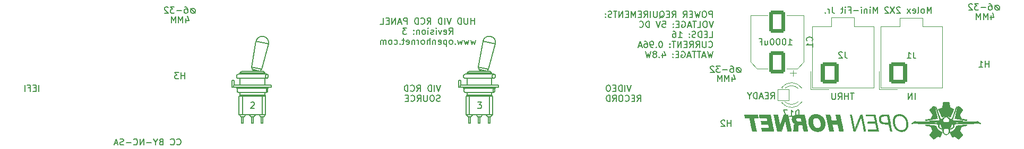
<source format=gbr>
%TF.GenerationSoftware,KiCad,Pcbnew,(6.0.9)*%
%TF.CreationDate,2023-04-01T13:20:15-08:00*%
%TF.ProjectId,HUD VID RCD PANEL,48554420-5649-4442-9052-43442050414e,3*%
%TF.SameCoordinates,Original*%
%TF.FileFunction,Legend,Bot*%
%TF.FilePolarity,Positive*%
%FSLAX46Y46*%
G04 Gerber Fmt 4.6, Leading zero omitted, Abs format (unit mm)*
G04 Created by KiCad (PCBNEW (6.0.9)) date 2023-04-01 13:20:15*
%MOMM*%
%LPD*%
G01*
G04 APERTURE LIST*
G04 Aperture macros list*
%AMRoundRect*
0 Rectangle with rounded corners*
0 $1 Rounding radius*
0 $2 $3 $4 $5 $6 $7 $8 $9 X,Y pos of 4 corners*
0 Add a 4 corners polygon primitive as box body*
4,1,4,$2,$3,$4,$5,$6,$7,$8,$9,$2,$3,0*
0 Add four circle primitives for the rounded corners*
1,1,$1+$1,$2,$3*
1,1,$1+$1,$4,$5*
1,1,$1+$1,$6,$7*
1,1,$1+$1,$8,$9*
0 Add four rect primitives between the rounded corners*
20,1,$1+$1,$2,$3,$4,$5,0*
20,1,$1+$1,$4,$5,$6,$7,0*
20,1,$1+$1,$6,$7,$8,$9,0*
20,1,$1+$1,$8,$9,$2,$3,0*%
G04 Aperture macros list end*
%ADD10C,0.150000*%
%ADD11C,0.200000*%
%ADD12C,0.010000*%
%ADD13C,0.120000*%
%ADD14C,4.400000*%
%ADD15C,12.800000*%
%ADD16C,3.672000*%
%ADD17RoundRect,0.300000X1.000000X-1.500000X1.000000X1.500000X-1.000000X1.500000X-1.000000X-1.500000X0*%
%ADD18RoundRect,0.300001X-1.099999X-1.399999X1.099999X-1.399999X1.099999X1.399999X-1.099999X1.399999X0*%
%ADD19O,2.800000X3.400000*%
%ADD20RoundRect,0.050000X-0.900000X-0.900000X0.900000X-0.900000X0.900000X0.900000X-0.900000X0.900000X0*%
%ADD21C,1.900000*%
G04 APERTURE END LIST*
D10*
X213423380Y-70143714D02*
X213423380Y-70810380D01*
X213661476Y-69762761D02*
X213899571Y-70477047D01*
X213280523Y-70477047D01*
X212899571Y-70810380D02*
X212899571Y-69810380D01*
X212566238Y-70524666D01*
X212232904Y-69810380D01*
X212232904Y-70810380D01*
X211756714Y-70810380D02*
X211756714Y-69810380D01*
X211423380Y-70524666D01*
X211090047Y-69810380D01*
X211090047Y-70810380D01*
X191571333Y-82637380D02*
X190999904Y-82637380D01*
X191285619Y-83637380D02*
X191285619Y-82637380D01*
X190666571Y-83637380D02*
X190666571Y-82637380D01*
X190666571Y-83113571D02*
X190095142Y-83113571D01*
X190095142Y-83637380D02*
X190095142Y-82637380D01*
X189047523Y-83637380D02*
X189380857Y-83161190D01*
X189618952Y-83637380D02*
X189618952Y-82637380D01*
X189238000Y-82637380D01*
X189142761Y-82685000D01*
X189095142Y-82732619D01*
X189047523Y-82827857D01*
X189047523Y-82970714D01*
X189095142Y-83065952D01*
X189142761Y-83113571D01*
X189238000Y-83161190D01*
X189618952Y-83161190D01*
X188618952Y-82637380D02*
X188618952Y-83446904D01*
X188571333Y-83542142D01*
X188523714Y-83589761D01*
X188428476Y-83637380D01*
X188238000Y-83637380D01*
X188142761Y-83589761D01*
X188095142Y-83542142D01*
X188047523Y-83446904D01*
X188047523Y-82637380D01*
X156052976Y-81324380D02*
X155719642Y-82324380D01*
X155386309Y-81324380D01*
X155052976Y-82324380D02*
X155052976Y-81324380D01*
X154576785Y-82324380D02*
X154576785Y-81324380D01*
X154338690Y-81324380D01*
X154195833Y-81372000D01*
X154100595Y-81467238D01*
X154052976Y-81562476D01*
X154005357Y-81752952D01*
X154005357Y-81895809D01*
X154052976Y-82086285D01*
X154100595Y-82181523D01*
X154195833Y-82276761D01*
X154338690Y-82324380D01*
X154576785Y-82324380D01*
X153576785Y-81800571D02*
X153243452Y-81800571D01*
X153100595Y-82324380D02*
X153576785Y-82324380D01*
X153576785Y-81324380D01*
X153100595Y-81324380D01*
X152481547Y-81324380D02*
X152291071Y-81324380D01*
X152195833Y-81372000D01*
X152100595Y-81467238D01*
X152052976Y-81657714D01*
X152052976Y-81991047D01*
X152100595Y-82181523D01*
X152195833Y-82276761D01*
X152291071Y-82324380D01*
X152481547Y-82324380D01*
X152576785Y-82276761D01*
X152672023Y-82181523D01*
X152719642Y-81991047D01*
X152719642Y-81657714D01*
X152672023Y-81467238D01*
X152576785Y-81372000D01*
X152481547Y-81324380D01*
X157005357Y-83934380D02*
X157338690Y-83458190D01*
X157576785Y-83934380D02*
X157576785Y-82934380D01*
X157195833Y-82934380D01*
X157100595Y-82982000D01*
X157052976Y-83029619D01*
X157005357Y-83124857D01*
X157005357Y-83267714D01*
X157052976Y-83362952D01*
X157100595Y-83410571D01*
X157195833Y-83458190D01*
X157576785Y-83458190D01*
X156576785Y-83410571D02*
X156243452Y-83410571D01*
X156100595Y-83934380D02*
X156576785Y-83934380D01*
X156576785Y-82934380D01*
X156100595Y-82934380D01*
X155100595Y-83839142D02*
X155148214Y-83886761D01*
X155291071Y-83934380D01*
X155386309Y-83934380D01*
X155529166Y-83886761D01*
X155624404Y-83791523D01*
X155672023Y-83696285D01*
X155719642Y-83505809D01*
X155719642Y-83362952D01*
X155672023Y-83172476D01*
X155624404Y-83077238D01*
X155529166Y-82982000D01*
X155386309Y-82934380D01*
X155291071Y-82934380D01*
X155148214Y-82982000D01*
X155100595Y-83029619D01*
X154481547Y-82934380D02*
X154291071Y-82934380D01*
X154195833Y-82982000D01*
X154100595Y-83077238D01*
X154052976Y-83267714D01*
X154052976Y-83601047D01*
X154100595Y-83791523D01*
X154195833Y-83886761D01*
X154291071Y-83934380D01*
X154481547Y-83934380D01*
X154576785Y-83886761D01*
X154672023Y-83791523D01*
X154719642Y-83601047D01*
X154719642Y-83267714D01*
X154672023Y-83077238D01*
X154576785Y-82982000D01*
X154481547Y-82934380D01*
X153052976Y-83934380D02*
X153386309Y-83458190D01*
X153624404Y-83934380D02*
X153624404Y-82934380D01*
X153243452Y-82934380D01*
X153148214Y-82982000D01*
X153100595Y-83029619D01*
X153052976Y-83124857D01*
X153052976Y-83267714D01*
X153100595Y-83362952D01*
X153148214Y-83410571D01*
X153243452Y-83458190D01*
X153624404Y-83458190D01*
X152624404Y-83934380D02*
X152624404Y-82934380D01*
X152386309Y-82934380D01*
X152243452Y-82982000D01*
X152148214Y-83077238D01*
X152100595Y-83172476D01*
X152052976Y-83362952D01*
X152052976Y-83505809D01*
X152100595Y-83696285D01*
X152148214Y-83791523D01*
X152243452Y-83886761D01*
X152386309Y-83934380D01*
X152624404Y-83934380D01*
X172148380Y-80049714D02*
X172148380Y-80716380D01*
X172386476Y-79668761D02*
X172624571Y-80383047D01*
X172005523Y-80383047D01*
X171624571Y-80716380D02*
X171624571Y-79716380D01*
X171291238Y-80430666D01*
X170957904Y-79716380D01*
X170957904Y-80716380D01*
X170481714Y-80716380D02*
X170481714Y-79716380D01*
X170148380Y-80430666D01*
X169815047Y-79716380D01*
X169815047Y-80716380D01*
X85026380Y-70651714D02*
X85026380Y-71318380D01*
X85264476Y-70270761D02*
X85502571Y-70985047D01*
X84883523Y-70985047D01*
X84502571Y-71318380D02*
X84502571Y-70318380D01*
X84169238Y-71032666D01*
X83835904Y-70318380D01*
X83835904Y-71318380D01*
X83359714Y-71318380D02*
X83359714Y-70318380D01*
X83026380Y-71032666D01*
X82693047Y-70318380D01*
X82693047Y-71318380D01*
X125664261Y-81324380D02*
X125330928Y-82324380D01*
X124997595Y-81324380D01*
X124664261Y-82324380D02*
X124664261Y-81324380D01*
X124188071Y-82324380D02*
X124188071Y-81324380D01*
X123949976Y-81324380D01*
X123807119Y-81372000D01*
X123711880Y-81467238D01*
X123664261Y-81562476D01*
X123616642Y-81752952D01*
X123616642Y-81895809D01*
X123664261Y-82086285D01*
X123711880Y-82181523D01*
X123807119Y-82276761D01*
X123949976Y-82324380D01*
X124188071Y-82324380D01*
X121854738Y-82324380D02*
X122188071Y-81848190D01*
X122426166Y-82324380D02*
X122426166Y-81324380D01*
X122045214Y-81324380D01*
X121949976Y-81372000D01*
X121902357Y-81419619D01*
X121854738Y-81514857D01*
X121854738Y-81657714D01*
X121902357Y-81752952D01*
X121949976Y-81800571D01*
X122045214Y-81848190D01*
X122426166Y-81848190D01*
X120854738Y-82229142D02*
X120902357Y-82276761D01*
X121045214Y-82324380D01*
X121140452Y-82324380D01*
X121283309Y-82276761D01*
X121378547Y-82181523D01*
X121426166Y-82086285D01*
X121473785Y-81895809D01*
X121473785Y-81752952D01*
X121426166Y-81562476D01*
X121378547Y-81467238D01*
X121283309Y-81372000D01*
X121140452Y-81324380D01*
X121045214Y-81324380D01*
X120902357Y-81372000D01*
X120854738Y-81419619D01*
X120426166Y-82324380D02*
X120426166Y-81324380D01*
X120188071Y-81324380D01*
X120045214Y-81372000D01*
X119949976Y-81467238D01*
X119902357Y-81562476D01*
X119854738Y-81752952D01*
X119854738Y-81895809D01*
X119902357Y-82086285D01*
X119949976Y-82181523D01*
X120045214Y-82276761D01*
X120188071Y-82324380D01*
X120426166Y-82324380D01*
X125569023Y-83886761D02*
X125426166Y-83934380D01*
X125188071Y-83934380D01*
X125092833Y-83886761D01*
X125045214Y-83839142D01*
X124997595Y-83743904D01*
X124997595Y-83648666D01*
X125045214Y-83553428D01*
X125092833Y-83505809D01*
X125188071Y-83458190D01*
X125378547Y-83410571D01*
X125473785Y-83362952D01*
X125521404Y-83315333D01*
X125569023Y-83220095D01*
X125569023Y-83124857D01*
X125521404Y-83029619D01*
X125473785Y-82982000D01*
X125378547Y-82934380D01*
X125140452Y-82934380D01*
X124997595Y-82982000D01*
X124378547Y-82934380D02*
X124188071Y-82934380D01*
X124092833Y-82982000D01*
X123997595Y-83077238D01*
X123949976Y-83267714D01*
X123949976Y-83601047D01*
X123997595Y-83791523D01*
X124092833Y-83886761D01*
X124188071Y-83934380D01*
X124378547Y-83934380D01*
X124473785Y-83886761D01*
X124569023Y-83791523D01*
X124616642Y-83601047D01*
X124616642Y-83267714D01*
X124569023Y-83077238D01*
X124473785Y-82982000D01*
X124378547Y-82934380D01*
X123521404Y-82934380D02*
X123521404Y-83743904D01*
X123473785Y-83839142D01*
X123426166Y-83886761D01*
X123330928Y-83934380D01*
X123140452Y-83934380D01*
X123045214Y-83886761D01*
X122997595Y-83839142D01*
X122949976Y-83743904D01*
X122949976Y-82934380D01*
X121902357Y-83934380D02*
X122235690Y-83458190D01*
X122473785Y-83934380D02*
X122473785Y-82934380D01*
X122092833Y-82934380D01*
X121997595Y-82982000D01*
X121949976Y-83029619D01*
X121902357Y-83124857D01*
X121902357Y-83267714D01*
X121949976Y-83362952D01*
X121997595Y-83410571D01*
X122092833Y-83458190D01*
X122473785Y-83458190D01*
X120902357Y-83839142D02*
X120949976Y-83886761D01*
X121092833Y-83934380D01*
X121188071Y-83934380D01*
X121330928Y-83886761D01*
X121426166Y-83791523D01*
X121473785Y-83696285D01*
X121521404Y-83505809D01*
X121521404Y-83362952D01*
X121473785Y-83172476D01*
X121426166Y-83077238D01*
X121330928Y-82982000D01*
X121188071Y-82934380D01*
X121092833Y-82934380D01*
X120949976Y-82982000D01*
X120902357Y-83029619D01*
X120473785Y-83410571D02*
X120140452Y-83410571D01*
X119997595Y-83934380D02*
X120473785Y-83934380D01*
X120473785Y-82934380D01*
X119997595Y-82934380D01*
X131024971Y-71562580D02*
X131024971Y-70562580D01*
X131024971Y-71038771D02*
X130453542Y-71038771D01*
X130453542Y-71562580D02*
X130453542Y-70562580D01*
X129977352Y-70562580D02*
X129977352Y-71372104D01*
X129929733Y-71467342D01*
X129882114Y-71514961D01*
X129786876Y-71562580D01*
X129596400Y-71562580D01*
X129501161Y-71514961D01*
X129453542Y-71467342D01*
X129405923Y-71372104D01*
X129405923Y-70562580D01*
X128929733Y-71562580D02*
X128929733Y-70562580D01*
X128691638Y-70562580D01*
X128548780Y-70610200D01*
X128453542Y-70705438D01*
X128405923Y-70800676D01*
X128358304Y-70991152D01*
X128358304Y-71134009D01*
X128405923Y-71324485D01*
X128453542Y-71419723D01*
X128548780Y-71514961D01*
X128691638Y-71562580D01*
X128929733Y-71562580D01*
X127310685Y-70562580D02*
X126977352Y-71562580D01*
X126644019Y-70562580D01*
X126310685Y-71562580D02*
X126310685Y-70562580D01*
X125834495Y-71562580D02*
X125834495Y-70562580D01*
X125596400Y-70562580D01*
X125453542Y-70610200D01*
X125358304Y-70705438D01*
X125310685Y-70800676D01*
X125263066Y-70991152D01*
X125263066Y-71134009D01*
X125310685Y-71324485D01*
X125358304Y-71419723D01*
X125453542Y-71514961D01*
X125596400Y-71562580D01*
X125834495Y-71562580D01*
X123501161Y-71562580D02*
X123834495Y-71086390D01*
X124072590Y-71562580D02*
X124072590Y-70562580D01*
X123691638Y-70562580D01*
X123596400Y-70610200D01*
X123548780Y-70657819D01*
X123501161Y-70753057D01*
X123501161Y-70895914D01*
X123548780Y-70991152D01*
X123596400Y-71038771D01*
X123691638Y-71086390D01*
X124072590Y-71086390D01*
X122501161Y-71467342D02*
X122548780Y-71514961D01*
X122691638Y-71562580D01*
X122786876Y-71562580D01*
X122929733Y-71514961D01*
X123024971Y-71419723D01*
X123072590Y-71324485D01*
X123120209Y-71134009D01*
X123120209Y-70991152D01*
X123072590Y-70800676D01*
X123024971Y-70705438D01*
X122929733Y-70610200D01*
X122786876Y-70562580D01*
X122691638Y-70562580D01*
X122548780Y-70610200D01*
X122501161Y-70657819D01*
X122072590Y-71562580D02*
X122072590Y-70562580D01*
X121834495Y-70562580D01*
X121691638Y-70610200D01*
X121596400Y-70705438D01*
X121548780Y-70800676D01*
X121501161Y-70991152D01*
X121501161Y-71134009D01*
X121548780Y-71324485D01*
X121596400Y-71419723D01*
X121691638Y-71514961D01*
X121834495Y-71562580D01*
X122072590Y-71562580D01*
X120310685Y-71562580D02*
X120310685Y-70562580D01*
X119929733Y-70562580D01*
X119834495Y-70610200D01*
X119786876Y-70657819D01*
X119739257Y-70753057D01*
X119739257Y-70895914D01*
X119786876Y-70991152D01*
X119834495Y-71038771D01*
X119929733Y-71086390D01*
X120310685Y-71086390D01*
X119358304Y-71276866D02*
X118882114Y-71276866D01*
X119453542Y-71562580D02*
X119120209Y-70562580D01*
X118786876Y-71562580D01*
X118453542Y-71562580D02*
X118453542Y-70562580D01*
X117882114Y-71562580D01*
X117882114Y-70562580D01*
X117405923Y-71038771D02*
X117072590Y-71038771D01*
X116929733Y-71562580D02*
X117405923Y-71562580D01*
X117405923Y-70562580D01*
X116929733Y-70562580D01*
X116024971Y-71562580D02*
X116501161Y-71562580D01*
X116501161Y-70562580D01*
X126977352Y-73172580D02*
X127310685Y-72696390D01*
X127548780Y-73172580D02*
X127548780Y-72172580D01*
X127167828Y-72172580D01*
X127072590Y-72220200D01*
X127024971Y-72267819D01*
X126977352Y-72363057D01*
X126977352Y-72505914D01*
X127024971Y-72601152D01*
X127072590Y-72648771D01*
X127167828Y-72696390D01*
X127548780Y-72696390D01*
X126167828Y-73124961D02*
X126263066Y-73172580D01*
X126453542Y-73172580D01*
X126548780Y-73124961D01*
X126596400Y-73029723D01*
X126596400Y-72648771D01*
X126548780Y-72553533D01*
X126453542Y-72505914D01*
X126263066Y-72505914D01*
X126167828Y-72553533D01*
X126120209Y-72648771D01*
X126120209Y-72744009D01*
X126596400Y-72839247D01*
X125786876Y-72505914D02*
X125548780Y-73172580D01*
X125310685Y-72505914D01*
X124929733Y-73172580D02*
X124929733Y-72505914D01*
X124929733Y-72172580D02*
X124977352Y-72220200D01*
X124929733Y-72267819D01*
X124882114Y-72220200D01*
X124929733Y-72172580D01*
X124929733Y-72267819D01*
X124501161Y-73124961D02*
X124405923Y-73172580D01*
X124215447Y-73172580D01*
X124120209Y-73124961D01*
X124072590Y-73029723D01*
X124072590Y-72982104D01*
X124120209Y-72886866D01*
X124215447Y-72839247D01*
X124358304Y-72839247D01*
X124453542Y-72791628D01*
X124501161Y-72696390D01*
X124501161Y-72648771D01*
X124453542Y-72553533D01*
X124358304Y-72505914D01*
X124215447Y-72505914D01*
X124120209Y-72553533D01*
X123644019Y-73172580D02*
X123644019Y-72505914D01*
X123644019Y-72172580D02*
X123691638Y-72220200D01*
X123644019Y-72267819D01*
X123596400Y-72220200D01*
X123644019Y-72172580D01*
X123644019Y-72267819D01*
X123024971Y-73172580D02*
X123120209Y-73124961D01*
X123167828Y-73077342D01*
X123215447Y-72982104D01*
X123215447Y-72696390D01*
X123167828Y-72601152D01*
X123120209Y-72553533D01*
X123024971Y-72505914D01*
X122882114Y-72505914D01*
X122786876Y-72553533D01*
X122739257Y-72601152D01*
X122691638Y-72696390D01*
X122691638Y-72982104D01*
X122739257Y-73077342D01*
X122786876Y-73124961D01*
X122882114Y-73172580D01*
X123024971Y-73172580D01*
X122263066Y-72505914D02*
X122263066Y-73172580D01*
X122263066Y-72601152D02*
X122215447Y-72553533D01*
X122120209Y-72505914D01*
X121977352Y-72505914D01*
X121882114Y-72553533D01*
X121834495Y-72648771D01*
X121834495Y-73172580D01*
X121358304Y-73077342D02*
X121310685Y-73124961D01*
X121358304Y-73172580D01*
X121405923Y-73124961D01*
X121358304Y-73077342D01*
X121358304Y-73172580D01*
X121358304Y-72553533D02*
X121310685Y-72601152D01*
X121358304Y-72648771D01*
X121405923Y-72601152D01*
X121358304Y-72553533D01*
X121358304Y-72648771D01*
X120215447Y-72172580D02*
X119596400Y-72172580D01*
X119929733Y-72553533D01*
X119786876Y-72553533D01*
X119691638Y-72601152D01*
X119644019Y-72648771D01*
X119596400Y-72744009D01*
X119596400Y-72982104D01*
X119644019Y-73077342D01*
X119691638Y-73124961D01*
X119786876Y-73172580D01*
X120072590Y-73172580D01*
X120167828Y-73124961D01*
X120215447Y-73077342D01*
X131215447Y-74115914D02*
X131024971Y-74782580D01*
X130834495Y-74306390D01*
X130644019Y-74782580D01*
X130453542Y-74115914D01*
X130167828Y-74115914D02*
X129977352Y-74782580D01*
X129786876Y-74306390D01*
X129596400Y-74782580D01*
X129405923Y-74115914D01*
X129120209Y-74115914D02*
X128929733Y-74782580D01*
X128739257Y-74306390D01*
X128548780Y-74782580D01*
X128358304Y-74115914D01*
X127977352Y-74687342D02*
X127929733Y-74734961D01*
X127977352Y-74782580D01*
X128024971Y-74734961D01*
X127977352Y-74687342D01*
X127977352Y-74782580D01*
X127358304Y-74782580D02*
X127453542Y-74734961D01*
X127501161Y-74687342D01*
X127548780Y-74592104D01*
X127548780Y-74306390D01*
X127501161Y-74211152D01*
X127453542Y-74163533D01*
X127358304Y-74115914D01*
X127215447Y-74115914D01*
X127120209Y-74163533D01*
X127072590Y-74211152D01*
X127024971Y-74306390D01*
X127024971Y-74592104D01*
X127072590Y-74687342D01*
X127120209Y-74734961D01*
X127215447Y-74782580D01*
X127358304Y-74782580D01*
X126596400Y-74115914D02*
X126596400Y-75115914D01*
X126596400Y-74163533D02*
X126501161Y-74115914D01*
X126310685Y-74115914D01*
X126215447Y-74163533D01*
X126167828Y-74211152D01*
X126120209Y-74306390D01*
X126120209Y-74592104D01*
X126167828Y-74687342D01*
X126215447Y-74734961D01*
X126310685Y-74782580D01*
X126501161Y-74782580D01*
X126596400Y-74734961D01*
X125310685Y-74734961D02*
X125405923Y-74782580D01*
X125596400Y-74782580D01*
X125691638Y-74734961D01*
X125739257Y-74639723D01*
X125739257Y-74258771D01*
X125691638Y-74163533D01*
X125596400Y-74115914D01*
X125405923Y-74115914D01*
X125310685Y-74163533D01*
X125263066Y-74258771D01*
X125263066Y-74354009D01*
X125739257Y-74449247D01*
X124834495Y-74115914D02*
X124834495Y-74782580D01*
X124834495Y-74211152D02*
X124786876Y-74163533D01*
X124691638Y-74115914D01*
X124548780Y-74115914D01*
X124453542Y-74163533D01*
X124405923Y-74258771D01*
X124405923Y-74782580D01*
X123929733Y-74782580D02*
X123929733Y-73782580D01*
X123501161Y-74782580D02*
X123501161Y-74258771D01*
X123548780Y-74163533D01*
X123644019Y-74115914D01*
X123786876Y-74115914D01*
X123882114Y-74163533D01*
X123929733Y-74211152D01*
X122882114Y-74782580D02*
X122977352Y-74734961D01*
X123024971Y-74687342D01*
X123072590Y-74592104D01*
X123072590Y-74306390D01*
X123024971Y-74211152D01*
X122977352Y-74163533D01*
X122882114Y-74115914D01*
X122739257Y-74115914D01*
X122644019Y-74163533D01*
X122596400Y-74211152D01*
X122548780Y-74306390D01*
X122548780Y-74592104D01*
X122596400Y-74687342D01*
X122644019Y-74734961D01*
X122739257Y-74782580D01*
X122882114Y-74782580D01*
X122120209Y-74782580D02*
X122120209Y-74115914D01*
X122120209Y-74306390D02*
X122072590Y-74211152D01*
X122024971Y-74163533D01*
X121929733Y-74115914D01*
X121834495Y-74115914D01*
X121501161Y-74115914D02*
X121501161Y-74782580D01*
X121501161Y-74211152D02*
X121453542Y-74163533D01*
X121358304Y-74115914D01*
X121215447Y-74115914D01*
X121120209Y-74163533D01*
X121072590Y-74258771D01*
X121072590Y-74782580D01*
X120215447Y-74734961D02*
X120310685Y-74782580D01*
X120501161Y-74782580D01*
X120596400Y-74734961D01*
X120644019Y-74639723D01*
X120644019Y-74258771D01*
X120596400Y-74163533D01*
X120501161Y-74115914D01*
X120310685Y-74115914D01*
X120215447Y-74163533D01*
X120167828Y-74258771D01*
X120167828Y-74354009D01*
X120644019Y-74449247D01*
X119882114Y-74115914D02*
X119501161Y-74115914D01*
X119739257Y-73782580D02*
X119739257Y-74639723D01*
X119691638Y-74734961D01*
X119596400Y-74782580D01*
X119501161Y-74782580D01*
X119167828Y-74687342D02*
X119120209Y-74734961D01*
X119167828Y-74782580D01*
X119215447Y-74734961D01*
X119167828Y-74687342D01*
X119167828Y-74782580D01*
X118263066Y-74734961D02*
X118358304Y-74782580D01*
X118548780Y-74782580D01*
X118644019Y-74734961D01*
X118691638Y-74687342D01*
X118739257Y-74592104D01*
X118739257Y-74306390D01*
X118691638Y-74211152D01*
X118644019Y-74163533D01*
X118548780Y-74115914D01*
X118358304Y-74115914D01*
X118263066Y-74163533D01*
X117691638Y-74782580D02*
X117786876Y-74734961D01*
X117834495Y-74687342D01*
X117882114Y-74592104D01*
X117882114Y-74306390D01*
X117834495Y-74211152D01*
X117786876Y-74163533D01*
X117691638Y-74115914D01*
X117548780Y-74115914D01*
X117453542Y-74163533D01*
X117405923Y-74211152D01*
X117358304Y-74306390D01*
X117358304Y-74592104D01*
X117405923Y-74687342D01*
X117453542Y-74734961D01*
X117548780Y-74782580D01*
X117691638Y-74782580D01*
X116929733Y-74782580D02*
X116929733Y-74115914D01*
X116929733Y-74211152D02*
X116882114Y-74163533D01*
X116786876Y-74115914D01*
X116644019Y-74115914D01*
X116548780Y-74163533D01*
X116501161Y-74258771D01*
X116501161Y-74782580D01*
X116501161Y-74258771D02*
X116453542Y-74163533D01*
X116358304Y-74115914D01*
X116215447Y-74115914D01*
X116120209Y-74163533D01*
X116072590Y-74258771D01*
X116072590Y-74782580D01*
X203905380Y-69794380D02*
X203905380Y-68794380D01*
X203572047Y-69508666D01*
X203238714Y-68794380D01*
X203238714Y-69794380D01*
X202619666Y-69794380D02*
X202714904Y-69746761D01*
X202762523Y-69699142D01*
X202810142Y-69603904D01*
X202810142Y-69318190D01*
X202762523Y-69222952D01*
X202714904Y-69175333D01*
X202619666Y-69127714D01*
X202476809Y-69127714D01*
X202381571Y-69175333D01*
X202333952Y-69222952D01*
X202286333Y-69318190D01*
X202286333Y-69603904D01*
X202333952Y-69699142D01*
X202381571Y-69746761D01*
X202476809Y-69794380D01*
X202619666Y-69794380D01*
X201714904Y-69794380D02*
X201810142Y-69746761D01*
X201857761Y-69651523D01*
X201857761Y-68794380D01*
X200953000Y-69746761D02*
X201048238Y-69794380D01*
X201238714Y-69794380D01*
X201333952Y-69746761D01*
X201381571Y-69651523D01*
X201381571Y-69270571D01*
X201333952Y-69175333D01*
X201238714Y-69127714D01*
X201048238Y-69127714D01*
X200953000Y-69175333D01*
X200905380Y-69270571D01*
X200905380Y-69365809D01*
X201381571Y-69461047D01*
X200572047Y-69794380D02*
X200048238Y-69127714D01*
X200572047Y-69127714D02*
X200048238Y-69794380D01*
X198953000Y-68889619D02*
X198905380Y-68842000D01*
X198810142Y-68794380D01*
X198572047Y-68794380D01*
X198476809Y-68842000D01*
X198429190Y-68889619D01*
X198381571Y-68984857D01*
X198381571Y-69080095D01*
X198429190Y-69222952D01*
X199000619Y-69794380D01*
X198381571Y-69794380D01*
X198048238Y-68794380D02*
X197381571Y-69794380D01*
X197381571Y-68794380D02*
X198048238Y-69794380D01*
X197048238Y-68889619D02*
X197000619Y-68842000D01*
X196905380Y-68794380D01*
X196667285Y-68794380D01*
X196572047Y-68842000D01*
X196524428Y-68889619D01*
X196476809Y-68984857D01*
X196476809Y-69080095D01*
X196524428Y-69222952D01*
X197095857Y-69794380D01*
X196476809Y-69794380D01*
X195286333Y-69794380D02*
X195286333Y-68794380D01*
X194953000Y-69508666D01*
X194619666Y-68794380D01*
X194619666Y-69794380D01*
X194143476Y-69794380D02*
X194143476Y-69127714D01*
X194143476Y-68794380D02*
X194191095Y-68842000D01*
X194143476Y-68889619D01*
X194095857Y-68842000D01*
X194143476Y-68794380D01*
X194143476Y-68889619D01*
X193667285Y-69127714D02*
X193667285Y-69794380D01*
X193667285Y-69222952D02*
X193619666Y-69175333D01*
X193524428Y-69127714D01*
X193381571Y-69127714D01*
X193286333Y-69175333D01*
X193238714Y-69270571D01*
X193238714Y-69794380D01*
X192762523Y-69794380D02*
X192762523Y-69127714D01*
X192762523Y-68794380D02*
X192810142Y-68842000D01*
X192762523Y-68889619D01*
X192714904Y-68842000D01*
X192762523Y-68794380D01*
X192762523Y-68889619D01*
X192286333Y-69413428D02*
X191524428Y-69413428D01*
X190714904Y-69270571D02*
X191048238Y-69270571D01*
X191048238Y-69794380D02*
X191048238Y-68794380D01*
X190572047Y-68794380D01*
X190191095Y-69794380D02*
X190191095Y-69127714D01*
X190191095Y-68794380D02*
X190238714Y-68842000D01*
X190191095Y-68889619D01*
X190143476Y-68842000D01*
X190191095Y-68794380D01*
X190191095Y-68889619D01*
X189857761Y-69127714D02*
X189476809Y-69127714D01*
X189714904Y-68794380D02*
X189714904Y-69651523D01*
X189667285Y-69746761D01*
X189572047Y-69794380D01*
X189476809Y-69794380D01*
X188095857Y-68794380D02*
X188095857Y-69508666D01*
X188143476Y-69651523D01*
X188238714Y-69746761D01*
X188381571Y-69794380D01*
X188476809Y-69794380D01*
X187619666Y-69794380D02*
X187619666Y-69127714D01*
X187619666Y-69318190D02*
X187572047Y-69222952D01*
X187524428Y-69175333D01*
X187429190Y-69127714D01*
X187333952Y-69127714D01*
X187000619Y-69699142D02*
X186953000Y-69746761D01*
X187000619Y-69794380D01*
X187048238Y-69746761D01*
X187000619Y-69699142D01*
X187000619Y-69794380D01*
X178284000Y-83510380D02*
X178617333Y-83034190D01*
X178855428Y-83510380D02*
X178855428Y-82510380D01*
X178474476Y-82510380D01*
X178379238Y-82558000D01*
X178331619Y-82605619D01*
X178284000Y-82700857D01*
X178284000Y-82843714D01*
X178331619Y-82938952D01*
X178379238Y-82986571D01*
X178474476Y-83034190D01*
X178855428Y-83034190D01*
X177855428Y-82986571D02*
X177522095Y-82986571D01*
X177379238Y-83510380D02*
X177855428Y-83510380D01*
X177855428Y-82510380D01*
X177379238Y-82510380D01*
X176998285Y-83224666D02*
X176522095Y-83224666D01*
X177093523Y-83510380D02*
X176760190Y-82510380D01*
X176426857Y-83510380D01*
X176093523Y-83510380D02*
X176093523Y-82510380D01*
X175855428Y-82510380D01*
X175712571Y-82558000D01*
X175617333Y-82653238D01*
X175569714Y-82748476D01*
X175522095Y-82938952D01*
X175522095Y-83081809D01*
X175569714Y-83272285D01*
X175617333Y-83367523D01*
X175712571Y-83462761D01*
X175855428Y-83510380D01*
X176093523Y-83510380D01*
X174903047Y-83034190D02*
X174903047Y-83510380D01*
X175236380Y-82510380D02*
X174903047Y-83034190D01*
X174569714Y-82510380D01*
X83584466Y-90831942D02*
X83632085Y-90879561D01*
X83774942Y-90927180D01*
X83870180Y-90927180D01*
X84013038Y-90879561D01*
X84108276Y-90784323D01*
X84155895Y-90689085D01*
X84203514Y-90498609D01*
X84203514Y-90355752D01*
X84155895Y-90165276D01*
X84108276Y-90070038D01*
X84013038Y-89974800D01*
X83870180Y-89927180D01*
X83774942Y-89927180D01*
X83632085Y-89974800D01*
X83584466Y-90022419D01*
X82584466Y-90831942D02*
X82632085Y-90879561D01*
X82774942Y-90927180D01*
X82870180Y-90927180D01*
X83013038Y-90879561D01*
X83108276Y-90784323D01*
X83155895Y-90689085D01*
X83203514Y-90498609D01*
X83203514Y-90355752D01*
X83155895Y-90165276D01*
X83108276Y-90070038D01*
X83013038Y-89974800D01*
X82870180Y-89927180D01*
X82774942Y-89927180D01*
X82632085Y-89974800D01*
X82584466Y-90022419D01*
X81060657Y-90403371D02*
X80917800Y-90450990D01*
X80870180Y-90498609D01*
X80822561Y-90593847D01*
X80822561Y-90736704D01*
X80870180Y-90831942D01*
X80917800Y-90879561D01*
X81013038Y-90927180D01*
X81393990Y-90927180D01*
X81393990Y-89927180D01*
X81060657Y-89927180D01*
X80965419Y-89974800D01*
X80917800Y-90022419D01*
X80870180Y-90117657D01*
X80870180Y-90212895D01*
X80917800Y-90308133D01*
X80965419Y-90355752D01*
X81060657Y-90403371D01*
X81393990Y-90403371D01*
X80203514Y-90450990D02*
X80203514Y-90927180D01*
X80536847Y-89927180D02*
X80203514Y-90450990D01*
X79870180Y-89927180D01*
X79536847Y-90546228D02*
X78774942Y-90546228D01*
X78298752Y-90927180D02*
X78298752Y-89927180D01*
X77727323Y-90927180D01*
X77727323Y-89927180D01*
X76679704Y-90831942D02*
X76727323Y-90879561D01*
X76870180Y-90927180D01*
X76965419Y-90927180D01*
X77108276Y-90879561D01*
X77203514Y-90784323D01*
X77251133Y-90689085D01*
X77298752Y-90498609D01*
X77298752Y-90355752D01*
X77251133Y-90165276D01*
X77203514Y-90070038D01*
X77108276Y-89974800D01*
X76965419Y-89927180D01*
X76870180Y-89927180D01*
X76727323Y-89974800D01*
X76679704Y-90022419D01*
X76251133Y-90546228D02*
X75489228Y-90546228D01*
X75060657Y-90879561D02*
X74917800Y-90927180D01*
X74679704Y-90927180D01*
X74584466Y-90879561D01*
X74536847Y-90831942D01*
X74489228Y-90736704D01*
X74489228Y-90641466D01*
X74536847Y-90546228D01*
X74584466Y-90498609D01*
X74679704Y-90450990D01*
X74870180Y-90403371D01*
X74965419Y-90355752D01*
X75013038Y-90308133D01*
X75060657Y-90212895D01*
X75060657Y-90117657D01*
X75013038Y-90022419D01*
X74965419Y-89974800D01*
X74870180Y-89927180D01*
X74632085Y-89927180D01*
X74489228Y-89974800D01*
X74108276Y-90641466D02*
X73632085Y-90641466D01*
X74203514Y-90927180D02*
X73870180Y-89927180D01*
X73536847Y-90927180D01*
X168980804Y-70485980D02*
X168980804Y-69485980D01*
X168599852Y-69485980D01*
X168504614Y-69533600D01*
X168456995Y-69581219D01*
X168409376Y-69676457D01*
X168409376Y-69819314D01*
X168456995Y-69914552D01*
X168504614Y-69962171D01*
X168599852Y-70009790D01*
X168980804Y-70009790D01*
X167790328Y-69485980D02*
X167599852Y-69485980D01*
X167504614Y-69533600D01*
X167409376Y-69628838D01*
X167361757Y-69819314D01*
X167361757Y-70152647D01*
X167409376Y-70343123D01*
X167504614Y-70438361D01*
X167599852Y-70485980D01*
X167790328Y-70485980D01*
X167885566Y-70438361D01*
X167980804Y-70343123D01*
X168028423Y-70152647D01*
X168028423Y-69819314D01*
X167980804Y-69628838D01*
X167885566Y-69533600D01*
X167790328Y-69485980D01*
X167028423Y-69485980D02*
X166790328Y-70485980D01*
X166599852Y-69771695D01*
X166409376Y-70485980D01*
X166171280Y-69485980D01*
X165790328Y-69962171D02*
X165456995Y-69962171D01*
X165314138Y-70485980D02*
X165790328Y-70485980D01*
X165790328Y-69485980D01*
X165314138Y-69485980D01*
X164314138Y-70485980D02*
X164647471Y-70009790D01*
X164885566Y-70485980D02*
X164885566Y-69485980D01*
X164504614Y-69485980D01*
X164409376Y-69533600D01*
X164361757Y-69581219D01*
X164314138Y-69676457D01*
X164314138Y-69819314D01*
X164361757Y-69914552D01*
X164409376Y-69962171D01*
X164504614Y-70009790D01*
X164885566Y-70009790D01*
X162552233Y-70485980D02*
X162885566Y-70009790D01*
X163123661Y-70485980D02*
X163123661Y-69485980D01*
X162742709Y-69485980D01*
X162647471Y-69533600D01*
X162599852Y-69581219D01*
X162552233Y-69676457D01*
X162552233Y-69819314D01*
X162599852Y-69914552D01*
X162647471Y-69962171D01*
X162742709Y-70009790D01*
X163123661Y-70009790D01*
X162123661Y-69962171D02*
X161790328Y-69962171D01*
X161647471Y-70485980D02*
X162123661Y-70485980D01*
X162123661Y-69485980D01*
X161647471Y-69485980D01*
X160552233Y-70581219D02*
X160647471Y-70533600D01*
X160742709Y-70438361D01*
X160885566Y-70295504D01*
X160980804Y-70247885D01*
X161076042Y-70247885D01*
X161028423Y-70485980D02*
X161123661Y-70438361D01*
X161218900Y-70343123D01*
X161266519Y-70152647D01*
X161266519Y-69819314D01*
X161218900Y-69628838D01*
X161123661Y-69533600D01*
X161028423Y-69485980D01*
X160837947Y-69485980D01*
X160742709Y-69533600D01*
X160647471Y-69628838D01*
X160599852Y-69819314D01*
X160599852Y-70152647D01*
X160647471Y-70343123D01*
X160742709Y-70438361D01*
X160837947Y-70485980D01*
X161028423Y-70485980D01*
X160171280Y-69485980D02*
X160171280Y-70295504D01*
X160123661Y-70390742D01*
X160076042Y-70438361D01*
X159980804Y-70485980D01*
X159790328Y-70485980D01*
X159695090Y-70438361D01*
X159647471Y-70390742D01*
X159599852Y-70295504D01*
X159599852Y-69485980D01*
X159123661Y-70485980D02*
X159123661Y-69485980D01*
X158076042Y-70485980D02*
X158409376Y-70009790D01*
X158647471Y-70485980D02*
X158647471Y-69485980D01*
X158266519Y-69485980D01*
X158171280Y-69533600D01*
X158123661Y-69581219D01*
X158076042Y-69676457D01*
X158076042Y-69819314D01*
X158123661Y-69914552D01*
X158171280Y-69962171D01*
X158266519Y-70009790D01*
X158647471Y-70009790D01*
X157647471Y-69962171D02*
X157314138Y-69962171D01*
X157171280Y-70485980D02*
X157647471Y-70485980D01*
X157647471Y-69485980D01*
X157171280Y-69485980D01*
X156742709Y-70485980D02*
X156742709Y-69485980D01*
X156409376Y-70200266D01*
X156076042Y-69485980D01*
X156076042Y-70485980D01*
X155599852Y-69962171D02*
X155266519Y-69962171D01*
X155123661Y-70485980D02*
X155599852Y-70485980D01*
X155599852Y-69485980D01*
X155123661Y-69485980D01*
X154695090Y-70485980D02*
X154695090Y-69485980D01*
X154123661Y-70485980D01*
X154123661Y-69485980D01*
X153790328Y-69485980D02*
X153218900Y-69485980D01*
X153504614Y-70485980D02*
X153504614Y-69485980D01*
X152933185Y-70438361D02*
X152790328Y-70485980D01*
X152552233Y-70485980D01*
X152456995Y-70438361D01*
X152409376Y-70390742D01*
X152361757Y-70295504D01*
X152361757Y-70200266D01*
X152409376Y-70105028D01*
X152456995Y-70057409D01*
X152552233Y-70009790D01*
X152742709Y-69962171D01*
X152837947Y-69914552D01*
X152885566Y-69866933D01*
X152933185Y-69771695D01*
X152933185Y-69676457D01*
X152885566Y-69581219D01*
X152837947Y-69533600D01*
X152742709Y-69485980D01*
X152504614Y-69485980D01*
X152361757Y-69533600D01*
X151933185Y-70390742D02*
X151885566Y-70438361D01*
X151933185Y-70485980D01*
X151980804Y-70438361D01*
X151933185Y-70390742D01*
X151933185Y-70485980D01*
X151933185Y-69866933D02*
X151885566Y-69914552D01*
X151933185Y-69962171D01*
X151980804Y-69914552D01*
X151933185Y-69866933D01*
X151933185Y-69962171D01*
X169123661Y-71095980D02*
X168790328Y-72095980D01*
X168456995Y-71095980D01*
X167933185Y-71095980D02*
X167742709Y-71095980D01*
X167647471Y-71143600D01*
X167552233Y-71238838D01*
X167504614Y-71429314D01*
X167504614Y-71762647D01*
X167552233Y-71953123D01*
X167647471Y-72048361D01*
X167742709Y-72095980D01*
X167933185Y-72095980D01*
X168028423Y-72048361D01*
X168123661Y-71953123D01*
X168171280Y-71762647D01*
X168171280Y-71429314D01*
X168123661Y-71238838D01*
X168028423Y-71143600D01*
X167933185Y-71095980D01*
X166599852Y-72095980D02*
X167076042Y-72095980D01*
X167076042Y-71095980D01*
X166409376Y-71095980D02*
X165837947Y-71095980D01*
X166123661Y-72095980D02*
X166123661Y-71095980D01*
X165552233Y-71810266D02*
X165076042Y-71810266D01*
X165647471Y-72095980D02*
X165314138Y-71095980D01*
X164980804Y-72095980D01*
X164123661Y-71143600D02*
X164218900Y-71095980D01*
X164361757Y-71095980D01*
X164504614Y-71143600D01*
X164599852Y-71238838D01*
X164647471Y-71334076D01*
X164695090Y-71524552D01*
X164695090Y-71667409D01*
X164647471Y-71857885D01*
X164599852Y-71953123D01*
X164504614Y-72048361D01*
X164361757Y-72095980D01*
X164266519Y-72095980D01*
X164123661Y-72048361D01*
X164076042Y-72000742D01*
X164076042Y-71667409D01*
X164266519Y-71667409D01*
X163647471Y-71572171D02*
X163314138Y-71572171D01*
X163171280Y-72095980D02*
X163647471Y-72095980D01*
X163647471Y-71095980D01*
X163171280Y-71095980D01*
X162742709Y-72000742D02*
X162695090Y-72048361D01*
X162742709Y-72095980D01*
X162790328Y-72048361D01*
X162742709Y-72000742D01*
X162742709Y-72095980D01*
X162742709Y-71476933D02*
X162695090Y-71524552D01*
X162742709Y-71572171D01*
X162790328Y-71524552D01*
X162742709Y-71476933D01*
X162742709Y-71572171D01*
X161028423Y-71095980D02*
X161504614Y-71095980D01*
X161552233Y-71572171D01*
X161504614Y-71524552D01*
X161409376Y-71476933D01*
X161171280Y-71476933D01*
X161076042Y-71524552D01*
X161028423Y-71572171D01*
X160980804Y-71667409D01*
X160980804Y-71905504D01*
X161028423Y-72000742D01*
X161076042Y-72048361D01*
X161171280Y-72095980D01*
X161409376Y-72095980D01*
X161504614Y-72048361D01*
X161552233Y-72000742D01*
X160695090Y-71095980D02*
X160361757Y-72095980D01*
X160028423Y-71095980D01*
X158933185Y-72095980D02*
X158933185Y-71095980D01*
X158695090Y-71095980D01*
X158552233Y-71143600D01*
X158456995Y-71238838D01*
X158409376Y-71334076D01*
X158361757Y-71524552D01*
X158361757Y-71667409D01*
X158409376Y-71857885D01*
X158456995Y-71953123D01*
X158552233Y-72048361D01*
X158695090Y-72095980D01*
X158933185Y-72095980D01*
X157361757Y-72000742D02*
X157409376Y-72048361D01*
X157552233Y-72095980D01*
X157647471Y-72095980D01*
X157790328Y-72048361D01*
X157885566Y-71953123D01*
X157933185Y-71857885D01*
X157980804Y-71667409D01*
X157980804Y-71524552D01*
X157933185Y-71334076D01*
X157885566Y-71238838D01*
X157790328Y-71143600D01*
X157647471Y-71095980D01*
X157552233Y-71095980D01*
X157409376Y-71143600D01*
X157361757Y-71191219D01*
X168504614Y-73705980D02*
X168980804Y-73705980D01*
X168980804Y-72705980D01*
X168171280Y-73182171D02*
X167837947Y-73182171D01*
X167695090Y-73705980D02*
X168171280Y-73705980D01*
X168171280Y-72705980D01*
X167695090Y-72705980D01*
X167266519Y-73705980D02*
X167266519Y-72705980D01*
X167028423Y-72705980D01*
X166885566Y-72753600D01*
X166790328Y-72848838D01*
X166742709Y-72944076D01*
X166695090Y-73134552D01*
X166695090Y-73277409D01*
X166742709Y-73467885D01*
X166790328Y-73563123D01*
X166885566Y-73658361D01*
X167028423Y-73705980D01*
X167266519Y-73705980D01*
X166314138Y-73658361D02*
X166171280Y-73705980D01*
X165933185Y-73705980D01*
X165837947Y-73658361D01*
X165790328Y-73610742D01*
X165742709Y-73515504D01*
X165742709Y-73420266D01*
X165790328Y-73325028D01*
X165837947Y-73277409D01*
X165933185Y-73229790D01*
X166123661Y-73182171D01*
X166218900Y-73134552D01*
X166266519Y-73086933D01*
X166314138Y-72991695D01*
X166314138Y-72896457D01*
X166266519Y-72801219D01*
X166218900Y-72753600D01*
X166123661Y-72705980D01*
X165885566Y-72705980D01*
X165742709Y-72753600D01*
X165314138Y-73610742D02*
X165266519Y-73658361D01*
X165314138Y-73705980D01*
X165361757Y-73658361D01*
X165314138Y-73610742D01*
X165314138Y-73705980D01*
X165314138Y-73086933D02*
X165266519Y-73134552D01*
X165314138Y-73182171D01*
X165361757Y-73134552D01*
X165314138Y-73086933D01*
X165314138Y-73182171D01*
X163552233Y-73705980D02*
X164123661Y-73705980D01*
X163837947Y-73705980D02*
X163837947Y-72705980D01*
X163933185Y-72848838D01*
X164028423Y-72944076D01*
X164123661Y-72991695D01*
X162695090Y-72705980D02*
X162885566Y-72705980D01*
X162980804Y-72753600D01*
X163028423Y-72801219D01*
X163123661Y-72944076D01*
X163171280Y-73134552D01*
X163171280Y-73515504D01*
X163123661Y-73610742D01*
X163076042Y-73658361D01*
X162980804Y-73705980D01*
X162790328Y-73705980D01*
X162695090Y-73658361D01*
X162647471Y-73610742D01*
X162599852Y-73515504D01*
X162599852Y-73277409D01*
X162647471Y-73182171D01*
X162695090Y-73134552D01*
X162790328Y-73086933D01*
X162980804Y-73086933D01*
X163076042Y-73134552D01*
X163123661Y-73182171D01*
X163171280Y-73277409D01*
X168409376Y-75220742D02*
X168456995Y-75268361D01*
X168599852Y-75315980D01*
X168695090Y-75315980D01*
X168837947Y-75268361D01*
X168933185Y-75173123D01*
X168980804Y-75077885D01*
X169028423Y-74887409D01*
X169028423Y-74744552D01*
X168980804Y-74554076D01*
X168933185Y-74458838D01*
X168837947Y-74363600D01*
X168695090Y-74315980D01*
X168599852Y-74315980D01*
X168456995Y-74363600D01*
X168409376Y-74411219D01*
X167980804Y-74315980D02*
X167980804Y-75125504D01*
X167933185Y-75220742D01*
X167885566Y-75268361D01*
X167790328Y-75315980D01*
X167599852Y-75315980D01*
X167504614Y-75268361D01*
X167456995Y-75220742D01*
X167409376Y-75125504D01*
X167409376Y-74315980D01*
X166361757Y-75315980D02*
X166695090Y-74839790D01*
X166933185Y-75315980D02*
X166933185Y-74315980D01*
X166552233Y-74315980D01*
X166456995Y-74363600D01*
X166409376Y-74411219D01*
X166361757Y-74506457D01*
X166361757Y-74649314D01*
X166409376Y-74744552D01*
X166456995Y-74792171D01*
X166552233Y-74839790D01*
X166933185Y-74839790D01*
X165361757Y-75315980D02*
X165695090Y-74839790D01*
X165933185Y-75315980D02*
X165933185Y-74315980D01*
X165552233Y-74315980D01*
X165456995Y-74363600D01*
X165409376Y-74411219D01*
X165361757Y-74506457D01*
X165361757Y-74649314D01*
X165409376Y-74744552D01*
X165456995Y-74792171D01*
X165552233Y-74839790D01*
X165933185Y-74839790D01*
X164933185Y-74792171D02*
X164599852Y-74792171D01*
X164456995Y-75315980D02*
X164933185Y-75315980D01*
X164933185Y-74315980D01*
X164456995Y-74315980D01*
X164028423Y-75315980D02*
X164028423Y-74315980D01*
X163456995Y-75315980D01*
X163456995Y-74315980D01*
X163123661Y-74315980D02*
X162552233Y-74315980D01*
X162837947Y-75315980D02*
X162837947Y-74315980D01*
X162218900Y-75220742D02*
X162171280Y-75268361D01*
X162218900Y-75315980D01*
X162266519Y-75268361D01*
X162218900Y-75220742D01*
X162218900Y-75315980D01*
X162218900Y-74696933D02*
X162171280Y-74744552D01*
X162218900Y-74792171D01*
X162266519Y-74744552D01*
X162218900Y-74696933D01*
X162218900Y-74792171D01*
X160790328Y-74315980D02*
X160695090Y-74315980D01*
X160599852Y-74363600D01*
X160552233Y-74411219D01*
X160504614Y-74506457D01*
X160456995Y-74696933D01*
X160456995Y-74935028D01*
X160504614Y-75125504D01*
X160552233Y-75220742D01*
X160599852Y-75268361D01*
X160695090Y-75315980D01*
X160790328Y-75315980D01*
X160885566Y-75268361D01*
X160933185Y-75220742D01*
X160980804Y-75125504D01*
X161028423Y-74935028D01*
X161028423Y-74696933D01*
X160980804Y-74506457D01*
X160933185Y-74411219D01*
X160885566Y-74363600D01*
X160790328Y-74315980D01*
X160028423Y-75220742D02*
X159980804Y-75268361D01*
X160028423Y-75315980D01*
X160076042Y-75268361D01*
X160028423Y-75220742D01*
X160028423Y-75315980D01*
X159504614Y-75315980D02*
X159314138Y-75315980D01*
X159218900Y-75268361D01*
X159171280Y-75220742D01*
X159076042Y-75077885D01*
X159028423Y-74887409D01*
X159028423Y-74506457D01*
X159076042Y-74411219D01*
X159123661Y-74363600D01*
X159218900Y-74315980D01*
X159409376Y-74315980D01*
X159504614Y-74363600D01*
X159552233Y-74411219D01*
X159599852Y-74506457D01*
X159599852Y-74744552D01*
X159552233Y-74839790D01*
X159504614Y-74887409D01*
X159409376Y-74935028D01*
X159218900Y-74935028D01*
X159123661Y-74887409D01*
X159076042Y-74839790D01*
X159028423Y-74744552D01*
X158171280Y-74315980D02*
X158361757Y-74315980D01*
X158456995Y-74363600D01*
X158504614Y-74411219D01*
X158599852Y-74554076D01*
X158647471Y-74744552D01*
X158647471Y-75125504D01*
X158599852Y-75220742D01*
X158552233Y-75268361D01*
X158456995Y-75315980D01*
X158266519Y-75315980D01*
X158171280Y-75268361D01*
X158123661Y-75220742D01*
X158076042Y-75125504D01*
X158076042Y-74887409D01*
X158123661Y-74792171D01*
X158171280Y-74744552D01*
X158266519Y-74696933D01*
X158456995Y-74696933D01*
X158552233Y-74744552D01*
X158599852Y-74792171D01*
X158647471Y-74887409D01*
X157695090Y-75030266D02*
X157218900Y-75030266D01*
X157790328Y-75315980D02*
X157456995Y-74315980D01*
X157123661Y-75315980D01*
X169076042Y-75925980D02*
X168837947Y-76925980D01*
X168647471Y-76211695D01*
X168456995Y-76925980D01*
X168218900Y-75925980D01*
X167885566Y-76640266D02*
X167409376Y-76640266D01*
X167980804Y-76925980D02*
X167647471Y-75925980D01*
X167314138Y-76925980D01*
X167123661Y-75925980D02*
X166552233Y-75925980D01*
X166837947Y-76925980D02*
X166837947Y-75925980D01*
X166361757Y-75925980D02*
X165790328Y-75925980D01*
X166076042Y-76925980D02*
X166076042Y-75925980D01*
X165504614Y-76640266D02*
X165028423Y-76640266D01*
X165599852Y-76925980D02*
X165266519Y-75925980D01*
X164933185Y-76925980D01*
X164076042Y-75973600D02*
X164171280Y-75925980D01*
X164314138Y-75925980D01*
X164456995Y-75973600D01*
X164552233Y-76068838D01*
X164599852Y-76164076D01*
X164647471Y-76354552D01*
X164647471Y-76497409D01*
X164599852Y-76687885D01*
X164552233Y-76783123D01*
X164456995Y-76878361D01*
X164314138Y-76925980D01*
X164218900Y-76925980D01*
X164076042Y-76878361D01*
X164028423Y-76830742D01*
X164028423Y-76497409D01*
X164218900Y-76497409D01*
X163599852Y-76402171D02*
X163266519Y-76402171D01*
X163123661Y-76925980D02*
X163599852Y-76925980D01*
X163599852Y-75925980D01*
X163123661Y-75925980D01*
X162695090Y-76830742D02*
X162647471Y-76878361D01*
X162695090Y-76925980D01*
X162742709Y-76878361D01*
X162695090Y-76830742D01*
X162695090Y-76925980D01*
X162695090Y-76306933D02*
X162647471Y-76354552D01*
X162695090Y-76402171D01*
X162742709Y-76354552D01*
X162695090Y-76306933D01*
X162695090Y-76402171D01*
X161028423Y-76259314D02*
X161028423Y-76925980D01*
X161266519Y-75878361D02*
X161504614Y-76592647D01*
X160885566Y-76592647D01*
X160504614Y-76830742D02*
X160456995Y-76878361D01*
X160504614Y-76925980D01*
X160552233Y-76878361D01*
X160504614Y-76830742D01*
X160504614Y-76925980D01*
X159885566Y-76354552D02*
X159980804Y-76306933D01*
X160028423Y-76259314D01*
X160076042Y-76164076D01*
X160076042Y-76116457D01*
X160028423Y-76021219D01*
X159980804Y-75973600D01*
X159885566Y-75925980D01*
X159695090Y-75925980D01*
X159599852Y-75973600D01*
X159552233Y-76021219D01*
X159504614Y-76116457D01*
X159504614Y-76164076D01*
X159552233Y-76259314D01*
X159599852Y-76306933D01*
X159695090Y-76354552D01*
X159885566Y-76354552D01*
X159980804Y-76402171D01*
X160028423Y-76449790D01*
X160076042Y-76545028D01*
X160076042Y-76735504D01*
X160028423Y-76830742D01*
X159980804Y-76878361D01*
X159885566Y-76925980D01*
X159695090Y-76925980D01*
X159599852Y-76878361D01*
X159552233Y-76830742D01*
X159504614Y-76735504D01*
X159504614Y-76545028D01*
X159552233Y-76449790D01*
X159599852Y-76402171D01*
X159695090Y-76354552D01*
X159171280Y-75925980D02*
X158933185Y-76925980D01*
X158742709Y-76211695D01*
X158552233Y-76925980D01*
X158314138Y-75925980D01*
X201310809Y-83637380D02*
X201310809Y-82637380D01*
X200834619Y-83637380D02*
X200834619Y-82637380D01*
X200263190Y-83637380D01*
X200263190Y-82637380D01*
X181093809Y-74874380D02*
X181665238Y-74874380D01*
X181379523Y-74874380D02*
X181379523Y-73874380D01*
X181474761Y-74017238D01*
X181570000Y-74112476D01*
X181665238Y-74160095D01*
X180474761Y-73874380D02*
X180379523Y-73874380D01*
X180284285Y-73922000D01*
X180236666Y-73969619D01*
X180189047Y-74064857D01*
X180141428Y-74255333D01*
X180141428Y-74493428D01*
X180189047Y-74683904D01*
X180236666Y-74779142D01*
X180284285Y-74826761D01*
X180379523Y-74874380D01*
X180474761Y-74874380D01*
X180570000Y-74826761D01*
X180617619Y-74779142D01*
X180665238Y-74683904D01*
X180712857Y-74493428D01*
X180712857Y-74255333D01*
X180665238Y-74064857D01*
X180617619Y-73969619D01*
X180570000Y-73922000D01*
X180474761Y-73874380D01*
X179522380Y-73874380D02*
X179427142Y-73874380D01*
X179331904Y-73922000D01*
X179284285Y-73969619D01*
X179236666Y-74064857D01*
X179189047Y-74255333D01*
X179189047Y-74493428D01*
X179236666Y-74683904D01*
X179284285Y-74779142D01*
X179331904Y-74826761D01*
X179427142Y-74874380D01*
X179522380Y-74874380D01*
X179617619Y-74826761D01*
X179665238Y-74779142D01*
X179712857Y-74683904D01*
X179760476Y-74493428D01*
X179760476Y-74255333D01*
X179712857Y-74064857D01*
X179665238Y-73969619D01*
X179617619Y-73922000D01*
X179522380Y-73874380D01*
X178570000Y-73874380D02*
X178474761Y-73874380D01*
X178379523Y-73922000D01*
X178331904Y-73969619D01*
X178284285Y-74064857D01*
X178236666Y-74255333D01*
X178236666Y-74493428D01*
X178284285Y-74683904D01*
X178331904Y-74779142D01*
X178379523Y-74826761D01*
X178474761Y-74874380D01*
X178570000Y-74874380D01*
X178665238Y-74826761D01*
X178712857Y-74779142D01*
X178760476Y-74683904D01*
X178808095Y-74493428D01*
X178808095Y-74255333D01*
X178760476Y-74064857D01*
X178712857Y-73969619D01*
X178665238Y-73922000D01*
X178570000Y-73874380D01*
X177379523Y-74207714D02*
X177379523Y-74874380D01*
X177808095Y-74207714D02*
X177808095Y-74731523D01*
X177760476Y-74826761D01*
X177665238Y-74874380D01*
X177522380Y-74874380D01*
X177427142Y-74826761D01*
X177379523Y-74779142D01*
X176570000Y-74350571D02*
X176903333Y-74350571D01*
X176903333Y-74874380D02*
X176903333Y-73874380D01*
X176427142Y-73874380D01*
X61571047Y-82304380D02*
X61571047Y-81304380D01*
X61094857Y-81780571D02*
X60761523Y-81780571D01*
X60618666Y-82304380D02*
X61094857Y-82304380D01*
X61094857Y-81304380D01*
X60618666Y-81304380D01*
X59856761Y-81780571D02*
X60190095Y-81780571D01*
X60190095Y-82304380D02*
X60190095Y-81304380D01*
X59713904Y-81304380D01*
X59332952Y-82304380D02*
X59332952Y-81304380D01*
%TO.C,G\u002A\u002A\u002A*%
X95378285Y-84129923D02*
X95425904Y-84082304D01*
X95521142Y-84034684D01*
X95759238Y-84034684D01*
X95854476Y-84082304D01*
X95902095Y-84129923D01*
X95949714Y-84225161D01*
X95949714Y-84320399D01*
X95902095Y-84463256D01*
X95330666Y-85034684D01*
X95949714Y-85034684D01*
X131525666Y-84059684D02*
X132144714Y-84059684D01*
X131811380Y-84440637D01*
X131954238Y-84440637D01*
X132049476Y-84488256D01*
X132097095Y-84535875D01*
X132144714Y-84631113D01*
X132144714Y-84869208D01*
X132097095Y-84964446D01*
X132049476Y-85012065D01*
X131954238Y-85059684D01*
X131668523Y-85059684D01*
X131573285Y-85012065D01*
X131525666Y-84964446D01*
%TO.C,REF\u002A\u002A*%
X213105904Y-78430380D02*
X213105904Y-77430380D01*
X213105904Y-77906571D02*
X212534476Y-77906571D01*
X212534476Y-78430380D02*
X212534476Y-77430380D01*
X211534476Y-78430380D02*
X212105904Y-78430380D01*
X211820190Y-78430380D02*
X211820190Y-77430380D01*
X211915428Y-77573238D01*
X212010666Y-77668476D01*
X212105904Y-77716095D01*
X214486857Y-68524476D02*
X214296380Y-68524476D01*
X214105904Y-68619714D01*
X214010666Y-68810190D01*
X214010666Y-69000666D01*
X214105904Y-69191142D01*
X214296380Y-69286380D01*
X214486857Y-69286380D01*
X214677333Y-69191142D01*
X214772571Y-69000666D01*
X214772571Y-68810190D01*
X214677333Y-68619714D01*
X214486857Y-68524476D01*
X214010666Y-68524476D02*
X214772571Y-69286380D01*
X213105904Y-68286380D02*
X213296380Y-68286380D01*
X213391619Y-68334000D01*
X213439238Y-68381619D01*
X213534476Y-68524476D01*
X213582095Y-68714952D01*
X213582095Y-69095904D01*
X213534476Y-69191142D01*
X213486857Y-69238761D01*
X213391619Y-69286380D01*
X213201142Y-69286380D01*
X213105904Y-69238761D01*
X213058285Y-69191142D01*
X213010666Y-69095904D01*
X213010666Y-68857809D01*
X213058285Y-68762571D01*
X213105904Y-68714952D01*
X213201142Y-68667333D01*
X213391619Y-68667333D01*
X213486857Y-68714952D01*
X213534476Y-68762571D01*
X213582095Y-68857809D01*
X212582095Y-68905428D02*
X211820190Y-68905428D01*
X211439238Y-68286380D02*
X210820190Y-68286380D01*
X211153523Y-68667333D01*
X211010666Y-68667333D01*
X210915428Y-68714952D01*
X210867809Y-68762571D01*
X210820190Y-68857809D01*
X210820190Y-69095904D01*
X210867809Y-69191142D01*
X210915428Y-69238761D01*
X211010666Y-69286380D01*
X211296380Y-69286380D01*
X211391619Y-69238761D01*
X211439238Y-69191142D01*
X210439238Y-68381619D02*
X210391619Y-68334000D01*
X210296380Y-68286380D01*
X210058285Y-68286380D01*
X209963047Y-68334000D01*
X209915428Y-68381619D01*
X209867809Y-68476857D01*
X209867809Y-68572095D01*
X209915428Y-68714952D01*
X210486857Y-69286380D01*
X209867809Y-69286380D01*
X173288057Y-78532076D02*
X173097580Y-78532076D01*
X172907104Y-78627314D01*
X172811866Y-78817790D01*
X172811866Y-79008266D01*
X172907104Y-79198742D01*
X173097580Y-79293980D01*
X173288057Y-79293980D01*
X173478533Y-79198742D01*
X173573771Y-79008266D01*
X173573771Y-78817790D01*
X173478533Y-78627314D01*
X173288057Y-78532076D01*
X172811866Y-78532076D02*
X173573771Y-79293980D01*
X171907104Y-78293980D02*
X172097580Y-78293980D01*
X172192819Y-78341600D01*
X172240438Y-78389219D01*
X172335676Y-78532076D01*
X172383295Y-78722552D01*
X172383295Y-79103504D01*
X172335676Y-79198742D01*
X172288057Y-79246361D01*
X172192819Y-79293980D01*
X172002342Y-79293980D01*
X171907104Y-79246361D01*
X171859485Y-79198742D01*
X171811866Y-79103504D01*
X171811866Y-78865409D01*
X171859485Y-78770171D01*
X171907104Y-78722552D01*
X172002342Y-78674933D01*
X172192819Y-78674933D01*
X172288057Y-78722552D01*
X172335676Y-78770171D01*
X172383295Y-78865409D01*
X171383295Y-78913028D02*
X170621390Y-78913028D01*
X170240438Y-78293980D02*
X169621390Y-78293980D01*
X169954723Y-78674933D01*
X169811866Y-78674933D01*
X169716628Y-78722552D01*
X169669009Y-78770171D01*
X169621390Y-78865409D01*
X169621390Y-79103504D01*
X169669009Y-79198742D01*
X169716628Y-79246361D01*
X169811866Y-79293980D01*
X170097580Y-79293980D01*
X170192819Y-79246361D01*
X170240438Y-79198742D01*
X169240438Y-78389219D02*
X169192819Y-78341600D01*
X169097580Y-78293980D01*
X168859485Y-78293980D01*
X168764247Y-78341600D01*
X168716628Y-78389219D01*
X168669009Y-78484457D01*
X168669009Y-78579695D01*
X168716628Y-78722552D01*
X169288057Y-79293980D01*
X168669009Y-79293980D01*
X171957904Y-87955380D02*
X171957904Y-86955380D01*
X171957904Y-87431571D02*
X171386476Y-87431571D01*
X171386476Y-87955380D02*
X171386476Y-86955380D01*
X170957904Y-87050619D02*
X170910285Y-87003000D01*
X170815047Y-86955380D01*
X170576952Y-86955380D01*
X170481714Y-87003000D01*
X170434095Y-87050619D01*
X170386476Y-87145857D01*
X170386476Y-87241095D01*
X170434095Y-87383952D01*
X171005523Y-87955380D01*
X170386476Y-87955380D01*
X86216857Y-69032476D02*
X86026380Y-69032476D01*
X85835904Y-69127714D01*
X85740666Y-69318190D01*
X85740666Y-69508666D01*
X85835904Y-69699142D01*
X86026380Y-69794380D01*
X86216857Y-69794380D01*
X86407333Y-69699142D01*
X86502571Y-69508666D01*
X86502571Y-69318190D01*
X86407333Y-69127714D01*
X86216857Y-69032476D01*
X85740666Y-69032476D02*
X86502571Y-69794380D01*
X84835904Y-68794380D02*
X85026380Y-68794380D01*
X85121619Y-68842000D01*
X85169238Y-68889619D01*
X85264476Y-69032476D01*
X85312095Y-69222952D01*
X85312095Y-69603904D01*
X85264476Y-69699142D01*
X85216857Y-69746761D01*
X85121619Y-69794380D01*
X84931142Y-69794380D01*
X84835904Y-69746761D01*
X84788285Y-69699142D01*
X84740666Y-69603904D01*
X84740666Y-69365809D01*
X84788285Y-69270571D01*
X84835904Y-69222952D01*
X84931142Y-69175333D01*
X85121619Y-69175333D01*
X85216857Y-69222952D01*
X85264476Y-69270571D01*
X85312095Y-69365809D01*
X84312095Y-69413428D02*
X83550190Y-69413428D01*
X83169238Y-68794380D02*
X82550190Y-68794380D01*
X82883523Y-69175333D01*
X82740666Y-69175333D01*
X82645428Y-69222952D01*
X82597809Y-69270571D01*
X82550190Y-69365809D01*
X82550190Y-69603904D01*
X82597809Y-69699142D01*
X82645428Y-69746761D01*
X82740666Y-69794380D01*
X83026380Y-69794380D01*
X83121619Y-69746761D01*
X83169238Y-69699142D01*
X82169238Y-68889619D02*
X82121619Y-68842000D01*
X82026380Y-68794380D01*
X81788285Y-68794380D01*
X81693047Y-68842000D01*
X81645428Y-68889619D01*
X81597809Y-68984857D01*
X81597809Y-69080095D01*
X81645428Y-69222952D01*
X82216857Y-69794380D01*
X81597809Y-69794380D01*
X84835904Y-80335380D02*
X84835904Y-79335380D01*
X84835904Y-79811571D02*
X84264476Y-79811571D01*
X84264476Y-80335380D02*
X84264476Y-79335380D01*
X83883523Y-79335380D02*
X83264476Y-79335380D01*
X83597809Y-79716333D01*
X83454952Y-79716333D01*
X83359714Y-79763952D01*
X83312095Y-79811571D01*
X83264476Y-79906809D01*
X83264476Y-80144904D01*
X83312095Y-80240142D01*
X83359714Y-80287761D01*
X83454952Y-80335380D01*
X83740666Y-80335380D01*
X83835904Y-80287761D01*
X83883523Y-80240142D01*
%TO.C,C1*%
X184881142Y-74255333D02*
X184928761Y-74207714D01*
X184976380Y-74064857D01*
X184976380Y-73969619D01*
X184928761Y-73826761D01*
X184833523Y-73731523D01*
X184738285Y-73683904D01*
X184547809Y-73636285D01*
X184404952Y-73636285D01*
X184214476Y-73683904D01*
X184119238Y-73731523D01*
X184024000Y-73826761D01*
X183976380Y-73969619D01*
X183976380Y-74064857D01*
X184024000Y-74207714D01*
X184071619Y-74255333D01*
X184976380Y-75207714D02*
X184976380Y-74636285D01*
X184976380Y-74922000D02*
X183976380Y-74922000D01*
X184119238Y-74826761D01*
X184214476Y-74731523D01*
X184262095Y-74636285D01*
%TO.C,J1*%
X201052333Y-76045756D02*
X201052333Y-76760042D01*
X201099952Y-76902899D01*
X201195190Y-76998137D01*
X201338047Y-77045756D01*
X201433285Y-77045756D01*
X200052333Y-77045756D02*
X200623761Y-77045756D01*
X200338047Y-77045756D02*
X200338047Y-76045756D01*
X200433285Y-76188614D01*
X200528523Y-76283852D01*
X200623761Y-76331471D01*
%TO.C,D17*%
X182824285Y-86343380D02*
X182824285Y-85343380D01*
X182586190Y-85343380D01*
X182443333Y-85391000D01*
X182348095Y-85486238D01*
X182300476Y-85581476D01*
X182252857Y-85771952D01*
X182252857Y-85914809D01*
X182300476Y-86105285D01*
X182348095Y-86200523D01*
X182443333Y-86295761D01*
X182586190Y-86343380D01*
X182824285Y-86343380D01*
X181300476Y-86343380D02*
X181871904Y-86343380D01*
X181586190Y-86343380D02*
X181586190Y-85343380D01*
X181681428Y-85486238D01*
X181776666Y-85581476D01*
X181871904Y-85629095D01*
X180967142Y-85343380D02*
X180300476Y-85343380D01*
X180729047Y-86343380D01*
%TO.C,J2*%
X190139333Y-76006756D02*
X190139333Y-76721042D01*
X190186952Y-76863899D01*
X190282190Y-76959137D01*
X190425047Y-77006756D01*
X190520285Y-77006756D01*
X189710761Y-76101995D02*
X189663142Y-76054376D01*
X189567904Y-76006756D01*
X189329809Y-76006756D01*
X189234571Y-76054376D01*
X189186952Y-76101995D01*
X189139333Y-76197233D01*
X189139333Y-76292471D01*
X189186952Y-76435328D01*
X189758380Y-77006756D01*
X189139333Y-77006756D01*
D11*
%TO.C,G\u002A\u002A\u002A*%
X93929200Y-87403904D02*
X93929200Y-87137238D01*
X98147674Y-79734652D02*
X98147674Y-80086890D01*
X93189468Y-81978318D02*
X93189468Y-82330557D01*
X94039200Y-85850571D02*
X94039200Y-83373904D01*
X97892616Y-82484638D02*
X97962639Y-82459151D01*
X93917762Y-86417238D02*
X94193971Y-86417238D01*
X94582533Y-86083904D02*
X94288252Y-86378185D01*
X95137969Y-86083904D02*
X95095867Y-86083904D01*
X94039200Y-83120571D02*
X94039200Y-83290571D01*
X97892616Y-79580571D02*
X95242403Y-79580571D01*
X97597533Y-79580571D02*
X97597533Y-79393904D01*
X97662533Y-83120571D02*
X97662533Y-82950571D01*
X95471258Y-78466072D02*
X97098418Y-78826805D01*
X96956814Y-86378185D02*
X96662533Y-86083904D01*
X93282428Y-82459151D02*
X93352451Y-82484638D01*
X97696655Y-79734652D02*
X97696655Y-80086890D01*
X96863556Y-79116164D02*
X97098418Y-78826805D01*
X93352451Y-79580571D02*
X93256559Y-79615472D01*
X97892616Y-80240971D02*
X95242403Y-80240971D01*
X95189200Y-86083904D02*
X96055867Y-86083904D01*
X97892616Y-80240971D02*
X97988507Y-80206069D01*
X97062533Y-87403904D02*
X97315867Y-87403904D01*
X97715867Y-86083904D02*
X97421586Y-86378185D01*
X95495867Y-87403904D02*
X95749200Y-87403904D01*
X95495867Y-87137238D02*
X95495867Y-86417238D01*
X94667682Y-86083904D02*
X95095867Y-86083904D01*
X97062533Y-87403904D02*
X97062533Y-87137238D01*
X97315867Y-86417238D02*
X97315867Y-87137238D01*
X97051095Y-86417238D02*
X97327305Y-86417238D01*
X93786913Y-83120571D02*
X97458153Y-83120571D01*
X97315867Y-87137238D02*
X97315867Y-87403904D01*
X96149200Y-86083904D02*
X95854919Y-86378185D01*
X93505867Y-86083904D02*
X93505867Y-83290571D01*
X98055598Y-81978318D02*
X98055598Y-82330557D01*
X95749200Y-87137238D02*
X95749200Y-87403904D01*
X97360867Y-79157238D02*
X93906090Y-79157238D01*
X96206912Y-74308410D02*
X95471258Y-78466072D01*
X95484428Y-86417238D02*
X95760638Y-86417238D01*
X93786913Y-83120571D02*
X93505867Y-83120571D01*
X97597533Y-81299304D02*
X97597533Y-80240971D01*
X97739200Y-83290571D02*
X97739200Y-83120571D01*
X93256559Y-80206069D02*
X93352451Y-80240971D01*
X92595099Y-81637971D02*
X98662067Y-81637971D01*
X92329000Y-80537304D02*
X92329000Y-81637971D01*
X97597533Y-79393904D02*
X97360867Y-79157238D01*
X93666772Y-80240971D02*
X93666772Y-81299304D01*
X95137969Y-86083904D02*
X95189200Y-86083904D01*
X97597533Y-79393904D02*
X93666772Y-79393904D01*
X95724544Y-78863651D02*
X95659457Y-79157238D01*
X93505867Y-86083904D02*
X94039200Y-86083904D01*
X95242403Y-79580571D02*
X93352451Y-79580571D01*
X98132900Y-81824238D02*
X98132900Y-81637971D01*
X95242403Y-80240971D02*
X93352451Y-80240971D01*
X97205867Y-86083904D02*
X97205867Y-83290571D01*
X97205867Y-85850571D02*
X97205867Y-83373904D01*
X93097393Y-79734652D02*
X93097393Y-80086890D01*
X96683737Y-79157238D02*
X96700840Y-79080090D01*
X93666772Y-79393904D02*
X93906090Y-79157238D01*
X95919803Y-78906939D02*
X95864313Y-79157238D01*
X93112167Y-81824238D02*
X98132900Y-81824238D01*
X95749200Y-86417238D02*
X95749200Y-87137238D01*
X94182533Y-87137238D02*
X94182533Y-87403904D01*
X95390147Y-86378185D02*
X95095867Y-86083904D01*
X95440460Y-82484638D02*
X93352451Y-82484638D01*
X92329000Y-80537304D02*
X92667667Y-80537304D01*
X95471258Y-78466072D02*
X95561828Y-78827577D01*
X97988507Y-79615472D02*
X97892616Y-79580571D01*
X97597533Y-82950571D02*
X97597533Y-82484638D01*
X96149200Y-86083904D02*
X96107097Y-86083904D01*
X98662067Y-81637971D02*
X98662067Y-81299304D01*
X95561828Y-78827577D02*
X96863556Y-79116164D01*
X93505867Y-83290571D02*
X93505867Y-83120571D01*
X96478881Y-79157238D02*
X96505581Y-79036802D01*
X93666772Y-79393904D02*
X93666772Y-79580571D01*
X96149200Y-86083904D02*
X96577385Y-86083904D01*
X92595099Y-81299304D02*
X98662067Y-81299304D01*
X97739200Y-86083904D02*
X97739200Y-83290571D01*
X94039200Y-86083904D02*
X94605867Y-86083904D01*
X97205867Y-86083904D02*
X97739200Y-86083904D01*
X97839572Y-81978318D02*
X97839572Y-82330557D01*
X93352451Y-81824238D02*
X93282428Y-81849724D01*
X97892616Y-82484638D02*
X95440460Y-82484638D01*
X92667667Y-80537304D02*
X92667667Y-81299304D01*
X94182533Y-86417238D02*
X94182533Y-87137238D01*
X94605867Y-86083904D02*
X94667682Y-86083904D01*
X96107097Y-86083904D02*
X96055867Y-86083904D01*
X98188793Y-74747783D02*
X96206912Y-74308410D01*
X97962639Y-81849724D02*
X97892616Y-81824238D01*
X93601154Y-83120571D02*
X93601154Y-82950571D01*
X94039200Y-83290571D02*
X94039200Y-86083904D01*
X93823481Y-86378185D02*
X93529200Y-86083904D01*
X97205867Y-83290571D02*
X97205867Y-83120571D01*
X97062533Y-87137238D02*
X97062533Y-86417238D01*
X92329000Y-81637971D02*
X92595099Y-81637971D01*
X93929200Y-87403904D02*
X94182533Y-87403904D01*
X96639200Y-86083904D02*
X97205867Y-86083904D01*
X92595099Y-81299304D02*
X92595099Y-81637971D01*
X93112167Y-81637971D02*
X93112167Y-81824238D01*
X93666772Y-82484638D02*
X93666772Y-82950571D01*
X97098418Y-78826805D02*
X98188793Y-74747783D01*
X93601154Y-82950571D02*
X97662533Y-82950571D01*
X93929200Y-87137238D02*
X93929200Y-86417238D01*
X95495867Y-87403904D02*
X95495867Y-87137238D01*
X97739200Y-83120571D02*
X97458153Y-83120571D01*
X96639200Y-86083904D02*
X96577385Y-86083904D01*
X96956817Y-86378182D02*
G75*
G03*
X97051095Y-86417237I94283J94278D01*
G01*
X93823481Y-86378185D02*
G75*
G03*
X93917762Y-86417237I94281J94281D01*
G01*
X95760638Y-86417238D02*
G75*
G03*
X95854919Y-86378185I-1J133335D01*
G01*
X95390147Y-86378185D02*
G75*
G03*
X95484428Y-86417237I94281J94281D01*
G01*
X97327305Y-86417241D02*
G75*
G03*
X97421586Y-86378185I-5J133337D01*
G01*
X98188793Y-74747783D02*
G75*
G03*
X96206913Y-74308411I-990940J219686D01*
G01*
X94193971Y-86417238D02*
G75*
G03*
X94288252Y-86378185I-1J133335D01*
G01*
X93097393Y-80086890D02*
X93154289Y-80142501D01*
X97929668Y-82457684D02*
X97898159Y-82432467D01*
X97945292Y-79604800D02*
X98011099Y-79625238D01*
X97958663Y-81848467D02*
X97990183Y-81868904D01*
X93216720Y-81922707D02*
X93189468Y-81978318D01*
X98141810Y-79728342D02*
X98147674Y-79734652D01*
X98141810Y-80093200D02*
X98078434Y-80152663D01*
X97898159Y-82432467D02*
X97866824Y-82386168D01*
X98052790Y-81972009D02*
X98055598Y-81978318D01*
X97927969Y-81851923D02*
X97958663Y-81848467D01*
X93216720Y-82386168D02*
X93247209Y-82431514D01*
X98076675Y-79667489D02*
X98141810Y-79728342D01*
X98055598Y-82330557D02*
X98052790Y-82336867D01*
X98011099Y-79625238D02*
X98076675Y-79667489D01*
X93282444Y-81851012D02*
X93279564Y-81851192D01*
X93247209Y-82431514D02*
X93277865Y-82456953D01*
X97884757Y-80214017D02*
X97818972Y-80188800D01*
X93277865Y-82456953D02*
X93282444Y-82457468D01*
X97991878Y-82438258D02*
X97961211Y-82459647D01*
X97817207Y-79633694D02*
X97881210Y-79608256D01*
X93279564Y-81851192D02*
X93248055Y-81876408D01*
X98014638Y-80194591D02*
X97950612Y-80215980D01*
X93219710Y-79632742D02*
X93154289Y-79679041D01*
X93217944Y-80187848D02*
X93256653Y-80203233D01*
X97897313Y-81877361D02*
X97927969Y-81851923D01*
X97839572Y-81978318D02*
X97866824Y-81922707D01*
X98021592Y-81911155D02*
X98052790Y-81972009D01*
X97753552Y-80142501D02*
X97696655Y-80086890D01*
X93256651Y-79618581D02*
X93219710Y-79632742D01*
X97818972Y-80188800D02*
X97753552Y-80142501D01*
X93189468Y-82330557D02*
X93216720Y-82386168D01*
X97961211Y-82459647D02*
X97929668Y-82457684D01*
X97881210Y-79608256D02*
X97945292Y-79604800D01*
X97950612Y-80215980D02*
X97884757Y-80214017D01*
X98147674Y-80086890D02*
X98141810Y-80093200D01*
X98078434Y-80152663D02*
X98014638Y-80194591D01*
X93248055Y-81876408D02*
X93216720Y-81922707D01*
X97990183Y-81868904D02*
X98021592Y-81911155D01*
X97753552Y-79679041D02*
X97817207Y-79633694D01*
X97866824Y-82386168D02*
X97839572Y-82330557D01*
X97696655Y-79734652D02*
X97753552Y-79679041D01*
X97866824Y-81922707D02*
X97897313Y-81877361D01*
X93154289Y-79679041D02*
X93097393Y-79734652D01*
X98052790Y-82336867D02*
X98022434Y-82396330D01*
X98022434Y-82396330D02*
X97991878Y-82438258D01*
X93154289Y-80142501D02*
X93217944Y-80187848D01*
X134087616Y-80240971D02*
X134183507Y-80206069D01*
X133257533Y-87137238D02*
X133257533Y-86417238D01*
X128524000Y-80537304D02*
X128524000Y-81637971D01*
X129477428Y-82459151D02*
X129547451Y-82484638D01*
X130377533Y-87137238D02*
X130377533Y-87403904D01*
X132344200Y-86083904D02*
X132049919Y-86378185D01*
X134034572Y-81978318D02*
X134034572Y-82330557D01*
X133555867Y-79157238D02*
X130101090Y-79157238D01*
X133934200Y-83290571D02*
X133934200Y-83120571D01*
X131332969Y-86083904D02*
X131290867Y-86083904D01*
X129700867Y-86083904D02*
X130234200Y-86083904D01*
X131384200Y-86083904D02*
X132250867Y-86083904D01*
X129796154Y-82950571D02*
X133857533Y-82950571D01*
X134857067Y-81637971D02*
X134857067Y-81299304D01*
X133934200Y-83120571D02*
X133653153Y-83120571D01*
X131437403Y-79580571D02*
X129547451Y-79580571D01*
X131585147Y-86378185D02*
X131290867Y-86083904D01*
X130124200Y-87137238D02*
X130124200Y-86417238D01*
X134087616Y-79580571D02*
X131437403Y-79580571D01*
X134087616Y-82484638D02*
X134157639Y-82459151D01*
X133400867Y-85850571D02*
X133400867Y-83373904D01*
X131756828Y-78827577D02*
X133058556Y-79116164D01*
X130377533Y-86417238D02*
X130377533Y-87137238D01*
X128790099Y-81299304D02*
X134857067Y-81299304D01*
X133792533Y-82950571D02*
X133792533Y-82484638D01*
X130124200Y-87403904D02*
X130124200Y-87137238D01*
X129292393Y-79734652D02*
X129292393Y-80086890D01*
X131332969Y-86083904D02*
X131384200Y-86083904D01*
X134183507Y-79615472D02*
X134087616Y-79580571D01*
X133934200Y-86083904D02*
X133934200Y-83290571D01*
X134087616Y-82484638D02*
X131635460Y-82484638D01*
X134327900Y-81824238D02*
X134327900Y-81637971D01*
X132878737Y-79157238D02*
X132895840Y-79080090D01*
X130862682Y-86083904D02*
X131290867Y-86083904D01*
X132302097Y-86083904D02*
X132250867Y-86083904D01*
X129981913Y-83120571D02*
X133653153Y-83120571D01*
X134250598Y-81978318D02*
X134250598Y-82330557D01*
X131919544Y-78863651D02*
X131854457Y-79157238D01*
X131690867Y-87403904D02*
X131944200Y-87403904D01*
X129861772Y-79393904D02*
X130101090Y-79157238D01*
X133400867Y-86083904D02*
X133400867Y-83290571D01*
X134087616Y-80240971D02*
X131437403Y-80240971D01*
X129547451Y-81824238D02*
X129477428Y-81849724D01*
X129547451Y-79580571D02*
X129451559Y-79615472D01*
X132673881Y-79157238D02*
X132700581Y-79036802D01*
X129307167Y-81824238D02*
X134327900Y-81824238D01*
X133510867Y-86417238D02*
X133510867Y-87137238D01*
X133151814Y-86378185D02*
X132857533Y-86083904D01*
X131635460Y-82484638D02*
X129547451Y-82484638D01*
X130234200Y-86083904D02*
X130800867Y-86083904D01*
X134342674Y-79734652D02*
X134342674Y-80086890D01*
X129384468Y-81978318D02*
X129384468Y-82330557D01*
X131690867Y-87137238D02*
X131690867Y-86417238D01*
X130777533Y-86083904D02*
X130483252Y-86378185D01*
X132834200Y-86083904D02*
X132772385Y-86083904D01*
X133510867Y-87137238D02*
X133510867Y-87403904D01*
X129981913Y-83120571D02*
X129700867Y-83120571D01*
X131666258Y-78466072D02*
X131756828Y-78827577D01*
X131690867Y-87403904D02*
X131690867Y-87137238D01*
X133293418Y-78826805D02*
X134383793Y-74747783D01*
X129861772Y-79393904D02*
X129861772Y-79580571D01*
X133857533Y-83120571D02*
X133857533Y-82950571D01*
X131437403Y-80240971D02*
X129547451Y-80240971D01*
X133400867Y-83290571D02*
X133400867Y-83120571D01*
X128862667Y-80537304D02*
X128862667Y-81299304D01*
X132344200Y-86083904D02*
X132302097Y-86083904D01*
X132834200Y-86083904D02*
X133400867Y-86083904D01*
X128790099Y-81637971D02*
X134857067Y-81637971D01*
X133792533Y-81299304D02*
X133792533Y-80240971D01*
X130234200Y-83120571D02*
X130234200Y-83290571D01*
X128524000Y-80537304D02*
X128862667Y-80537304D01*
X129796154Y-83120571D02*
X129796154Y-82950571D01*
X133792533Y-79580571D02*
X133792533Y-79393904D01*
X130234200Y-83290571D02*
X130234200Y-86083904D01*
X130800867Y-86083904D02*
X130862682Y-86083904D01*
X129307167Y-81637971D02*
X129307167Y-81824238D01*
X133400867Y-86083904D02*
X133934200Y-86083904D01*
X129451559Y-80206069D02*
X129547451Y-80240971D01*
X128524000Y-81637971D02*
X128790099Y-81637971D01*
X132344200Y-86083904D02*
X132772385Y-86083904D01*
X133257533Y-87403904D02*
X133257533Y-87137238D01*
X129700867Y-86083904D02*
X129700867Y-83290571D01*
X133792533Y-79393904D02*
X129861772Y-79393904D01*
X134383793Y-74747783D02*
X132401912Y-74308410D01*
X130234200Y-85850571D02*
X130234200Y-83373904D01*
X130124200Y-87403904D02*
X130377533Y-87403904D01*
X133257533Y-87403904D02*
X133510867Y-87403904D01*
X133058556Y-79116164D02*
X133293418Y-78826805D01*
X133792533Y-79393904D02*
X133555867Y-79157238D01*
X129861772Y-82484638D02*
X129861772Y-82950571D01*
X130018481Y-86378185D02*
X129724200Y-86083904D01*
X134157639Y-81849724D02*
X134087616Y-81824238D01*
X133246095Y-86417238D02*
X133522305Y-86417238D01*
X129861772Y-80240971D02*
X129861772Y-81299304D01*
X132114803Y-78906939D02*
X132059313Y-79157238D01*
X131944200Y-86417238D02*
X131944200Y-87137238D01*
X130112762Y-86417238D02*
X130388971Y-86417238D01*
X133891655Y-79734652D02*
X133891655Y-80086890D01*
X131679428Y-86417238D02*
X131955638Y-86417238D01*
X132401912Y-74308410D02*
X131666258Y-78466072D01*
X128790099Y-81299304D02*
X128790099Y-81637971D01*
X129700867Y-83290571D02*
X129700867Y-83120571D01*
X131944200Y-87137238D02*
X131944200Y-87403904D01*
X133910867Y-86083904D02*
X133616586Y-86378185D01*
X131666258Y-78466072D02*
X133293418Y-78826805D01*
X133151817Y-86378182D02*
G75*
G03*
X133246095Y-86417237I94283J94278D01*
G01*
X133522305Y-86417241D02*
G75*
G03*
X133616586Y-86378185I-5J133337D01*
G01*
X131955638Y-86417238D02*
G75*
G03*
X132049919Y-86378185I-1J133335D01*
G01*
X134383793Y-74747783D02*
G75*
G03*
X132401913Y-74308411I-990940J219686D01*
G01*
X130388971Y-86417238D02*
G75*
G03*
X130483252Y-86378185I-1J133335D01*
G01*
X131585147Y-86378185D02*
G75*
G03*
X131679428Y-86417237I94281J94281D01*
G01*
X130018481Y-86378185D02*
G75*
G03*
X130112762Y-86417237I94281J94281D01*
G01*
X134093159Y-82432467D02*
X134061824Y-82386168D01*
X134216592Y-81911155D02*
X134247790Y-81972009D01*
X134156211Y-82459647D02*
X134124668Y-82457684D01*
X134217434Y-82396330D02*
X134186878Y-82438258D01*
X134336810Y-80093200D02*
X134273434Y-80152663D01*
X134153663Y-81848467D02*
X134185183Y-81868904D01*
X134012207Y-79633694D02*
X134076210Y-79608256D01*
X129292393Y-80086890D02*
X129349289Y-80142501D01*
X129349289Y-80142501D02*
X129412944Y-80187848D01*
X134140292Y-79604800D02*
X134206099Y-79625238D01*
X133891655Y-79734652D02*
X133948552Y-79679041D01*
X134206099Y-79625238D02*
X134271675Y-79667489D01*
X134076210Y-79608256D02*
X134140292Y-79604800D01*
X129384468Y-82330557D02*
X129411720Y-82386168D01*
X134185183Y-81868904D02*
X134216592Y-81911155D01*
X134013972Y-80188800D02*
X133948552Y-80142501D01*
X129477444Y-81851012D02*
X129474564Y-81851192D01*
X129349289Y-79679041D02*
X129292393Y-79734652D01*
X129412944Y-80187848D02*
X129451653Y-80203233D01*
X129472865Y-82456953D02*
X129477444Y-82457468D01*
X133948552Y-79679041D02*
X134012207Y-79633694D01*
X129443055Y-81876408D02*
X129411720Y-81922707D01*
X134034572Y-81978318D02*
X134061824Y-81922707D01*
X129442209Y-82431514D02*
X129472865Y-82456953D01*
X134092313Y-81877361D02*
X134122969Y-81851923D01*
X134079757Y-80214017D02*
X134013972Y-80188800D01*
X134209638Y-80194591D02*
X134145612Y-80215980D01*
X129474564Y-81851192D02*
X129443055Y-81876408D01*
X133948552Y-80142501D02*
X133891655Y-80086890D01*
X134247790Y-81972009D02*
X134250598Y-81978318D01*
X134124668Y-82457684D02*
X134093159Y-82432467D01*
X134122969Y-81851923D02*
X134153663Y-81848467D01*
X129411720Y-82386168D02*
X129442209Y-82431514D01*
X134247790Y-82336867D02*
X134217434Y-82396330D01*
X134342674Y-80086890D02*
X134336810Y-80093200D01*
X129414710Y-79632742D02*
X129349289Y-79679041D01*
X134250598Y-82330557D02*
X134247790Y-82336867D01*
X134061824Y-81922707D02*
X134092313Y-81877361D01*
X129411720Y-81922707D02*
X129384468Y-81978318D01*
X134145612Y-80215980D02*
X134079757Y-80214017D01*
X134061824Y-82386168D02*
X134034572Y-82330557D01*
X134271675Y-79667489D02*
X134336810Y-79728342D01*
X134186878Y-82438258D02*
X134156211Y-82459647D01*
X129451651Y-79618581D02*
X129414710Y-79632742D01*
X134336810Y-79728342D02*
X134342674Y-79734652D01*
X134273434Y-80152663D02*
X134209638Y-80194591D01*
G36*
X206395848Y-84023214D02*
G01*
X206449313Y-84023269D01*
X206495911Y-84023385D01*
X206536133Y-84023586D01*
X206570464Y-84023892D01*
X206599394Y-84024327D01*
X206623411Y-84024911D01*
X206643003Y-84025669D01*
X206658657Y-84026621D01*
X206670863Y-84027791D01*
X206680107Y-84029200D01*
X206686879Y-84030871D01*
X206691666Y-84032825D01*
X206694957Y-84035085D01*
X206697239Y-84037674D01*
X206699001Y-84040613D01*
X206700730Y-84043925D01*
X206701492Y-84046606D01*
X206703823Y-84057162D01*
X206707502Y-84075090D01*
X206712421Y-84099823D01*
X206718469Y-84130794D01*
X206725539Y-84167436D01*
X206733522Y-84209183D01*
X206742309Y-84255466D01*
X206751791Y-84305718D01*
X206761860Y-84359373D01*
X206772406Y-84415864D01*
X206783322Y-84474623D01*
X206794954Y-84537178D01*
X206806890Y-84600876D01*
X206818030Y-84659806D01*
X206828295Y-84713573D01*
X206837609Y-84761779D01*
X206845894Y-84804029D01*
X206853072Y-84839927D01*
X206859065Y-84869076D01*
X206863795Y-84891080D01*
X206867185Y-84905543D01*
X206869158Y-84912068D01*
X206869664Y-84913028D01*
X206878657Y-84925466D01*
X206889495Y-84935373D01*
X206894076Y-84937716D01*
X206906183Y-84943196D01*
X206924924Y-84951355D01*
X206949647Y-84961917D01*
X206979697Y-84974609D01*
X207014420Y-84989155D01*
X207053162Y-85005281D01*
X207095270Y-85022712D01*
X207140089Y-85041172D01*
X207186965Y-85060387D01*
X207198576Y-85065139D01*
X207251914Y-85087057D01*
X207300328Y-85107107D01*
X207343449Y-85125129D01*
X207380912Y-85140967D01*
X207412346Y-85154463D01*
X207437386Y-85165459D01*
X207455662Y-85173798D01*
X207466807Y-85179322D01*
X207470453Y-85181873D01*
X207469712Y-85183746D01*
X207465884Y-85192789D01*
X207458962Y-85208913D01*
X207449127Y-85231701D01*
X207436561Y-85260735D01*
X207421444Y-85295600D01*
X207403958Y-85335879D01*
X207384283Y-85381155D01*
X207362601Y-85431010D01*
X207339093Y-85485030D01*
X207313940Y-85542796D01*
X207287323Y-85603892D01*
X207259423Y-85667901D01*
X207230422Y-85734407D01*
X207200500Y-85802992D01*
X207181345Y-85846872D01*
X207151980Y-85914071D01*
X207123629Y-85978870D01*
X207096472Y-86040858D01*
X207070692Y-86099622D01*
X207046472Y-86154749D01*
X207023992Y-86205826D01*
X207003436Y-86252441D01*
X206984984Y-86294181D01*
X206968820Y-86330633D01*
X206955125Y-86361386D01*
X206944081Y-86386026D01*
X206935870Y-86404141D01*
X206930674Y-86415318D01*
X206928676Y-86419144D01*
X206925572Y-86418475D01*
X206915418Y-86415723D01*
X206899629Y-86411215D01*
X206879595Y-86405347D01*
X206856709Y-86398519D01*
X206813964Y-86386074D01*
X206752405Y-86369407D01*
X206688905Y-86353518D01*
X206625109Y-86338768D01*
X206562665Y-86325518D01*
X206503219Y-86314129D01*
X206448418Y-86304963D01*
X206399909Y-86298379D01*
X206383140Y-86296758D01*
X206351029Y-86294762D01*
X206313837Y-86293476D01*
X206273253Y-86292879D01*
X206230971Y-86292951D01*
X206188680Y-86293671D01*
X206148073Y-86295018D01*
X206110841Y-86296971D01*
X206078675Y-86299511D01*
X206053266Y-86302616D01*
X206009641Y-86310004D01*
X205948266Y-86321770D01*
X205882751Y-86335653D01*
X205815218Y-86351163D01*
X205747792Y-86367808D01*
X205682596Y-86385097D01*
X205621753Y-86402536D01*
X205608495Y-86406472D01*
X205588101Y-86412272D01*
X205573943Y-86415775D01*
X205564824Y-86417206D01*
X205559548Y-86416791D01*
X205556918Y-86414755D01*
X205555983Y-86412825D01*
X205551796Y-86403713D01*
X205544457Y-86387547D01*
X205534155Y-86364745D01*
X205521075Y-86335721D01*
X205505405Y-86300892D01*
X205487331Y-86260675D01*
X205467040Y-86215484D01*
X205444719Y-86165736D01*
X205420554Y-86111847D01*
X205394733Y-86054234D01*
X205367441Y-85993311D01*
X205338867Y-85929495D01*
X205309196Y-85863203D01*
X205278616Y-85794849D01*
X205271081Y-85778005D01*
X205234664Y-85696539D01*
X205201567Y-85622418D01*
X205171653Y-85555328D01*
X205144787Y-85494958D01*
X205120834Y-85440995D01*
X205099657Y-85393127D01*
X205081121Y-85351041D01*
X205065089Y-85314425D01*
X205051428Y-85282968D01*
X205039999Y-85256355D01*
X205030668Y-85234276D01*
X205023300Y-85216418D01*
X205017757Y-85202469D01*
X205013905Y-85192115D01*
X205011608Y-85185046D01*
X205010729Y-85180948D01*
X205011134Y-85179510D01*
X205014997Y-85178313D01*
X205026571Y-85174050D01*
X205044546Y-85167073D01*
X205068172Y-85157693D01*
X205096699Y-85146221D01*
X205129379Y-85132968D01*
X205165461Y-85118244D01*
X205204196Y-85102362D01*
X205244835Y-85085630D01*
X205286627Y-85068362D01*
X205328823Y-85050867D01*
X205370674Y-85033456D01*
X205411430Y-85016441D01*
X205450342Y-85000132D01*
X205486659Y-84984840D01*
X205519633Y-84970877D01*
X205548513Y-84958553D01*
X205572550Y-84948179D01*
X205590996Y-84940066D01*
X205603099Y-84934525D01*
X205608110Y-84931867D01*
X205616192Y-84922974D01*
X205623893Y-84911531D01*
X205624762Y-84908717D01*
X205627285Y-84897901D01*
X205631156Y-84879708D01*
X205636264Y-84854714D01*
X205642496Y-84823491D01*
X205649741Y-84786614D01*
X205657887Y-84744656D01*
X205666822Y-84698190D01*
X205676434Y-84647792D01*
X205686613Y-84594035D01*
X205697244Y-84537492D01*
X205708218Y-84478738D01*
X205715499Y-84439684D01*
X205726226Y-84382379D01*
X205736514Y-84327685D01*
X205746253Y-84276174D01*
X205755334Y-84228417D01*
X205763646Y-84184987D01*
X205771079Y-84146454D01*
X205777524Y-84113389D01*
X205782871Y-84086365D01*
X205787010Y-84065952D01*
X205789830Y-84052723D01*
X205791222Y-84047247D01*
X205797710Y-84038377D01*
X205807689Y-84030249D01*
X205809620Y-84029302D01*
X205812965Y-84028255D01*
X205817837Y-84027334D01*
X205824732Y-84026531D01*
X205834145Y-84025838D01*
X205846573Y-84025247D01*
X205862511Y-84024750D01*
X205882455Y-84024340D01*
X205906900Y-84024007D01*
X205936342Y-84023745D01*
X205971276Y-84023545D01*
X206012199Y-84023399D01*
X206059606Y-84023300D01*
X206113993Y-84023239D01*
X206175855Y-84023208D01*
X206245688Y-84023200D01*
X206266369Y-84023200D01*
X206335030Y-84023199D01*
X206395848Y-84023214D01*
G37*
D12*
X206395848Y-84023214D02*
X206449313Y-84023269D01*
X206495911Y-84023385D01*
X206536133Y-84023586D01*
X206570464Y-84023892D01*
X206599394Y-84024327D01*
X206623411Y-84024911D01*
X206643003Y-84025669D01*
X206658657Y-84026621D01*
X206670863Y-84027791D01*
X206680107Y-84029200D01*
X206686879Y-84030871D01*
X206691666Y-84032825D01*
X206694957Y-84035085D01*
X206697239Y-84037674D01*
X206699001Y-84040613D01*
X206700730Y-84043925D01*
X206701492Y-84046606D01*
X206703823Y-84057162D01*
X206707502Y-84075090D01*
X206712421Y-84099823D01*
X206718469Y-84130794D01*
X206725539Y-84167436D01*
X206733522Y-84209183D01*
X206742309Y-84255466D01*
X206751791Y-84305718D01*
X206761860Y-84359373D01*
X206772406Y-84415864D01*
X206783322Y-84474623D01*
X206794954Y-84537178D01*
X206806890Y-84600876D01*
X206818030Y-84659806D01*
X206828295Y-84713573D01*
X206837609Y-84761779D01*
X206845894Y-84804029D01*
X206853072Y-84839927D01*
X206859065Y-84869076D01*
X206863795Y-84891080D01*
X206867185Y-84905543D01*
X206869158Y-84912068D01*
X206869664Y-84913028D01*
X206878657Y-84925466D01*
X206889495Y-84935373D01*
X206894076Y-84937716D01*
X206906183Y-84943196D01*
X206924924Y-84951355D01*
X206949647Y-84961917D01*
X206979697Y-84974609D01*
X207014420Y-84989155D01*
X207053162Y-85005281D01*
X207095270Y-85022712D01*
X207140089Y-85041172D01*
X207186965Y-85060387D01*
X207198576Y-85065139D01*
X207251914Y-85087057D01*
X207300328Y-85107107D01*
X207343449Y-85125129D01*
X207380912Y-85140967D01*
X207412346Y-85154463D01*
X207437386Y-85165459D01*
X207455662Y-85173798D01*
X207466807Y-85179322D01*
X207470453Y-85181873D01*
X207469712Y-85183746D01*
X207465884Y-85192789D01*
X207458962Y-85208913D01*
X207449127Y-85231701D01*
X207436561Y-85260735D01*
X207421444Y-85295600D01*
X207403958Y-85335879D01*
X207384283Y-85381155D01*
X207362601Y-85431010D01*
X207339093Y-85485030D01*
X207313940Y-85542796D01*
X207287323Y-85603892D01*
X207259423Y-85667901D01*
X207230422Y-85734407D01*
X207200500Y-85802992D01*
X207181345Y-85846872D01*
X207151980Y-85914071D01*
X207123629Y-85978870D01*
X207096472Y-86040858D01*
X207070692Y-86099622D01*
X207046472Y-86154749D01*
X207023992Y-86205826D01*
X207003436Y-86252441D01*
X206984984Y-86294181D01*
X206968820Y-86330633D01*
X206955125Y-86361386D01*
X206944081Y-86386026D01*
X206935870Y-86404141D01*
X206930674Y-86415318D01*
X206928676Y-86419144D01*
X206925572Y-86418475D01*
X206915418Y-86415723D01*
X206899629Y-86411215D01*
X206879595Y-86405347D01*
X206856709Y-86398519D01*
X206813964Y-86386074D01*
X206752405Y-86369407D01*
X206688905Y-86353518D01*
X206625109Y-86338768D01*
X206562665Y-86325518D01*
X206503219Y-86314129D01*
X206448418Y-86304963D01*
X206399909Y-86298379D01*
X206383140Y-86296758D01*
X206351029Y-86294762D01*
X206313837Y-86293476D01*
X206273253Y-86292879D01*
X206230971Y-86292951D01*
X206188680Y-86293671D01*
X206148073Y-86295018D01*
X206110841Y-86296971D01*
X206078675Y-86299511D01*
X206053266Y-86302616D01*
X206009641Y-86310004D01*
X205948266Y-86321770D01*
X205882751Y-86335653D01*
X205815218Y-86351163D01*
X205747792Y-86367808D01*
X205682596Y-86385097D01*
X205621753Y-86402536D01*
X205608495Y-86406472D01*
X205588101Y-86412272D01*
X205573943Y-86415775D01*
X205564824Y-86417206D01*
X205559548Y-86416791D01*
X205556918Y-86414755D01*
X205555983Y-86412825D01*
X205551796Y-86403713D01*
X205544457Y-86387547D01*
X205534155Y-86364745D01*
X205521075Y-86335721D01*
X205505405Y-86300892D01*
X205487331Y-86260675D01*
X205467040Y-86215484D01*
X205444719Y-86165736D01*
X205420554Y-86111847D01*
X205394733Y-86054234D01*
X205367441Y-85993311D01*
X205338867Y-85929495D01*
X205309196Y-85863203D01*
X205278616Y-85794849D01*
X205271081Y-85778005D01*
X205234664Y-85696539D01*
X205201567Y-85622418D01*
X205171653Y-85555328D01*
X205144787Y-85494958D01*
X205120834Y-85440995D01*
X205099657Y-85393127D01*
X205081121Y-85351041D01*
X205065089Y-85314425D01*
X205051428Y-85282968D01*
X205039999Y-85256355D01*
X205030668Y-85234276D01*
X205023300Y-85216418D01*
X205017757Y-85202469D01*
X205013905Y-85192115D01*
X205011608Y-85185046D01*
X205010729Y-85180948D01*
X205011134Y-85179510D01*
X205014997Y-85178313D01*
X205026571Y-85174050D01*
X205044546Y-85167073D01*
X205068172Y-85157693D01*
X205096699Y-85146221D01*
X205129379Y-85132968D01*
X205165461Y-85118244D01*
X205204196Y-85102362D01*
X205244835Y-85085630D01*
X205286627Y-85068362D01*
X205328823Y-85050867D01*
X205370674Y-85033456D01*
X205411430Y-85016441D01*
X205450342Y-85000132D01*
X205486659Y-84984840D01*
X205519633Y-84970877D01*
X205548513Y-84958553D01*
X205572550Y-84948179D01*
X205590996Y-84940066D01*
X205603099Y-84934525D01*
X205608110Y-84931867D01*
X205616192Y-84922974D01*
X205623893Y-84911531D01*
X205624762Y-84908717D01*
X205627285Y-84897901D01*
X205631156Y-84879708D01*
X205636264Y-84854714D01*
X205642496Y-84823491D01*
X205649741Y-84786614D01*
X205657887Y-84744656D01*
X205666822Y-84698190D01*
X205676434Y-84647792D01*
X205686613Y-84594035D01*
X205697244Y-84537492D01*
X205708218Y-84478738D01*
X205715499Y-84439684D01*
X205726226Y-84382379D01*
X205736514Y-84327685D01*
X205746253Y-84276174D01*
X205755334Y-84228417D01*
X205763646Y-84184987D01*
X205771079Y-84146454D01*
X205777524Y-84113389D01*
X205782871Y-84086365D01*
X205787010Y-84065952D01*
X205789830Y-84052723D01*
X205791222Y-84047247D01*
X205797710Y-84038377D01*
X205807689Y-84030249D01*
X205809620Y-84029302D01*
X205812965Y-84028255D01*
X205817837Y-84027334D01*
X205824732Y-84026531D01*
X205834145Y-84025838D01*
X205846573Y-84025247D01*
X205862511Y-84024750D01*
X205882455Y-84024340D01*
X205906900Y-84024007D01*
X205936342Y-84023745D01*
X205971276Y-84023545D01*
X206012199Y-84023399D01*
X206059606Y-84023300D01*
X206113993Y-84023239D01*
X206175855Y-84023208D01*
X206245688Y-84023200D01*
X206266369Y-84023200D01*
X206335030Y-84023199D01*
X206395848Y-84023214D01*
G36*
X208577322Y-84987300D02*
G01*
X208588889Y-84998863D01*
X208637949Y-85047906D01*
X208681426Y-85091401D01*
X208719643Y-85129713D01*
X208752925Y-85163208D01*
X208781597Y-85192251D01*
X208805983Y-85217208D01*
X208826408Y-85238445D01*
X208843195Y-85256327D01*
X208856670Y-85271219D01*
X208867157Y-85283488D01*
X208874980Y-85293499D01*
X208880464Y-85301617D01*
X208883933Y-85308207D01*
X208885712Y-85313637D01*
X208886125Y-85318270D01*
X208885496Y-85322473D01*
X208884151Y-85326611D01*
X208882413Y-85331050D01*
X208881682Y-85332413D01*
X208876716Y-85340302D01*
X208867429Y-85354453D01*
X208854154Y-85374375D01*
X208837225Y-85399575D01*
X208816976Y-85429560D01*
X208793740Y-85463838D01*
X208767851Y-85501915D01*
X208739642Y-85543300D01*
X208709448Y-85587500D01*
X208677601Y-85634022D01*
X208644436Y-85682374D01*
X208629823Y-85703662D01*
X208597142Y-85751316D01*
X208565892Y-85796939D01*
X208536409Y-85840037D01*
X208509031Y-85880116D01*
X208484094Y-85916682D01*
X208461935Y-85949238D01*
X208442891Y-85977292D01*
X208427298Y-86000349D01*
X208415493Y-86017913D01*
X208407814Y-86029491D01*
X208404596Y-86034588D01*
X208403232Y-86037279D01*
X208401029Y-86042291D01*
X208399515Y-86047580D01*
X208398881Y-86053683D01*
X208399316Y-86061134D01*
X208401012Y-86070470D01*
X208404157Y-86082225D01*
X208408943Y-86096935D01*
X208415559Y-86115136D01*
X208424195Y-86137363D01*
X208435042Y-86164153D01*
X208448290Y-86196039D01*
X208464128Y-86233559D01*
X208482747Y-86277247D01*
X208504337Y-86327639D01*
X208529089Y-86385271D01*
X208549062Y-86431742D01*
X208570432Y-86481407D01*
X208588920Y-86524256D01*
X208604771Y-86560816D01*
X208618234Y-86591618D01*
X208629556Y-86617191D01*
X208638984Y-86638064D01*
X208646766Y-86654765D01*
X208653149Y-86667825D01*
X208658380Y-86677771D01*
X208662707Y-86685134D01*
X208666377Y-86690443D01*
X208669638Y-86694225D01*
X208672736Y-86697012D01*
X208675920Y-86699331D01*
X208677748Y-86700497D01*
X208681621Y-86702508D01*
X208686845Y-86704615D01*
X208693918Y-86706919D01*
X208703338Y-86709523D01*
X208715605Y-86712530D01*
X208731216Y-86716041D01*
X208750669Y-86720159D01*
X208774464Y-86724985D01*
X208803098Y-86730623D01*
X208837069Y-86737173D01*
X208876877Y-86744739D01*
X208923019Y-86753423D01*
X208975995Y-86763326D01*
X209036301Y-86774551D01*
X209104437Y-86787201D01*
X209165271Y-86798526D01*
X209226538Y-86810022D01*
X209283359Y-86820780D01*
X209335302Y-86830715D01*
X209381936Y-86839741D01*
X209422829Y-86847774D01*
X209457549Y-86854730D01*
X209485663Y-86860523D01*
X209506741Y-86865068D01*
X209520351Y-86868280D01*
X209526059Y-86870075D01*
X209530345Y-86873185D01*
X209536114Y-86879302D01*
X209540265Y-86887597D01*
X209543053Y-86899326D01*
X209544729Y-86915746D01*
X209545550Y-86938112D01*
X209545766Y-86967682D01*
X209545750Y-86978093D01*
X209545507Y-87002112D01*
X209544906Y-87019036D01*
X209543868Y-87029874D01*
X209542309Y-87035636D01*
X209540150Y-87037333D01*
X209539090Y-87037171D01*
X209530987Y-87035429D01*
X209515638Y-87031909D01*
X209493741Y-87026779D01*
X209465995Y-87020204D01*
X209433096Y-87012351D01*
X209395742Y-87003386D01*
X209354630Y-86993475D01*
X209310459Y-86982785D01*
X209263925Y-86971481D01*
X209246514Y-86967244D01*
X209185836Y-86952488D01*
X209130435Y-86939053D01*
X209079629Y-86926804D01*
X209032737Y-86915604D01*
X208989078Y-86905318D01*
X208947970Y-86895810D01*
X208908731Y-86886943D01*
X208870682Y-86878582D01*
X208833139Y-86870591D01*
X208795422Y-86862834D01*
X208756849Y-86855175D01*
X208716740Y-86847478D01*
X208674412Y-86839607D01*
X208629184Y-86831426D01*
X208580376Y-86822799D01*
X208527305Y-86813591D01*
X208469290Y-86803665D01*
X208405650Y-86792885D01*
X208335704Y-86781116D01*
X208258770Y-86768222D01*
X208174167Y-86754066D01*
X208150038Y-86750025D01*
X208087436Y-86739489D01*
X208026982Y-86729246D01*
X207969242Y-86719393D01*
X207914777Y-86710031D01*
X207864154Y-86701256D01*
X207817935Y-86693170D01*
X207776685Y-86685871D01*
X207740969Y-86679457D01*
X207711349Y-86674028D01*
X207688390Y-86669683D01*
X207672656Y-86666520D01*
X207664712Y-86664640D01*
X207654837Y-86661418D01*
X207643578Y-86656855D01*
X207638435Y-86652840D01*
X207638051Y-86648553D01*
X207639568Y-86643751D01*
X207643109Y-86632195D01*
X207647365Y-86618056D01*
X207648820Y-86612139D01*
X207652002Y-86598229D01*
X207656798Y-86576809D01*
X207663122Y-86548271D01*
X207670889Y-86513006D01*
X207680014Y-86471408D01*
X207690411Y-86423867D01*
X207701995Y-86370777D01*
X207714681Y-86312528D01*
X207728383Y-86249513D01*
X207743015Y-86182125D01*
X207758493Y-86110754D01*
X207774731Y-86035793D01*
X207791644Y-85957634D01*
X207809146Y-85876669D01*
X207827152Y-85793291D01*
X207845577Y-85707890D01*
X208036785Y-84821183D01*
X208136168Y-84752535D01*
X208150545Y-84742614D01*
X208176849Y-84724575D01*
X208197547Y-84710636D01*
X208213541Y-84700273D01*
X208225733Y-84692962D01*
X208235026Y-84688177D01*
X208242322Y-84685396D01*
X208248523Y-84684092D01*
X208254531Y-84683743D01*
X208273512Y-84683600D01*
X208577322Y-84987300D01*
G37*
X208577322Y-84987300D02*
X208588889Y-84998863D01*
X208637949Y-85047906D01*
X208681426Y-85091401D01*
X208719643Y-85129713D01*
X208752925Y-85163208D01*
X208781597Y-85192251D01*
X208805983Y-85217208D01*
X208826408Y-85238445D01*
X208843195Y-85256327D01*
X208856670Y-85271219D01*
X208867157Y-85283488D01*
X208874980Y-85293499D01*
X208880464Y-85301617D01*
X208883933Y-85308207D01*
X208885712Y-85313637D01*
X208886125Y-85318270D01*
X208885496Y-85322473D01*
X208884151Y-85326611D01*
X208882413Y-85331050D01*
X208881682Y-85332413D01*
X208876716Y-85340302D01*
X208867429Y-85354453D01*
X208854154Y-85374375D01*
X208837225Y-85399575D01*
X208816976Y-85429560D01*
X208793740Y-85463838D01*
X208767851Y-85501915D01*
X208739642Y-85543300D01*
X208709448Y-85587500D01*
X208677601Y-85634022D01*
X208644436Y-85682374D01*
X208629823Y-85703662D01*
X208597142Y-85751316D01*
X208565892Y-85796939D01*
X208536409Y-85840037D01*
X208509031Y-85880116D01*
X208484094Y-85916682D01*
X208461935Y-85949238D01*
X208442891Y-85977292D01*
X208427298Y-86000349D01*
X208415493Y-86017913D01*
X208407814Y-86029491D01*
X208404596Y-86034588D01*
X208403232Y-86037279D01*
X208401029Y-86042291D01*
X208399515Y-86047580D01*
X208398881Y-86053683D01*
X208399316Y-86061134D01*
X208401012Y-86070470D01*
X208404157Y-86082225D01*
X208408943Y-86096935D01*
X208415559Y-86115136D01*
X208424195Y-86137363D01*
X208435042Y-86164153D01*
X208448290Y-86196039D01*
X208464128Y-86233559D01*
X208482747Y-86277247D01*
X208504337Y-86327639D01*
X208529089Y-86385271D01*
X208549062Y-86431742D01*
X208570432Y-86481407D01*
X208588920Y-86524256D01*
X208604771Y-86560816D01*
X208618234Y-86591618D01*
X208629556Y-86617191D01*
X208638984Y-86638064D01*
X208646766Y-86654765D01*
X208653149Y-86667825D01*
X208658380Y-86677771D01*
X208662707Y-86685134D01*
X208666377Y-86690443D01*
X208669638Y-86694225D01*
X208672736Y-86697012D01*
X208675920Y-86699331D01*
X208677748Y-86700497D01*
X208681621Y-86702508D01*
X208686845Y-86704615D01*
X208693918Y-86706919D01*
X208703338Y-86709523D01*
X208715605Y-86712530D01*
X208731216Y-86716041D01*
X208750669Y-86720159D01*
X208774464Y-86724985D01*
X208803098Y-86730623D01*
X208837069Y-86737173D01*
X208876877Y-86744739D01*
X208923019Y-86753423D01*
X208975995Y-86763326D01*
X209036301Y-86774551D01*
X209104437Y-86787201D01*
X209165271Y-86798526D01*
X209226538Y-86810022D01*
X209283359Y-86820780D01*
X209335302Y-86830715D01*
X209381936Y-86839741D01*
X209422829Y-86847774D01*
X209457549Y-86854730D01*
X209485663Y-86860523D01*
X209506741Y-86865068D01*
X209520351Y-86868280D01*
X209526059Y-86870075D01*
X209530345Y-86873185D01*
X209536114Y-86879302D01*
X209540265Y-86887597D01*
X209543053Y-86899326D01*
X209544729Y-86915746D01*
X209545550Y-86938112D01*
X209545766Y-86967682D01*
X209545750Y-86978093D01*
X209545507Y-87002112D01*
X209544906Y-87019036D01*
X209543868Y-87029874D01*
X209542309Y-87035636D01*
X209540150Y-87037333D01*
X209539090Y-87037171D01*
X209530987Y-87035429D01*
X209515638Y-87031909D01*
X209493741Y-87026779D01*
X209465995Y-87020204D01*
X209433096Y-87012351D01*
X209395742Y-87003386D01*
X209354630Y-86993475D01*
X209310459Y-86982785D01*
X209263925Y-86971481D01*
X209246514Y-86967244D01*
X209185836Y-86952488D01*
X209130435Y-86939053D01*
X209079629Y-86926804D01*
X209032737Y-86915604D01*
X208989078Y-86905318D01*
X208947970Y-86895810D01*
X208908731Y-86886943D01*
X208870682Y-86878582D01*
X208833139Y-86870591D01*
X208795422Y-86862834D01*
X208756849Y-86855175D01*
X208716740Y-86847478D01*
X208674412Y-86839607D01*
X208629184Y-86831426D01*
X208580376Y-86822799D01*
X208527305Y-86813591D01*
X208469290Y-86803665D01*
X208405650Y-86792885D01*
X208335704Y-86781116D01*
X208258770Y-86768222D01*
X208174167Y-86754066D01*
X208150038Y-86750025D01*
X208087436Y-86739489D01*
X208026982Y-86729246D01*
X207969242Y-86719393D01*
X207914777Y-86710031D01*
X207864154Y-86701256D01*
X207817935Y-86693170D01*
X207776685Y-86685871D01*
X207740969Y-86679457D01*
X207711349Y-86674028D01*
X207688390Y-86669683D01*
X207672656Y-86666520D01*
X207664712Y-86664640D01*
X207654837Y-86661418D01*
X207643578Y-86656855D01*
X207638435Y-86652840D01*
X207638051Y-86648553D01*
X207639568Y-86643751D01*
X207643109Y-86632195D01*
X207647365Y-86618056D01*
X207648820Y-86612139D01*
X207652002Y-86598229D01*
X207656798Y-86576809D01*
X207663122Y-86548271D01*
X207670889Y-86513006D01*
X207680014Y-86471408D01*
X207690411Y-86423867D01*
X207701995Y-86370777D01*
X207714681Y-86312528D01*
X207728383Y-86249513D01*
X207743015Y-86182125D01*
X207758493Y-86110754D01*
X207774731Y-86035793D01*
X207791644Y-85957634D01*
X207809146Y-85876669D01*
X207827152Y-85793291D01*
X207845577Y-85707890D01*
X208036785Y-84821183D01*
X208136168Y-84752535D01*
X208150545Y-84742614D01*
X208176849Y-84724575D01*
X208197547Y-84710636D01*
X208213541Y-84700273D01*
X208225733Y-84692962D01*
X208235026Y-84688177D01*
X208242322Y-84685396D01*
X208248523Y-84684092D01*
X208254531Y-84683743D01*
X208273512Y-84683600D01*
X208577322Y-84987300D01*
G36*
X177400625Y-86063668D02*
G01*
X177496022Y-86063677D01*
X177583597Y-86063695D01*
X177663686Y-86063725D01*
X177736622Y-86063770D01*
X177802740Y-86063832D01*
X177862374Y-86063915D01*
X177915858Y-86064020D01*
X177963526Y-86064152D01*
X178005713Y-86064311D01*
X178042753Y-86064502D01*
X178074981Y-86064727D01*
X178102729Y-86064989D01*
X178126334Y-86065290D01*
X178146128Y-86065634D01*
X178162446Y-86066022D01*
X178175623Y-86066458D01*
X178185992Y-86066944D01*
X178193889Y-86067484D01*
X178199646Y-86068079D01*
X178203599Y-86068733D01*
X178206081Y-86069449D01*
X178207427Y-86070228D01*
X178207971Y-86071074D01*
X178208245Y-86072265D01*
X178210091Y-86080734D01*
X178213596Y-86097019D01*
X178218695Y-86120803D01*
X178225318Y-86151769D01*
X178233400Y-86189600D01*
X178242872Y-86233980D01*
X178253668Y-86284591D01*
X178265718Y-86341117D01*
X178278957Y-86403240D01*
X178293316Y-86470644D01*
X178308727Y-86543013D01*
X178325125Y-86620028D01*
X178342440Y-86701373D01*
X178360605Y-86786732D01*
X178379554Y-86875787D01*
X178399218Y-86968221D01*
X178419530Y-87063718D01*
X178440422Y-87161961D01*
X178461827Y-87262633D01*
X178483678Y-87365416D01*
X178493923Y-87413612D01*
X178515579Y-87515480D01*
X178536759Y-87615101D01*
X178557396Y-87712156D01*
X178577421Y-87806329D01*
X178596768Y-87897301D01*
X178615368Y-87984755D01*
X178633154Y-88068374D01*
X178650059Y-88147839D01*
X178666015Y-88222833D01*
X178680954Y-88293040D01*
X178694809Y-88358140D01*
X178707513Y-88417817D01*
X178718996Y-88471752D01*
X178729193Y-88519629D01*
X178738036Y-88561130D01*
X178745456Y-88595937D01*
X178751386Y-88623732D01*
X178755759Y-88644199D01*
X178758508Y-88657019D01*
X178759563Y-88661875D01*
X178761884Y-88671400D01*
X176887567Y-88671400D01*
X176833376Y-88418458D01*
X176832857Y-88416038D01*
X176823192Y-88370966D01*
X176814021Y-88328278D01*
X176805505Y-88288710D01*
X176797802Y-88253000D01*
X176791073Y-88221884D01*
X176785476Y-88196100D01*
X176781171Y-88176385D01*
X176778317Y-88163475D01*
X176777074Y-88158108D01*
X176777003Y-88157413D01*
X176777587Y-88156457D01*
X176779357Y-88155597D01*
X176782715Y-88154827D01*
X176788068Y-88154141D01*
X176795819Y-88153536D01*
X176806373Y-88153006D01*
X176820136Y-88152546D01*
X176837510Y-88152151D01*
X176858901Y-88151817D01*
X176884713Y-88151538D01*
X176915351Y-88151309D01*
X176951220Y-88151126D01*
X176992723Y-88150983D01*
X177040266Y-88150876D01*
X177094253Y-88150799D01*
X177155089Y-88150748D01*
X177223177Y-88150718D01*
X177298923Y-88150703D01*
X177382731Y-88150699D01*
X177443567Y-88150686D01*
X177526537Y-88150621D01*
X177603433Y-88150501D01*
X177674038Y-88150330D01*
X177738135Y-88150108D01*
X177795506Y-88149837D01*
X177845934Y-88149519D01*
X177889200Y-88149153D01*
X177925088Y-88148743D01*
X177953379Y-88148290D01*
X177973857Y-88147794D01*
X177986303Y-88147258D01*
X177990500Y-88146683D01*
X177990253Y-88145217D01*
X177988556Y-88136562D01*
X177985395Y-88120894D01*
X177980942Y-88099042D01*
X177975368Y-88071834D01*
X177968845Y-88040100D01*
X177961545Y-88004667D01*
X177953639Y-87966364D01*
X177945299Y-87926020D01*
X177936697Y-87884464D01*
X177928004Y-87842523D01*
X177919392Y-87801027D01*
X177911033Y-87760804D01*
X177903099Y-87722683D01*
X177895760Y-87687492D01*
X177889190Y-87656060D01*
X177883558Y-87629215D01*
X177879038Y-87607786D01*
X177875801Y-87592602D01*
X177874018Y-87584491D01*
X177871805Y-87574966D01*
X177342719Y-87574966D01*
X177277226Y-87574939D01*
X177213404Y-87574859D01*
X177152472Y-87574730D01*
X177094936Y-87574554D01*
X177041305Y-87574335D01*
X176992085Y-87574077D01*
X176947782Y-87573783D01*
X176908905Y-87573456D01*
X176875959Y-87573100D01*
X176849452Y-87572718D01*
X176829891Y-87572313D01*
X176817782Y-87571889D01*
X176813633Y-87571449D01*
X176813019Y-87567990D01*
X176810802Y-87556872D01*
X176807118Y-87538841D01*
X176802120Y-87514637D01*
X176795961Y-87485002D01*
X176788797Y-87450678D01*
X176780782Y-87412404D01*
X176772068Y-87370922D01*
X176762812Y-87326974D01*
X176755183Y-87290804D01*
X176746222Y-87248312D01*
X176737865Y-87208681D01*
X176730275Y-87172687D01*
X176723617Y-87141104D01*
X176718053Y-87114706D01*
X176713746Y-87094269D01*
X176710860Y-87080567D01*
X176709559Y-87074375D01*
X176707127Y-87062733D01*
X177234513Y-87062733D01*
X177303092Y-87062722D01*
X177376766Y-87062679D01*
X177442659Y-87062599D01*
X177501143Y-87062479D01*
X177552589Y-87062315D01*
X177597370Y-87062104D01*
X177635856Y-87061841D01*
X177668420Y-87061523D01*
X177695434Y-87061146D01*
X177717268Y-87060707D01*
X177734295Y-87060201D01*
X177746886Y-87059626D01*
X177755413Y-87058976D01*
X177760248Y-87058249D01*
X177761762Y-87057441D01*
X177761326Y-87054802D01*
X177759299Y-87044499D01*
X177755764Y-87027207D01*
X177750880Y-87003687D01*
X177744807Y-86974700D01*
X177737705Y-86941008D01*
X177729733Y-86903373D01*
X177721051Y-86862555D01*
X177711819Y-86819316D01*
X177662013Y-86586483D01*
X177085423Y-86585409D01*
X177046444Y-86585329D01*
X176978571Y-86585149D01*
X176913337Y-86584926D01*
X176851227Y-86584665D01*
X176792729Y-86584368D01*
X176738326Y-86584041D01*
X176688504Y-86583687D01*
X176643750Y-86583309D01*
X176604549Y-86582912D01*
X176571386Y-86582500D01*
X176544748Y-86582077D01*
X176525119Y-86581645D01*
X176512986Y-86581210D01*
X176508833Y-86580776D01*
X176508828Y-86580703D01*
X176507861Y-86575435D01*
X176505318Y-86562658D01*
X176501350Y-86543092D01*
X176496104Y-86517462D01*
X176489730Y-86486488D01*
X176482376Y-86450895D01*
X176474190Y-86411403D01*
X176465321Y-86368736D01*
X176455919Y-86323616D01*
X176455178Y-86320067D01*
X176445813Y-86275124D01*
X176436993Y-86232701D01*
X176428867Y-86193518D01*
X176421583Y-86158296D01*
X176415291Y-86127757D01*
X176410138Y-86102621D01*
X176406273Y-86083609D01*
X176403845Y-86071442D01*
X176403002Y-86066841D01*
X176406803Y-86066549D01*
X176418692Y-86066252D01*
X176438288Y-86065963D01*
X176465203Y-86065685D01*
X176499049Y-86065419D01*
X176539437Y-86065167D01*
X176585979Y-86064929D01*
X176638286Y-86064708D01*
X176695971Y-86064504D01*
X176758644Y-86064319D01*
X176825918Y-86064154D01*
X176897403Y-86064010D01*
X176972712Y-86063890D01*
X177051456Y-86063794D01*
X177133247Y-86063724D01*
X177217696Y-86063681D01*
X177304415Y-86063666D01*
X177400625Y-86063668D01*
G37*
X177400625Y-86063668D02*
X177496022Y-86063677D01*
X177583597Y-86063695D01*
X177663686Y-86063725D01*
X177736622Y-86063770D01*
X177802740Y-86063832D01*
X177862374Y-86063915D01*
X177915858Y-86064020D01*
X177963526Y-86064152D01*
X178005713Y-86064311D01*
X178042753Y-86064502D01*
X178074981Y-86064727D01*
X178102729Y-86064989D01*
X178126334Y-86065290D01*
X178146128Y-86065634D01*
X178162446Y-86066022D01*
X178175623Y-86066458D01*
X178185992Y-86066944D01*
X178193889Y-86067484D01*
X178199646Y-86068079D01*
X178203599Y-86068733D01*
X178206081Y-86069449D01*
X178207427Y-86070228D01*
X178207971Y-86071074D01*
X178208245Y-86072265D01*
X178210091Y-86080734D01*
X178213596Y-86097019D01*
X178218695Y-86120803D01*
X178225318Y-86151769D01*
X178233400Y-86189600D01*
X178242872Y-86233980D01*
X178253668Y-86284591D01*
X178265718Y-86341117D01*
X178278957Y-86403240D01*
X178293316Y-86470644D01*
X178308727Y-86543013D01*
X178325125Y-86620028D01*
X178342440Y-86701373D01*
X178360605Y-86786732D01*
X178379554Y-86875787D01*
X178399218Y-86968221D01*
X178419530Y-87063718D01*
X178440422Y-87161961D01*
X178461827Y-87262633D01*
X178483678Y-87365416D01*
X178493923Y-87413612D01*
X178515579Y-87515480D01*
X178536759Y-87615101D01*
X178557396Y-87712156D01*
X178577421Y-87806329D01*
X178596768Y-87897301D01*
X178615368Y-87984755D01*
X178633154Y-88068374D01*
X178650059Y-88147839D01*
X178666015Y-88222833D01*
X178680954Y-88293040D01*
X178694809Y-88358140D01*
X178707513Y-88417817D01*
X178718996Y-88471752D01*
X178729193Y-88519629D01*
X178738036Y-88561130D01*
X178745456Y-88595937D01*
X178751386Y-88623732D01*
X178755759Y-88644199D01*
X178758508Y-88657019D01*
X178759563Y-88661875D01*
X178761884Y-88671400D01*
X176887567Y-88671400D01*
X176833376Y-88418458D01*
X176832857Y-88416038D01*
X176823192Y-88370966D01*
X176814021Y-88328278D01*
X176805505Y-88288710D01*
X176797802Y-88253000D01*
X176791073Y-88221884D01*
X176785476Y-88196100D01*
X176781171Y-88176385D01*
X176778317Y-88163475D01*
X176777074Y-88158108D01*
X176777003Y-88157413D01*
X176777587Y-88156457D01*
X176779357Y-88155597D01*
X176782715Y-88154827D01*
X176788068Y-88154141D01*
X176795819Y-88153536D01*
X176806373Y-88153006D01*
X176820136Y-88152546D01*
X176837510Y-88152151D01*
X176858901Y-88151817D01*
X176884713Y-88151538D01*
X176915351Y-88151309D01*
X176951220Y-88151126D01*
X176992723Y-88150983D01*
X177040266Y-88150876D01*
X177094253Y-88150799D01*
X177155089Y-88150748D01*
X177223177Y-88150718D01*
X177298923Y-88150703D01*
X177382731Y-88150699D01*
X177443567Y-88150686D01*
X177526537Y-88150621D01*
X177603433Y-88150501D01*
X177674038Y-88150330D01*
X177738135Y-88150108D01*
X177795506Y-88149837D01*
X177845934Y-88149519D01*
X177889200Y-88149153D01*
X177925088Y-88148743D01*
X177953379Y-88148290D01*
X177973857Y-88147794D01*
X177986303Y-88147258D01*
X177990500Y-88146683D01*
X177990253Y-88145217D01*
X177988556Y-88136562D01*
X177985395Y-88120894D01*
X177980942Y-88099042D01*
X177975368Y-88071834D01*
X177968845Y-88040100D01*
X177961545Y-88004667D01*
X177953639Y-87966364D01*
X177945299Y-87926020D01*
X177936697Y-87884464D01*
X177928004Y-87842523D01*
X177919392Y-87801027D01*
X177911033Y-87760804D01*
X177903099Y-87722683D01*
X177895760Y-87687492D01*
X177889190Y-87656060D01*
X177883558Y-87629215D01*
X177879038Y-87607786D01*
X177875801Y-87592602D01*
X177874018Y-87584491D01*
X177871805Y-87574966D01*
X177342719Y-87574966D01*
X177277226Y-87574939D01*
X177213404Y-87574859D01*
X177152472Y-87574730D01*
X177094936Y-87574554D01*
X177041305Y-87574335D01*
X176992085Y-87574077D01*
X176947782Y-87573783D01*
X176908905Y-87573456D01*
X176875959Y-87573100D01*
X176849452Y-87572718D01*
X176829891Y-87572313D01*
X176817782Y-87571889D01*
X176813633Y-87571449D01*
X176813019Y-87567990D01*
X176810802Y-87556872D01*
X176807118Y-87538841D01*
X176802120Y-87514637D01*
X176795961Y-87485002D01*
X176788797Y-87450678D01*
X176780782Y-87412404D01*
X176772068Y-87370922D01*
X176762812Y-87326974D01*
X176755183Y-87290804D01*
X176746222Y-87248312D01*
X176737865Y-87208681D01*
X176730275Y-87172687D01*
X176723617Y-87141104D01*
X176718053Y-87114706D01*
X176713746Y-87094269D01*
X176710860Y-87080567D01*
X176709559Y-87074375D01*
X176707127Y-87062733D01*
X177234513Y-87062733D01*
X177303092Y-87062722D01*
X177376766Y-87062679D01*
X177442659Y-87062599D01*
X177501143Y-87062479D01*
X177552589Y-87062315D01*
X177597370Y-87062104D01*
X177635856Y-87061841D01*
X177668420Y-87061523D01*
X177695434Y-87061146D01*
X177717268Y-87060707D01*
X177734295Y-87060201D01*
X177746886Y-87059626D01*
X177755413Y-87058976D01*
X177760248Y-87058249D01*
X177761762Y-87057441D01*
X177761326Y-87054802D01*
X177759299Y-87044499D01*
X177755764Y-87027207D01*
X177750880Y-87003687D01*
X177744807Y-86974700D01*
X177737705Y-86941008D01*
X177729733Y-86903373D01*
X177721051Y-86862555D01*
X177711819Y-86819316D01*
X177662013Y-86586483D01*
X177085423Y-86585409D01*
X177046444Y-86585329D01*
X176978571Y-86585149D01*
X176913337Y-86584926D01*
X176851227Y-86584665D01*
X176792729Y-86584368D01*
X176738326Y-86584041D01*
X176688504Y-86583687D01*
X176643750Y-86583309D01*
X176604549Y-86582912D01*
X176571386Y-86582500D01*
X176544748Y-86582077D01*
X176525119Y-86581645D01*
X176512986Y-86581210D01*
X176508833Y-86580776D01*
X176508828Y-86580703D01*
X176507861Y-86575435D01*
X176505318Y-86562658D01*
X176501350Y-86543092D01*
X176496104Y-86517462D01*
X176489730Y-86486488D01*
X176482376Y-86450895D01*
X176474190Y-86411403D01*
X176465321Y-86368736D01*
X176455919Y-86323616D01*
X176455178Y-86320067D01*
X176445813Y-86275124D01*
X176436993Y-86232701D01*
X176428867Y-86193518D01*
X176421583Y-86158296D01*
X176415291Y-86127757D01*
X176410138Y-86102621D01*
X176406273Y-86083609D01*
X176403845Y-86071442D01*
X176403002Y-86066841D01*
X176406803Y-86066549D01*
X176418692Y-86066252D01*
X176438288Y-86065963D01*
X176465203Y-86065685D01*
X176499049Y-86065419D01*
X176539437Y-86065167D01*
X176585979Y-86064929D01*
X176638286Y-86064708D01*
X176695971Y-86064504D01*
X176758644Y-86064319D01*
X176825918Y-86064154D01*
X176897403Y-86064010D01*
X176972712Y-86063890D01*
X177051456Y-86063794D01*
X177133247Y-86063724D01*
X177217696Y-86063681D01*
X177304415Y-86063666D01*
X177400625Y-86063668D01*
G36*
X194211595Y-86063668D02*
G01*
X194289441Y-86063690D01*
X194364801Y-86063734D01*
X194437247Y-86063799D01*
X194506352Y-86063884D01*
X194571688Y-86063988D01*
X194632830Y-86064109D01*
X194689348Y-86064246D01*
X194740818Y-86064399D01*
X194786810Y-86064566D01*
X194826898Y-86064745D01*
X194860656Y-86064936D01*
X194887655Y-86065136D01*
X194907469Y-86065346D01*
X194919671Y-86065564D01*
X194923833Y-86065788D01*
X194924045Y-86066889D01*
X194925734Y-86075152D01*
X194929054Y-86091232D01*
X194933940Y-86114813D01*
X194940326Y-86145579D01*
X194948147Y-86183217D01*
X194957336Y-86227411D01*
X194967829Y-86277845D01*
X194979559Y-86334205D01*
X194992461Y-86396176D01*
X195006470Y-86463442D01*
X195021519Y-86535688D01*
X195037543Y-86612599D01*
X195054477Y-86693860D01*
X195072254Y-86779156D01*
X195090810Y-86868171D01*
X195110078Y-86960591D01*
X195129993Y-87056100D01*
X195150489Y-87154384D01*
X195171501Y-87255126D01*
X195192963Y-87358013D01*
X195203325Y-87407683D01*
X195224610Y-87509722D01*
X195245428Y-87609519D01*
X195265711Y-87706756D01*
X195285393Y-87801115D01*
X195304408Y-87892278D01*
X195322689Y-87979926D01*
X195340170Y-88063741D01*
X195356785Y-88143406D01*
X195372467Y-88218601D01*
X195387150Y-88289009D01*
X195400767Y-88354311D01*
X195413252Y-88414188D01*
X195424540Y-88468324D01*
X195434562Y-88516399D01*
X195443254Y-88558096D01*
X195450548Y-88593095D01*
X195456379Y-88621079D01*
X195460680Y-88641730D01*
X195463384Y-88654729D01*
X195464425Y-88659758D01*
X195466758Y-88671400D01*
X193819094Y-88671400D01*
X193816899Y-88661875D01*
X193816192Y-88658602D01*
X193813803Y-88646322D01*
X193810557Y-88628638D01*
X193806715Y-88607076D01*
X193802539Y-88583162D01*
X193798288Y-88558424D01*
X193794224Y-88534387D01*
X193790610Y-88512578D01*
X193787704Y-88494523D01*
X193785769Y-88481750D01*
X193785066Y-88475784D01*
X193785087Y-88475474D01*
X193785546Y-88474524D01*
X193786897Y-88473661D01*
X193789518Y-88472880D01*
X193793787Y-88472177D01*
X193800085Y-88471548D01*
X193808789Y-88470989D01*
X193820278Y-88470495D01*
X193834931Y-88470063D01*
X193853127Y-88469689D01*
X193875244Y-88469369D01*
X193901662Y-88469097D01*
X193932759Y-88468871D01*
X193968914Y-88468687D01*
X194010505Y-88468539D01*
X194057911Y-88468424D01*
X194111512Y-88468339D01*
X194171685Y-88468278D01*
X194238811Y-88468237D01*
X194313266Y-88468214D01*
X194395431Y-88468202D01*
X194485683Y-88468200D01*
X194506517Y-88468199D01*
X194604680Y-88468170D01*
X194694570Y-88468101D01*
X194776346Y-88467990D01*
X194850169Y-88467835D01*
X194916200Y-88467637D01*
X194974599Y-88467393D01*
X195025527Y-88467103D01*
X195069144Y-88466766D01*
X195105610Y-88466380D01*
X195135086Y-88465945D01*
X195157733Y-88465460D01*
X195173710Y-88464924D01*
X195183179Y-88464335D01*
X195186300Y-88463693D01*
X195185517Y-88459407D01*
X195183101Y-88447300D01*
X195179152Y-88427891D01*
X195173777Y-88401682D01*
X195167078Y-88369177D01*
X195159159Y-88330877D01*
X195150127Y-88287286D01*
X195140083Y-88238906D01*
X195129133Y-88186240D01*
X195117380Y-88129791D01*
X195104929Y-88070061D01*
X195091885Y-88007553D01*
X195078350Y-87942770D01*
X195065277Y-87880218D01*
X195052220Y-87817715D01*
X195039753Y-87758006D01*
X195027980Y-87701591D01*
X195017005Y-87648970D01*
X195006931Y-87600641D01*
X194997863Y-87557104D01*
X194989905Y-87518858D01*
X194983160Y-87486403D01*
X194977734Y-87460238D01*
X194973729Y-87440862D01*
X194971249Y-87428774D01*
X194970400Y-87424474D01*
X194966447Y-87424254D01*
X194954489Y-87424021D01*
X194934995Y-87423784D01*
X194908437Y-87423544D01*
X194875285Y-87423305D01*
X194836011Y-87423067D01*
X194791086Y-87422835D01*
X194740980Y-87422609D01*
X194686166Y-87422392D01*
X194627115Y-87422186D01*
X194564297Y-87421994D01*
X194498184Y-87421818D01*
X194429248Y-87421660D01*
X194357958Y-87421522D01*
X193745517Y-87420449D01*
X193725296Y-87323083D01*
X193721871Y-87306501D01*
X193716454Y-87279870D01*
X193711798Y-87256472D01*
X193708148Y-87237571D01*
X193705751Y-87224428D01*
X193704854Y-87218308D01*
X193704952Y-87217645D01*
X193705763Y-87216686D01*
X193707735Y-87215822D01*
X193711273Y-87215049D01*
X193716783Y-87214361D01*
X193724672Y-87213753D01*
X193735344Y-87213220D01*
X193749206Y-87212758D01*
X193766665Y-87212361D01*
X193788124Y-87212025D01*
X193813992Y-87211744D01*
X193844673Y-87211514D01*
X193880573Y-87211330D01*
X193922099Y-87211186D01*
X193969656Y-87211078D01*
X194023650Y-87211000D01*
X194084488Y-87210949D01*
X194152574Y-87210918D01*
X194228315Y-87210903D01*
X194312116Y-87210900D01*
X194919600Y-87210900D01*
X194919437Y-87201375D01*
X194919406Y-87201011D01*
X194918226Y-87194243D01*
X194915427Y-87179832D01*
X194911123Y-87158318D01*
X194905425Y-87130246D01*
X194898444Y-87096157D01*
X194890293Y-87056594D01*
X194881084Y-87012100D01*
X194870929Y-86963218D01*
X194859940Y-86910489D01*
X194848228Y-86854456D01*
X194835907Y-86795662D01*
X194823087Y-86734650D01*
X194726899Y-86277450D01*
X194105980Y-86276377D01*
X194038762Y-86276259D01*
X193960326Y-86276111D01*
X193889637Y-86275962D01*
X193826293Y-86275806D01*
X193769890Y-86275638D01*
X193720026Y-86275452D01*
X193676298Y-86275243D01*
X193638302Y-86275004D01*
X193605637Y-86274732D01*
X193577898Y-86274420D01*
X193554683Y-86274063D01*
X193535588Y-86273655D01*
X193520212Y-86273191D01*
X193508151Y-86272665D01*
X193499002Y-86272072D01*
X193492361Y-86271407D01*
X193487827Y-86270664D01*
X193484996Y-86269837D01*
X193483465Y-86268921D01*
X193482831Y-86267910D01*
X193482393Y-86266305D01*
X193480096Y-86257140D01*
X193476310Y-86241572D01*
X193471347Y-86220906D01*
X193465523Y-86196447D01*
X193459150Y-86169500D01*
X193456489Y-86158223D01*
X193450299Y-86132137D01*
X193444781Y-86109075D01*
X193440252Y-86090340D01*
X193437024Y-86077238D01*
X193435414Y-86071075D01*
X193435366Y-86070327D01*
X193436039Y-86069465D01*
X193437869Y-86068680D01*
X193441220Y-86067970D01*
X193446459Y-86067329D01*
X193453951Y-86066755D01*
X193464061Y-86066245D01*
X193477156Y-86065793D01*
X193493600Y-86065398D01*
X193513758Y-86065054D01*
X193537998Y-86064759D01*
X193566683Y-86064508D01*
X193600180Y-86064299D01*
X193638854Y-86064128D01*
X193683071Y-86063990D01*
X193733195Y-86063882D01*
X193789593Y-86063801D01*
X193852631Y-86063743D01*
X193922673Y-86063704D01*
X194000085Y-86063680D01*
X194085232Y-86063669D01*
X194178481Y-86063666D01*
X194211595Y-86063668D01*
G37*
X194211595Y-86063668D02*
X194289441Y-86063690D01*
X194364801Y-86063734D01*
X194437247Y-86063799D01*
X194506352Y-86063884D01*
X194571688Y-86063988D01*
X194632830Y-86064109D01*
X194689348Y-86064246D01*
X194740818Y-86064399D01*
X194786810Y-86064566D01*
X194826898Y-86064745D01*
X194860656Y-86064936D01*
X194887655Y-86065136D01*
X194907469Y-86065346D01*
X194919671Y-86065564D01*
X194923833Y-86065788D01*
X194924045Y-86066889D01*
X194925734Y-86075152D01*
X194929054Y-86091232D01*
X194933940Y-86114813D01*
X194940326Y-86145579D01*
X194948147Y-86183217D01*
X194957336Y-86227411D01*
X194967829Y-86277845D01*
X194979559Y-86334205D01*
X194992461Y-86396176D01*
X195006470Y-86463442D01*
X195021519Y-86535688D01*
X195037543Y-86612599D01*
X195054477Y-86693860D01*
X195072254Y-86779156D01*
X195090810Y-86868171D01*
X195110078Y-86960591D01*
X195129993Y-87056100D01*
X195150489Y-87154384D01*
X195171501Y-87255126D01*
X195192963Y-87358013D01*
X195203325Y-87407683D01*
X195224610Y-87509722D01*
X195245428Y-87609519D01*
X195265711Y-87706756D01*
X195285393Y-87801115D01*
X195304408Y-87892278D01*
X195322689Y-87979926D01*
X195340170Y-88063741D01*
X195356785Y-88143406D01*
X195372467Y-88218601D01*
X195387150Y-88289009D01*
X195400767Y-88354311D01*
X195413252Y-88414188D01*
X195424540Y-88468324D01*
X195434562Y-88516399D01*
X195443254Y-88558096D01*
X195450548Y-88593095D01*
X195456379Y-88621079D01*
X195460680Y-88641730D01*
X195463384Y-88654729D01*
X195464425Y-88659758D01*
X195466758Y-88671400D01*
X193819094Y-88671400D01*
X193816899Y-88661875D01*
X193816192Y-88658602D01*
X193813803Y-88646322D01*
X193810557Y-88628638D01*
X193806715Y-88607076D01*
X193802539Y-88583162D01*
X193798288Y-88558424D01*
X193794224Y-88534387D01*
X193790610Y-88512578D01*
X193787704Y-88494523D01*
X193785769Y-88481750D01*
X193785066Y-88475784D01*
X193785087Y-88475474D01*
X193785546Y-88474524D01*
X193786897Y-88473661D01*
X193789518Y-88472880D01*
X193793787Y-88472177D01*
X193800085Y-88471548D01*
X193808789Y-88470989D01*
X193820278Y-88470495D01*
X193834931Y-88470063D01*
X193853127Y-88469689D01*
X193875244Y-88469369D01*
X193901662Y-88469097D01*
X193932759Y-88468871D01*
X193968914Y-88468687D01*
X194010505Y-88468539D01*
X194057911Y-88468424D01*
X194111512Y-88468339D01*
X194171685Y-88468278D01*
X194238811Y-88468237D01*
X194313266Y-88468214D01*
X194395431Y-88468202D01*
X194485683Y-88468200D01*
X194506517Y-88468199D01*
X194604680Y-88468170D01*
X194694570Y-88468101D01*
X194776346Y-88467990D01*
X194850169Y-88467835D01*
X194916200Y-88467637D01*
X194974599Y-88467393D01*
X195025527Y-88467103D01*
X195069144Y-88466766D01*
X195105610Y-88466380D01*
X195135086Y-88465945D01*
X195157733Y-88465460D01*
X195173710Y-88464924D01*
X195183179Y-88464335D01*
X195186300Y-88463693D01*
X195185517Y-88459407D01*
X195183101Y-88447300D01*
X195179152Y-88427891D01*
X195173777Y-88401682D01*
X195167078Y-88369177D01*
X195159159Y-88330877D01*
X195150127Y-88287286D01*
X195140083Y-88238906D01*
X195129133Y-88186240D01*
X195117380Y-88129791D01*
X195104929Y-88070061D01*
X195091885Y-88007553D01*
X195078350Y-87942770D01*
X195065277Y-87880218D01*
X195052220Y-87817715D01*
X195039753Y-87758006D01*
X195027980Y-87701591D01*
X195017005Y-87648970D01*
X195006931Y-87600641D01*
X194997863Y-87557104D01*
X194989905Y-87518858D01*
X194983160Y-87486403D01*
X194977734Y-87460238D01*
X194973729Y-87440862D01*
X194971249Y-87428774D01*
X194970400Y-87424474D01*
X194966447Y-87424254D01*
X194954489Y-87424021D01*
X194934995Y-87423784D01*
X194908437Y-87423544D01*
X194875285Y-87423305D01*
X194836011Y-87423067D01*
X194791086Y-87422835D01*
X194740980Y-87422609D01*
X194686166Y-87422392D01*
X194627115Y-87422186D01*
X194564297Y-87421994D01*
X194498184Y-87421818D01*
X194429248Y-87421660D01*
X194357958Y-87421522D01*
X193745517Y-87420449D01*
X193725296Y-87323083D01*
X193721871Y-87306501D01*
X193716454Y-87279870D01*
X193711798Y-87256472D01*
X193708148Y-87237571D01*
X193705751Y-87224428D01*
X193704854Y-87218308D01*
X193704952Y-87217645D01*
X193705763Y-87216686D01*
X193707735Y-87215822D01*
X193711273Y-87215049D01*
X193716783Y-87214361D01*
X193724672Y-87213753D01*
X193735344Y-87213220D01*
X193749206Y-87212758D01*
X193766665Y-87212361D01*
X193788124Y-87212025D01*
X193813992Y-87211744D01*
X193844673Y-87211514D01*
X193880573Y-87211330D01*
X193922099Y-87211186D01*
X193969656Y-87211078D01*
X194023650Y-87211000D01*
X194084488Y-87210949D01*
X194152574Y-87210918D01*
X194228315Y-87210903D01*
X194312116Y-87210900D01*
X194919600Y-87210900D01*
X194919437Y-87201375D01*
X194919406Y-87201011D01*
X194918226Y-87194243D01*
X194915427Y-87179832D01*
X194911123Y-87158318D01*
X194905425Y-87130246D01*
X194898444Y-87096157D01*
X194890293Y-87056594D01*
X194881084Y-87012100D01*
X194870929Y-86963218D01*
X194859940Y-86910489D01*
X194848228Y-86854456D01*
X194835907Y-86795662D01*
X194823087Y-86734650D01*
X194726899Y-86277450D01*
X194105980Y-86276377D01*
X194038762Y-86276259D01*
X193960326Y-86276111D01*
X193889637Y-86275962D01*
X193826293Y-86275806D01*
X193769890Y-86275638D01*
X193720026Y-86275452D01*
X193676298Y-86275243D01*
X193638302Y-86275004D01*
X193605637Y-86274732D01*
X193577898Y-86274420D01*
X193554683Y-86274063D01*
X193535588Y-86273655D01*
X193520212Y-86273191D01*
X193508151Y-86272665D01*
X193499002Y-86272072D01*
X193492361Y-86271407D01*
X193487827Y-86270664D01*
X193484996Y-86269837D01*
X193483465Y-86268921D01*
X193482831Y-86267910D01*
X193482393Y-86266305D01*
X193480096Y-86257140D01*
X193476310Y-86241572D01*
X193471347Y-86220906D01*
X193465523Y-86196447D01*
X193459150Y-86169500D01*
X193456489Y-86158223D01*
X193450299Y-86132137D01*
X193444781Y-86109075D01*
X193440252Y-86090340D01*
X193437024Y-86077238D01*
X193435414Y-86071075D01*
X193435366Y-86070327D01*
X193436039Y-86069465D01*
X193437869Y-86068680D01*
X193441220Y-86067970D01*
X193446459Y-86067329D01*
X193453951Y-86066755D01*
X193464061Y-86066245D01*
X193477156Y-86065793D01*
X193493600Y-86065398D01*
X193513758Y-86065054D01*
X193537998Y-86064759D01*
X193566683Y-86064508D01*
X193600180Y-86064299D01*
X193638854Y-86064128D01*
X193683071Y-86063990D01*
X193733195Y-86063882D01*
X193789593Y-86063801D01*
X193852631Y-86063743D01*
X193922673Y-86063704D01*
X194000085Y-86063680D01*
X194085232Y-86063669D01*
X194178481Y-86063666D01*
X194211595Y-86063668D01*
G36*
X202956313Y-87642716D02*
G01*
X202963001Y-87643363D01*
X202977614Y-87644915D01*
X202999741Y-87647326D01*
X203028973Y-87650550D01*
X203064899Y-87654539D01*
X203107109Y-87659250D01*
X203155193Y-87664634D01*
X203208741Y-87670647D01*
X203267342Y-87677242D01*
X203330586Y-87684373D01*
X203398063Y-87691994D01*
X203469363Y-87700059D01*
X203544075Y-87708521D01*
X203621789Y-87717335D01*
X203702096Y-87726454D01*
X203784584Y-87735833D01*
X203801912Y-87737804D01*
X203883809Y-87747121D01*
X203963352Y-87756169D01*
X204040139Y-87764904D01*
X204113764Y-87773278D01*
X204183825Y-87781247D01*
X204249917Y-87788763D01*
X204311635Y-87795781D01*
X204368577Y-87802256D01*
X204420338Y-87808141D01*
X204466515Y-87813391D01*
X204506703Y-87817958D01*
X204540498Y-87821799D01*
X204567496Y-87824866D01*
X204587294Y-87827113D01*
X204599488Y-87828495D01*
X204603673Y-87828966D01*
X204603927Y-87829451D01*
X204605922Y-87835289D01*
X204609115Y-87845617D01*
X204611669Y-87852586D01*
X204617597Y-87867003D01*
X204626330Y-87887406D01*
X204637459Y-87912892D01*
X204650574Y-87942556D01*
X204665263Y-87975496D01*
X204681118Y-88010807D01*
X204697727Y-88047587D01*
X204714679Y-88084930D01*
X204731566Y-88121935D01*
X204747975Y-88157697D01*
X204763498Y-88191312D01*
X204777724Y-88221877D01*
X204790241Y-88248489D01*
X204800641Y-88270243D01*
X204808512Y-88286236D01*
X204813444Y-88295565D01*
X204824690Y-88313839D01*
X204851602Y-88352445D01*
X204883093Y-88392343D01*
X204917549Y-88431731D01*
X204953354Y-88468810D01*
X204988894Y-88501778D01*
X205022555Y-88528835D01*
X205027882Y-88532428D01*
X205040691Y-88540509D01*
X205059368Y-88551961D01*
X205083220Y-88566381D01*
X205111556Y-88583363D01*
X205143683Y-88602502D01*
X205178911Y-88623393D01*
X205216546Y-88645631D01*
X205255897Y-88668810D01*
X205296273Y-88692525D01*
X205336981Y-88716371D01*
X205377330Y-88739944D01*
X205416627Y-88762837D01*
X205454180Y-88784646D01*
X205489299Y-88804966D01*
X205521291Y-88823391D01*
X205549463Y-88839516D01*
X205573125Y-88852936D01*
X205591585Y-88863246D01*
X205604149Y-88870041D01*
X205610128Y-88872915D01*
X205614167Y-88875193D01*
X205615837Y-88880274D01*
X205608442Y-88898339D01*
X205586058Y-88952888D01*
X205563004Y-89008887D01*
X205539510Y-89065790D01*
X205515804Y-89123052D01*
X205492115Y-89180127D01*
X205468673Y-89236468D01*
X205445707Y-89291531D01*
X205423445Y-89344768D01*
X205402117Y-89395636D01*
X205381951Y-89443587D01*
X205363178Y-89488075D01*
X205346025Y-89528556D01*
X205330723Y-89564483D01*
X205317499Y-89595310D01*
X205306584Y-89620492D01*
X205298206Y-89639483D01*
X205292594Y-89651737D01*
X205289977Y-89656708D01*
X205282310Y-89662616D01*
X205269150Y-89666233D01*
X205266253Y-89665652D01*
X205255340Y-89661457D01*
X205237616Y-89653360D01*
X205213442Y-89641541D01*
X205183181Y-89626179D01*
X205147194Y-89607454D01*
X205105846Y-89585543D01*
X205091659Y-89577971D01*
X205056372Y-89559184D01*
X205027500Y-89543933D01*
X205004275Y-89531862D01*
X204985931Y-89522614D01*
X204971702Y-89515835D01*
X204960821Y-89511170D01*
X204952519Y-89508261D01*
X204946032Y-89506755D01*
X204940592Y-89506295D01*
X204935432Y-89506525D01*
X204934290Y-89506649D01*
X204930163Y-89507504D01*
X204925061Y-89509279D01*
X204918523Y-89512275D01*
X204910089Y-89516791D01*
X204899297Y-89523126D01*
X204885687Y-89531578D01*
X204868798Y-89542449D01*
X204848169Y-89556037D01*
X204823340Y-89572641D01*
X204793848Y-89592561D01*
X204759234Y-89616096D01*
X204719037Y-89643545D01*
X204672795Y-89675208D01*
X204620049Y-89711384D01*
X204594299Y-89729054D01*
X204549173Y-89760016D01*
X204505709Y-89789835D01*
X204464500Y-89818104D01*
X204426135Y-89844418D01*
X204391206Y-89868373D01*
X204360303Y-89889563D01*
X204334018Y-89907582D01*
X204312940Y-89922027D01*
X204297662Y-89932490D01*
X204288773Y-89938568D01*
X204281740Y-89943630D01*
X204274417Y-89949325D01*
X204267933Y-89954345D01*
X204261902Y-89958399D01*
X204255943Y-89961196D01*
X204249672Y-89962445D01*
X204242705Y-89961855D01*
X204234659Y-89959137D01*
X204225150Y-89953998D01*
X204213796Y-89946148D01*
X204200214Y-89935296D01*
X204184018Y-89921151D01*
X204164827Y-89903423D01*
X204142257Y-89881821D01*
X204115924Y-89856053D01*
X204085446Y-89825830D01*
X204050438Y-89790859D01*
X204010518Y-89750851D01*
X203965302Y-89705515D01*
X203914407Y-89654559D01*
X203874889Y-89615034D01*
X203829617Y-89569730D01*
X203789732Y-89529767D01*
X203754893Y-89494790D01*
X203724761Y-89464441D01*
X203698994Y-89438362D01*
X203677253Y-89416196D01*
X203659198Y-89397587D01*
X203644487Y-89382176D01*
X203632782Y-89369607D01*
X203623741Y-89359523D01*
X203617025Y-89351565D01*
X203612292Y-89345378D01*
X203609204Y-89340603D01*
X203607419Y-89336884D01*
X203606598Y-89333863D01*
X203606400Y-89331184D01*
X203609833Y-89314565D01*
X203620450Y-89295233D01*
X203624066Y-89289948D01*
X203632390Y-89277799D01*
X203644809Y-89259678D01*
X203660955Y-89236127D01*
X203680455Y-89207686D01*
X203702940Y-89174896D01*
X203728037Y-89138298D01*
X203755377Y-89098432D01*
X203784589Y-89055840D01*
X203815301Y-89011061D01*
X203847143Y-88964638D01*
X203875880Y-88922717D01*
X203906371Y-88878179D01*
X203935253Y-88835931D01*
X203962172Y-88796495D01*
X203986775Y-88760391D01*
X204008706Y-88728140D01*
X204027611Y-88700263D01*
X204043138Y-88677279D01*
X204054931Y-88659712D01*
X204062636Y-88648080D01*
X204065900Y-88642904D01*
X204066199Y-88642313D01*
X204070324Y-88629519D01*
X204072040Y-88615320D01*
X204071757Y-88613033D01*
X204069184Y-88603498D01*
X204063879Y-88587522D01*
X204055775Y-88564931D01*
X204044807Y-88535556D01*
X204030910Y-88499223D01*
X204014018Y-88455761D01*
X203994066Y-88404999D01*
X203970990Y-88346765D01*
X203944722Y-88280887D01*
X203924708Y-88230855D01*
X203903469Y-88177893D01*
X203884919Y-88131866D01*
X203868828Y-88092264D01*
X203854965Y-88058576D01*
X203843099Y-88030291D01*
X203832999Y-88006900D01*
X203824434Y-87987891D01*
X203817173Y-87972753D01*
X203810984Y-87960977D01*
X203805638Y-87952052D01*
X203800902Y-87945467D01*
X203796546Y-87940711D01*
X203792339Y-87937275D01*
X203788049Y-87934647D01*
X203787028Y-87934321D01*
X203778873Y-87932470D01*
X203763199Y-87929238D01*
X203740587Y-87924736D01*
X203711617Y-87919077D01*
X203676869Y-87912371D01*
X203636923Y-87904729D01*
X203592360Y-87896262D01*
X203543759Y-87887082D01*
X203491701Y-87877299D01*
X203436765Y-87867026D01*
X203379532Y-87856372D01*
X203371200Y-87854824D01*
X203311385Y-87843657D01*
X203254613Y-87832967D01*
X203201414Y-87822858D01*
X203152317Y-87813435D01*
X203107850Y-87804802D01*
X203068541Y-87797061D01*
X203034919Y-87790318D01*
X203007512Y-87784676D01*
X202986850Y-87780240D01*
X202973460Y-87777112D01*
X202967871Y-87775398D01*
X202959742Y-87768349D01*
X202953241Y-87757326D01*
X202949001Y-87741679D01*
X202946696Y-87720159D01*
X202946000Y-87691519D01*
X202946033Y-87673481D01*
X202946326Y-87658561D01*
X202947173Y-87649463D01*
X202948867Y-87644746D01*
X202951703Y-87642971D01*
X202955975Y-87642699D01*
X202956313Y-87642716D01*
G37*
X202956313Y-87642716D02*
X202963001Y-87643363D01*
X202977614Y-87644915D01*
X202999741Y-87647326D01*
X203028973Y-87650550D01*
X203064899Y-87654539D01*
X203107109Y-87659250D01*
X203155193Y-87664634D01*
X203208741Y-87670647D01*
X203267342Y-87677242D01*
X203330586Y-87684373D01*
X203398063Y-87691994D01*
X203469363Y-87700059D01*
X203544075Y-87708521D01*
X203621789Y-87717335D01*
X203702096Y-87726454D01*
X203784584Y-87735833D01*
X203801912Y-87737804D01*
X203883809Y-87747121D01*
X203963352Y-87756169D01*
X204040139Y-87764904D01*
X204113764Y-87773278D01*
X204183825Y-87781247D01*
X204249917Y-87788763D01*
X204311635Y-87795781D01*
X204368577Y-87802256D01*
X204420338Y-87808141D01*
X204466515Y-87813391D01*
X204506703Y-87817958D01*
X204540498Y-87821799D01*
X204567496Y-87824866D01*
X204587294Y-87827113D01*
X204599488Y-87828495D01*
X204603673Y-87828966D01*
X204603927Y-87829451D01*
X204605922Y-87835289D01*
X204609115Y-87845617D01*
X204611669Y-87852586D01*
X204617597Y-87867003D01*
X204626330Y-87887406D01*
X204637459Y-87912892D01*
X204650574Y-87942556D01*
X204665263Y-87975496D01*
X204681118Y-88010807D01*
X204697727Y-88047587D01*
X204714679Y-88084930D01*
X204731566Y-88121935D01*
X204747975Y-88157697D01*
X204763498Y-88191312D01*
X204777724Y-88221877D01*
X204790241Y-88248489D01*
X204800641Y-88270243D01*
X204808512Y-88286236D01*
X204813444Y-88295565D01*
X204824690Y-88313839D01*
X204851602Y-88352445D01*
X204883093Y-88392343D01*
X204917549Y-88431731D01*
X204953354Y-88468810D01*
X204988894Y-88501778D01*
X205022555Y-88528835D01*
X205027882Y-88532428D01*
X205040691Y-88540509D01*
X205059368Y-88551961D01*
X205083220Y-88566381D01*
X205111556Y-88583363D01*
X205143683Y-88602502D01*
X205178911Y-88623393D01*
X205216546Y-88645631D01*
X205255897Y-88668810D01*
X205296273Y-88692525D01*
X205336981Y-88716371D01*
X205377330Y-88739944D01*
X205416627Y-88762837D01*
X205454180Y-88784646D01*
X205489299Y-88804966D01*
X205521291Y-88823391D01*
X205549463Y-88839516D01*
X205573125Y-88852936D01*
X205591585Y-88863246D01*
X205604149Y-88870041D01*
X205610128Y-88872915D01*
X205614167Y-88875193D01*
X205615837Y-88880274D01*
X205608442Y-88898339D01*
X205586058Y-88952888D01*
X205563004Y-89008887D01*
X205539510Y-89065790D01*
X205515804Y-89123052D01*
X205492115Y-89180127D01*
X205468673Y-89236468D01*
X205445707Y-89291531D01*
X205423445Y-89344768D01*
X205402117Y-89395636D01*
X205381951Y-89443587D01*
X205363178Y-89488075D01*
X205346025Y-89528556D01*
X205330723Y-89564483D01*
X205317499Y-89595310D01*
X205306584Y-89620492D01*
X205298206Y-89639483D01*
X205292594Y-89651737D01*
X205289977Y-89656708D01*
X205282310Y-89662616D01*
X205269150Y-89666233D01*
X205266253Y-89665652D01*
X205255340Y-89661457D01*
X205237616Y-89653360D01*
X205213442Y-89641541D01*
X205183181Y-89626179D01*
X205147194Y-89607454D01*
X205105846Y-89585543D01*
X205091659Y-89577971D01*
X205056372Y-89559184D01*
X205027500Y-89543933D01*
X205004275Y-89531862D01*
X204985931Y-89522614D01*
X204971702Y-89515835D01*
X204960821Y-89511170D01*
X204952519Y-89508261D01*
X204946032Y-89506755D01*
X204940592Y-89506295D01*
X204935432Y-89506525D01*
X204934290Y-89506649D01*
X204930163Y-89507504D01*
X204925061Y-89509279D01*
X204918523Y-89512275D01*
X204910089Y-89516791D01*
X204899297Y-89523126D01*
X204885687Y-89531578D01*
X204868798Y-89542449D01*
X204848169Y-89556037D01*
X204823340Y-89572641D01*
X204793848Y-89592561D01*
X204759234Y-89616096D01*
X204719037Y-89643545D01*
X204672795Y-89675208D01*
X204620049Y-89711384D01*
X204594299Y-89729054D01*
X204549173Y-89760016D01*
X204505709Y-89789835D01*
X204464500Y-89818104D01*
X204426135Y-89844418D01*
X204391206Y-89868373D01*
X204360303Y-89889563D01*
X204334018Y-89907582D01*
X204312940Y-89922027D01*
X204297662Y-89932490D01*
X204288773Y-89938568D01*
X204281740Y-89943630D01*
X204274417Y-89949325D01*
X204267933Y-89954345D01*
X204261902Y-89958399D01*
X204255943Y-89961196D01*
X204249672Y-89962445D01*
X204242705Y-89961855D01*
X204234659Y-89959137D01*
X204225150Y-89953998D01*
X204213796Y-89946148D01*
X204200214Y-89935296D01*
X204184018Y-89921151D01*
X204164827Y-89903423D01*
X204142257Y-89881821D01*
X204115924Y-89856053D01*
X204085446Y-89825830D01*
X204050438Y-89790859D01*
X204010518Y-89750851D01*
X203965302Y-89705515D01*
X203914407Y-89654559D01*
X203874889Y-89615034D01*
X203829617Y-89569730D01*
X203789732Y-89529767D01*
X203754893Y-89494790D01*
X203724761Y-89464441D01*
X203698994Y-89438362D01*
X203677253Y-89416196D01*
X203659198Y-89397587D01*
X203644487Y-89382176D01*
X203632782Y-89369607D01*
X203623741Y-89359523D01*
X203617025Y-89351565D01*
X203612292Y-89345378D01*
X203609204Y-89340603D01*
X203607419Y-89336884D01*
X203606598Y-89333863D01*
X203606400Y-89331184D01*
X203609833Y-89314565D01*
X203620450Y-89295233D01*
X203624066Y-89289948D01*
X203632390Y-89277799D01*
X203644809Y-89259678D01*
X203660955Y-89236127D01*
X203680455Y-89207686D01*
X203702940Y-89174896D01*
X203728037Y-89138298D01*
X203755377Y-89098432D01*
X203784589Y-89055840D01*
X203815301Y-89011061D01*
X203847143Y-88964638D01*
X203875880Y-88922717D01*
X203906371Y-88878179D01*
X203935253Y-88835931D01*
X203962172Y-88796495D01*
X203986775Y-88760391D01*
X204008706Y-88728140D01*
X204027611Y-88700263D01*
X204043138Y-88677279D01*
X204054931Y-88659712D01*
X204062636Y-88648080D01*
X204065900Y-88642904D01*
X204066199Y-88642313D01*
X204070324Y-88629519D01*
X204072040Y-88615320D01*
X204071757Y-88613033D01*
X204069184Y-88603498D01*
X204063879Y-88587522D01*
X204055775Y-88564931D01*
X204044807Y-88535556D01*
X204030910Y-88499223D01*
X204014018Y-88455761D01*
X203994066Y-88404999D01*
X203970990Y-88346765D01*
X203944722Y-88280887D01*
X203924708Y-88230855D01*
X203903469Y-88177893D01*
X203884919Y-88131866D01*
X203868828Y-88092264D01*
X203854965Y-88058576D01*
X203843099Y-88030291D01*
X203832999Y-88006900D01*
X203824434Y-87987891D01*
X203817173Y-87972753D01*
X203810984Y-87960977D01*
X203805638Y-87952052D01*
X203800902Y-87945467D01*
X203796546Y-87940711D01*
X203792339Y-87937275D01*
X203788049Y-87934647D01*
X203787028Y-87934321D01*
X203778873Y-87932470D01*
X203763199Y-87929238D01*
X203740587Y-87924736D01*
X203711617Y-87919077D01*
X203676869Y-87912371D01*
X203636923Y-87904729D01*
X203592360Y-87896262D01*
X203543759Y-87887082D01*
X203491701Y-87877299D01*
X203436765Y-87867026D01*
X203379532Y-87856372D01*
X203371200Y-87854824D01*
X203311385Y-87843657D01*
X203254613Y-87832967D01*
X203201414Y-87822858D01*
X203152317Y-87813435D01*
X203107850Y-87804802D01*
X203068541Y-87797061D01*
X203034919Y-87790318D01*
X203007512Y-87784676D01*
X202986850Y-87780240D01*
X202973460Y-87777112D01*
X202967871Y-87775398D01*
X202959742Y-87768349D01*
X202953241Y-87757326D01*
X202949001Y-87741679D01*
X202946696Y-87720159D01*
X202946000Y-87691519D01*
X202946033Y-87673481D01*
X202946326Y-87658561D01*
X202947173Y-87649463D01*
X202948867Y-87644746D01*
X202951703Y-87642971D01*
X202955975Y-87642699D01*
X202956313Y-87642716D01*
G36*
X179084290Y-86063670D02*
G01*
X179143162Y-86063718D01*
X179194214Y-86063829D01*
X179237922Y-86064011D01*
X179274760Y-86064272D01*
X179305201Y-86064619D01*
X179329720Y-86065060D01*
X179348792Y-86065604D01*
X179362891Y-86066258D01*
X179372491Y-86067029D01*
X179378066Y-86067927D01*
X179380091Y-86068958D01*
X179380564Y-86070928D01*
X179382704Y-86080562D01*
X179386474Y-86097838D01*
X179391793Y-86122368D01*
X179398575Y-86153761D01*
X179406737Y-86191626D01*
X179416195Y-86235574D01*
X179426865Y-86285214D01*
X179438664Y-86340157D01*
X179451509Y-86400012D01*
X179465314Y-86464388D01*
X179479996Y-86532897D01*
X179495472Y-86605147D01*
X179511658Y-86680749D01*
X179528470Y-86759312D01*
X179545823Y-86840446D01*
X179563636Y-86923761D01*
X179575306Y-86978324D01*
X179592816Y-87060046D01*
X179609820Y-87139248D01*
X179626236Y-87215545D01*
X179641980Y-87288553D01*
X179656968Y-87357887D01*
X179671115Y-87423164D01*
X179684339Y-87484001D01*
X179696555Y-87540012D01*
X179707680Y-87590813D01*
X179717630Y-87636022D01*
X179726320Y-87675253D01*
X179733668Y-87708123D01*
X179739589Y-87734248D01*
X179744000Y-87753244D01*
X179746816Y-87764726D01*
X179747954Y-87768311D01*
X179749197Y-87764993D01*
X179753129Y-87754012D01*
X179759610Y-87735728D01*
X179768511Y-87710512D01*
X179779699Y-87678736D01*
X179793046Y-87640770D01*
X179808422Y-87596988D01*
X179825695Y-87547759D01*
X179844736Y-87493455D01*
X179865414Y-87434448D01*
X179887600Y-87371110D01*
X179911162Y-87303811D01*
X179935972Y-87232924D01*
X179961897Y-87158819D01*
X179988809Y-87081869D01*
X180016577Y-87002444D01*
X180045071Y-86920916D01*
X180069420Y-86851240D01*
X180097312Y-86771429D01*
X180124368Y-86694017D01*
X180150457Y-86619378D01*
X180175449Y-86547885D01*
X180199214Y-86479911D01*
X180221620Y-86415827D01*
X180242538Y-86356008D01*
X180261837Y-86300826D01*
X180279387Y-86250654D01*
X180295058Y-86205865D01*
X180308718Y-86166831D01*
X180320238Y-86133926D01*
X180329487Y-86107523D01*
X180336334Y-86087993D01*
X180340650Y-86075711D01*
X180342304Y-86071049D01*
X180342620Y-86070398D01*
X180343905Y-86069121D01*
X180346462Y-86068020D01*
X180350847Y-86067084D01*
X180357611Y-86066302D01*
X180367309Y-86065666D01*
X180380493Y-86065162D01*
X180397718Y-86064783D01*
X180419536Y-86064516D01*
X180446500Y-86064351D01*
X180479165Y-86064279D01*
X180518082Y-86064288D01*
X180563807Y-86064368D01*
X180616891Y-86064508D01*
X180677889Y-86064699D01*
X181010619Y-86065783D01*
X181284684Y-87361183D01*
X181296429Y-87416704D01*
X181318008Y-87518742D01*
X181339097Y-87618500D01*
X181359629Y-87715661D01*
X181379536Y-87809909D01*
X181398754Y-87900928D01*
X181417215Y-87988404D01*
X181434853Y-88072019D01*
X181451601Y-88151458D01*
X181467393Y-88226404D01*
X181482162Y-88296543D01*
X181495842Y-88361558D01*
X181508367Y-88421133D01*
X181519669Y-88474952D01*
X181529682Y-88522700D01*
X181538340Y-88564060D01*
X181545577Y-88598716D01*
X181551325Y-88626354D01*
X181555518Y-88646656D01*
X181558090Y-88659307D01*
X181558974Y-88663991D01*
X181558706Y-88665302D01*
X181557370Y-88666532D01*
X181554392Y-88667585D01*
X181549204Y-88668475D01*
X181541236Y-88669215D01*
X181529921Y-88669819D01*
X181514688Y-88670301D01*
X181494970Y-88670675D01*
X181470198Y-88670953D01*
X181439803Y-88671150D01*
X181403217Y-88671280D01*
X181359870Y-88671355D01*
X181309194Y-88671391D01*
X181250619Y-88671400D01*
X181237759Y-88671398D01*
X181178460Y-88671358D01*
X181127051Y-88671255D01*
X181083051Y-88671079D01*
X181045978Y-88670824D01*
X181015354Y-88670480D01*
X180990697Y-88670040D01*
X180971526Y-88669496D01*
X180957360Y-88668838D01*
X180947720Y-88668060D01*
X180942123Y-88667153D01*
X180940091Y-88666108D01*
X180939649Y-88664254D01*
X180937563Y-88654781D01*
X180933859Y-88637655D01*
X180928621Y-88613265D01*
X180921931Y-88582004D01*
X180913872Y-88544261D01*
X180904527Y-88500427D01*
X180893980Y-88450894D01*
X180882314Y-88396053D01*
X180869611Y-88336293D01*
X180855956Y-88272006D01*
X180841430Y-88203582D01*
X180826118Y-88131413D01*
X180810102Y-88055889D01*
X180793465Y-87977401D01*
X180776291Y-87896340D01*
X180758663Y-87813097D01*
X180747651Y-87761104D01*
X180730305Y-87679282D01*
X180713463Y-87599931D01*
X180697207Y-87523437D01*
X180681622Y-87450189D01*
X180666789Y-87380573D01*
X180652792Y-87314978D01*
X180639714Y-87253791D01*
X180627639Y-87197400D01*
X180616648Y-87146192D01*
X180606825Y-87100555D01*
X180598253Y-87060877D01*
X180591015Y-87027544D01*
X180585195Y-87000945D01*
X180580875Y-86981467D01*
X180578137Y-86969498D01*
X180577067Y-86965426D01*
X180577066Y-86965426D01*
X180575450Y-86969359D01*
X180571103Y-86980894D01*
X180564157Y-86999669D01*
X180554745Y-87025317D01*
X180542998Y-87057476D01*
X180529049Y-87095779D01*
X180513030Y-87139862D01*
X180495073Y-87189362D01*
X180475310Y-87243912D01*
X180453872Y-87303149D01*
X180430893Y-87366709D01*
X180406504Y-87434226D01*
X180380837Y-87505336D01*
X180354024Y-87579675D01*
X180326198Y-87656877D01*
X180297490Y-87736579D01*
X180268033Y-87818416D01*
X179961117Y-88671357D01*
X179630317Y-88671378D01*
X179299518Y-88671400D01*
X179297197Y-88661875D01*
X179296919Y-88660621D01*
X179295066Y-88652011D01*
X179291551Y-88635584D01*
X179286443Y-88611660D01*
X179279809Y-88580554D01*
X179271717Y-88542586D01*
X179262235Y-88498071D01*
X179251429Y-88447329D01*
X179239368Y-88390676D01*
X179226119Y-88328430D01*
X179211750Y-88260908D01*
X179196328Y-88188429D01*
X179179921Y-88111310D01*
X179162597Y-88029868D01*
X179144422Y-87944421D01*
X179125466Y-87855286D01*
X179105794Y-87762782D01*
X179085475Y-87667225D01*
X179064577Y-87568933D01*
X179043166Y-87468224D01*
X179021311Y-87365416D01*
X179010988Y-87316855D01*
X178989338Y-87215025D01*
X178968166Y-87115456D01*
X178947538Y-87018465D01*
X178927522Y-86924368D01*
X178908186Y-86833482D01*
X178889598Y-86746126D01*
X178871823Y-86662614D01*
X178854931Y-86583265D01*
X178838989Y-86508395D01*
X178824064Y-86438321D01*
X178810223Y-86373359D01*
X178797534Y-86313828D01*
X178786066Y-86260043D01*
X178775884Y-86212322D01*
X178767057Y-86170981D01*
X178759652Y-86136337D01*
X178753737Y-86108708D01*
X178749379Y-86088410D01*
X178746646Y-86075760D01*
X178745604Y-86071075D01*
X178745541Y-86070829D01*
X178745639Y-86069474D01*
X178746956Y-86068300D01*
X178750049Y-86067296D01*
X178755478Y-86066447D01*
X178763798Y-86065742D01*
X178775567Y-86065167D01*
X178791343Y-86064708D01*
X178811683Y-86064353D01*
X178837146Y-86064088D01*
X178868287Y-86063902D01*
X178905665Y-86063779D01*
X178949838Y-86063708D01*
X179001362Y-86063674D01*
X179060795Y-86063666D01*
X179084290Y-86063670D01*
G37*
X179084290Y-86063670D02*
X179143162Y-86063718D01*
X179194214Y-86063829D01*
X179237922Y-86064011D01*
X179274760Y-86064272D01*
X179305201Y-86064619D01*
X179329720Y-86065060D01*
X179348792Y-86065604D01*
X179362891Y-86066258D01*
X179372491Y-86067029D01*
X179378066Y-86067927D01*
X179380091Y-86068958D01*
X179380564Y-86070928D01*
X179382704Y-86080562D01*
X179386474Y-86097838D01*
X179391793Y-86122368D01*
X179398575Y-86153761D01*
X179406737Y-86191626D01*
X179416195Y-86235574D01*
X179426865Y-86285214D01*
X179438664Y-86340157D01*
X179451509Y-86400012D01*
X179465314Y-86464388D01*
X179479996Y-86532897D01*
X179495472Y-86605147D01*
X179511658Y-86680749D01*
X179528470Y-86759312D01*
X179545823Y-86840446D01*
X179563636Y-86923761D01*
X179575306Y-86978324D01*
X179592816Y-87060046D01*
X179609820Y-87139248D01*
X179626236Y-87215545D01*
X179641980Y-87288553D01*
X179656968Y-87357887D01*
X179671115Y-87423164D01*
X179684339Y-87484001D01*
X179696555Y-87540012D01*
X179707680Y-87590813D01*
X179717630Y-87636022D01*
X179726320Y-87675253D01*
X179733668Y-87708123D01*
X179739589Y-87734248D01*
X179744000Y-87753244D01*
X179746816Y-87764726D01*
X179747954Y-87768311D01*
X179749197Y-87764993D01*
X179753129Y-87754012D01*
X179759610Y-87735728D01*
X179768511Y-87710512D01*
X179779699Y-87678736D01*
X179793046Y-87640770D01*
X179808422Y-87596988D01*
X179825695Y-87547759D01*
X179844736Y-87493455D01*
X179865414Y-87434448D01*
X179887600Y-87371110D01*
X179911162Y-87303811D01*
X179935972Y-87232924D01*
X179961897Y-87158819D01*
X179988809Y-87081869D01*
X180016577Y-87002444D01*
X180045071Y-86920916D01*
X180069420Y-86851240D01*
X180097312Y-86771429D01*
X180124368Y-86694017D01*
X180150457Y-86619378D01*
X180175449Y-86547885D01*
X180199214Y-86479911D01*
X180221620Y-86415827D01*
X180242538Y-86356008D01*
X180261837Y-86300826D01*
X180279387Y-86250654D01*
X180295058Y-86205865D01*
X180308718Y-86166831D01*
X180320238Y-86133926D01*
X180329487Y-86107523D01*
X180336334Y-86087993D01*
X180340650Y-86075711D01*
X180342304Y-86071049D01*
X180342620Y-86070398D01*
X180343905Y-86069121D01*
X180346462Y-86068020D01*
X180350847Y-86067084D01*
X180357611Y-86066302D01*
X180367309Y-86065666D01*
X180380493Y-86065162D01*
X180397718Y-86064783D01*
X180419536Y-86064516D01*
X180446500Y-86064351D01*
X180479165Y-86064279D01*
X180518082Y-86064288D01*
X180563807Y-86064368D01*
X180616891Y-86064508D01*
X180677889Y-86064699D01*
X181010619Y-86065783D01*
X181284684Y-87361183D01*
X181296429Y-87416704D01*
X181318008Y-87518742D01*
X181339097Y-87618500D01*
X181359629Y-87715661D01*
X181379536Y-87809909D01*
X181398754Y-87900928D01*
X181417215Y-87988404D01*
X181434853Y-88072019D01*
X181451601Y-88151458D01*
X181467393Y-88226404D01*
X181482162Y-88296543D01*
X181495842Y-88361558D01*
X181508367Y-88421133D01*
X181519669Y-88474952D01*
X181529682Y-88522700D01*
X181538340Y-88564060D01*
X181545577Y-88598716D01*
X181551325Y-88626354D01*
X181555518Y-88646656D01*
X181558090Y-88659307D01*
X181558974Y-88663991D01*
X181558706Y-88665302D01*
X181557370Y-88666532D01*
X181554392Y-88667585D01*
X181549204Y-88668475D01*
X181541236Y-88669215D01*
X181529921Y-88669819D01*
X181514688Y-88670301D01*
X181494970Y-88670675D01*
X181470198Y-88670953D01*
X181439803Y-88671150D01*
X181403217Y-88671280D01*
X181359870Y-88671355D01*
X181309194Y-88671391D01*
X181250619Y-88671400D01*
X181237759Y-88671398D01*
X181178460Y-88671358D01*
X181127051Y-88671255D01*
X181083051Y-88671079D01*
X181045978Y-88670824D01*
X181015354Y-88670480D01*
X180990697Y-88670040D01*
X180971526Y-88669496D01*
X180957360Y-88668838D01*
X180947720Y-88668060D01*
X180942123Y-88667153D01*
X180940091Y-88666108D01*
X180939649Y-88664254D01*
X180937563Y-88654781D01*
X180933859Y-88637655D01*
X180928621Y-88613265D01*
X180921931Y-88582004D01*
X180913872Y-88544261D01*
X180904527Y-88500427D01*
X180893980Y-88450894D01*
X180882314Y-88396053D01*
X180869611Y-88336293D01*
X180855956Y-88272006D01*
X180841430Y-88203582D01*
X180826118Y-88131413D01*
X180810102Y-88055889D01*
X180793465Y-87977401D01*
X180776291Y-87896340D01*
X180758663Y-87813097D01*
X180747651Y-87761104D01*
X180730305Y-87679282D01*
X180713463Y-87599931D01*
X180697207Y-87523437D01*
X180681622Y-87450189D01*
X180666789Y-87380573D01*
X180652792Y-87314978D01*
X180639714Y-87253791D01*
X180627639Y-87197400D01*
X180616648Y-87146192D01*
X180606825Y-87100555D01*
X180598253Y-87060877D01*
X180591015Y-87027544D01*
X180585195Y-87000945D01*
X180580875Y-86981467D01*
X180578137Y-86969498D01*
X180577067Y-86965426D01*
X180577066Y-86965426D01*
X180575450Y-86969359D01*
X180571103Y-86980894D01*
X180564157Y-86999669D01*
X180554745Y-87025317D01*
X180542998Y-87057476D01*
X180529049Y-87095779D01*
X180513030Y-87139862D01*
X180495073Y-87189362D01*
X180475310Y-87243912D01*
X180453872Y-87303149D01*
X180430893Y-87366709D01*
X180406504Y-87434226D01*
X180380837Y-87505336D01*
X180354024Y-87579675D01*
X180326198Y-87656877D01*
X180297490Y-87736579D01*
X180268033Y-87818416D01*
X179961117Y-88671357D01*
X179630317Y-88671378D01*
X179299518Y-88671400D01*
X179297197Y-88661875D01*
X179296919Y-88660621D01*
X179295066Y-88652011D01*
X179291551Y-88635584D01*
X179286443Y-88611660D01*
X179279809Y-88580554D01*
X179271717Y-88542586D01*
X179262235Y-88498071D01*
X179251429Y-88447329D01*
X179239368Y-88390676D01*
X179226119Y-88328430D01*
X179211750Y-88260908D01*
X179196328Y-88188429D01*
X179179921Y-88111310D01*
X179162597Y-88029868D01*
X179144422Y-87944421D01*
X179125466Y-87855286D01*
X179105794Y-87762782D01*
X179085475Y-87667225D01*
X179064577Y-87568933D01*
X179043166Y-87468224D01*
X179021311Y-87365416D01*
X179010988Y-87316855D01*
X178989338Y-87215025D01*
X178968166Y-87115456D01*
X178947538Y-87018465D01*
X178927522Y-86924368D01*
X178908186Y-86833482D01*
X178889598Y-86746126D01*
X178871823Y-86662614D01*
X178854931Y-86583265D01*
X178838989Y-86508395D01*
X178824064Y-86438321D01*
X178810223Y-86373359D01*
X178797534Y-86313828D01*
X178786066Y-86260043D01*
X178775884Y-86212322D01*
X178767057Y-86170981D01*
X178759652Y-86136337D01*
X178753737Y-86108708D01*
X178749379Y-86088410D01*
X178746646Y-86075760D01*
X178745604Y-86071075D01*
X178745541Y-86070829D01*
X178745639Y-86069474D01*
X178746956Y-86068300D01*
X178750049Y-86067296D01*
X178755478Y-86066447D01*
X178763798Y-86065742D01*
X178775567Y-86065167D01*
X178791343Y-86064708D01*
X178811683Y-86064353D01*
X178837146Y-86064088D01*
X178868287Y-86063902D01*
X178905665Y-86063779D01*
X178949838Y-86063708D01*
X179001362Y-86063674D01*
X179060795Y-86063666D01*
X179084290Y-86063670D01*
G36*
X211556871Y-87330121D02*
G01*
X211590005Y-87354464D01*
X211620737Y-87377191D01*
X211648356Y-87397788D01*
X211672150Y-87415740D01*
X211691410Y-87430532D01*
X211705424Y-87441651D01*
X211713481Y-87448581D01*
X211726951Y-87462709D01*
X211736795Y-87476772D01*
X211742565Y-87491211D01*
X211744179Y-87497778D01*
X211746038Y-87509903D01*
X211745674Y-87517543D01*
X211744759Y-87519336D01*
X211736140Y-87525268D01*
X211720687Y-87527729D01*
X211699194Y-87526563D01*
X211692128Y-87525384D01*
X211684690Y-87523229D01*
X211676200Y-87519560D01*
X211665688Y-87513805D01*
X211652186Y-87505389D01*
X211634723Y-87493740D01*
X211612332Y-87478285D01*
X211584043Y-87458450D01*
X211577854Y-87454095D01*
X211551133Y-87435378D01*
X211530214Y-87420960D01*
X211514201Y-87410314D01*
X211502195Y-87402915D01*
X211493299Y-87398235D01*
X211486616Y-87395748D01*
X211481248Y-87394928D01*
X211476298Y-87395248D01*
X211473835Y-87395548D01*
X211462697Y-87396712D01*
X211444010Y-87398548D01*
X211418377Y-87401000D01*
X211386399Y-87404015D01*
X211348676Y-87407539D01*
X211305811Y-87411516D01*
X211258405Y-87415891D01*
X211207059Y-87420612D01*
X211152374Y-87425622D01*
X211094952Y-87430867D01*
X211035395Y-87436293D01*
X210974303Y-87441845D01*
X210912279Y-87447469D01*
X210849923Y-87453109D01*
X210787836Y-87458713D01*
X210726621Y-87464224D01*
X210666879Y-87469589D01*
X210609210Y-87474752D01*
X210554217Y-87479660D01*
X210502500Y-87484257D01*
X210454662Y-87488490D01*
X210411303Y-87492303D01*
X210373025Y-87495642D01*
X210340429Y-87498453D01*
X210314116Y-87500680D01*
X210303473Y-87501478D01*
X210280707Y-87502791D01*
X210252033Y-87504033D01*
X210217131Y-87505213D01*
X210175683Y-87506337D01*
X210127367Y-87507414D01*
X210071864Y-87508450D01*
X210008854Y-87509454D01*
X209938017Y-87510433D01*
X209859033Y-87511395D01*
X209795266Y-87512137D01*
X209725563Y-87512967D01*
X209652830Y-87513850D01*
X209578505Y-87514768D01*
X209504025Y-87515702D01*
X209430826Y-87516635D01*
X209360345Y-87517548D01*
X209294020Y-87518423D01*
X209233287Y-87519242D01*
X209179583Y-87519986D01*
X209132737Y-87520647D01*
X209002620Y-87522481D01*
X208880613Y-87524199D01*
X208766451Y-87525808D01*
X208659869Y-87527313D01*
X208560603Y-87528717D01*
X208468388Y-87530028D01*
X208382960Y-87531250D01*
X208304054Y-87532388D01*
X208231405Y-87533447D01*
X208164748Y-87534433D01*
X208103819Y-87535351D01*
X208048353Y-87536207D01*
X207998086Y-87537004D01*
X207952753Y-87537750D01*
X207912089Y-87538448D01*
X207875830Y-87539104D01*
X207843710Y-87539723D01*
X207815466Y-87540312D01*
X207790832Y-87540873D01*
X207769545Y-87541414D01*
X207751338Y-87541939D01*
X207735948Y-87542454D01*
X207723111Y-87542963D01*
X207712560Y-87543472D01*
X207704032Y-87543986D01*
X207697263Y-87544510D01*
X207691986Y-87545051D01*
X207687938Y-87545611D01*
X207684854Y-87546198D01*
X207682470Y-87546816D01*
X207680520Y-87547471D01*
X207678741Y-87548167D01*
X207676867Y-87548911D01*
X207674633Y-87549706D01*
X207656668Y-87554469D01*
X207628395Y-87559433D01*
X207595017Y-87563226D01*
X207558369Y-87565648D01*
X207520283Y-87566499D01*
X207502025Y-87566584D01*
X207486142Y-87566830D01*
X207475388Y-87567200D01*
X207471433Y-87567654D01*
X207471648Y-87568420D01*
X207474040Y-87575117D01*
X207478523Y-87587094D01*
X207484391Y-87602460D01*
X207493630Y-87628057D01*
X207510037Y-87685500D01*
X207520432Y-87742164D01*
X207524590Y-87796582D01*
X207522282Y-87847283D01*
X207520723Y-87859663D01*
X207517798Y-87877256D01*
X207516225Y-87886722D01*
X207510080Y-87912384D01*
X207501746Y-87938032D01*
X207490679Y-87965049D01*
X207476337Y-87994818D01*
X207458178Y-88028724D01*
X207435659Y-88068149D01*
X207420809Y-88092843D01*
X207402749Y-88120050D01*
X207384232Y-88144080D01*
X207363189Y-88167571D01*
X207337550Y-88193159D01*
X207300423Y-88226031D01*
X207248300Y-88263351D01*
X207192139Y-88293818D01*
X207130659Y-88318205D01*
X207097515Y-88328136D01*
X207039418Y-88339926D01*
X206982740Y-88344286D01*
X206928287Y-88341177D01*
X206876865Y-88330560D01*
X206868172Y-88328103D01*
X206853107Y-88324181D01*
X206842341Y-88321837D01*
X206837776Y-88321512D01*
X206837426Y-88322392D01*
X206836286Y-88329937D01*
X206834956Y-88343728D01*
X206833533Y-88362140D01*
X206832113Y-88383552D01*
X206830793Y-88406339D01*
X206829668Y-88428879D01*
X206828837Y-88449548D01*
X206828394Y-88466724D01*
X206828436Y-88478783D01*
X206829183Y-88501895D01*
X206829961Y-88544009D01*
X206829519Y-88580417D01*
X206827607Y-88612949D01*
X206824680Y-88637533D01*
X206823978Y-88643433D01*
X206818382Y-88673699D01*
X206810571Y-88705573D01*
X206800297Y-88740886D01*
X206787311Y-88781466D01*
X206774928Y-88816841D01*
X206753667Y-88869534D01*
X206730449Y-88918615D01*
X206706060Y-88962470D01*
X206681286Y-88999483D01*
X206671161Y-89012469D01*
X206647984Y-89039570D01*
X206621118Y-89068396D01*
X206592300Y-89097234D01*
X206563268Y-89124373D01*
X206535760Y-89148102D01*
X206511513Y-89166709D01*
X206499470Y-89174965D01*
X206449977Y-89204983D01*
X206399703Y-89229555D01*
X206350204Y-89247987D01*
X206303033Y-89259586D01*
X206278193Y-89262269D01*
X206245820Y-89262648D01*
X206211361Y-89260494D01*
X206177899Y-89256008D01*
X206148516Y-89249395D01*
X206116094Y-89238786D01*
X206056557Y-89212628D01*
X205998406Y-89178206D01*
X205941577Y-89135482D01*
X205886008Y-89084416D01*
X205856976Y-89054004D01*
X205820592Y-89010979D01*
X205789659Y-88967315D01*
X205762712Y-88920880D01*
X205738285Y-88869540D01*
X205723234Y-88833098D01*
X205703080Y-88777427D01*
X205686529Y-88722651D01*
X205673853Y-88669962D01*
X205670745Y-88651949D01*
X205781587Y-88651949D01*
X205786175Y-88702111D01*
X205796081Y-88755315D01*
X205811125Y-88810571D01*
X205831124Y-88866890D01*
X205855901Y-88923283D01*
X205874521Y-88958242D01*
X205905919Y-89006194D01*
X205942097Y-89051040D01*
X205982150Y-89092037D01*
X206025171Y-89128438D01*
X206070252Y-89159500D01*
X206116487Y-89184476D01*
X206162969Y-89202622D01*
X206208791Y-89213192D01*
X206222448Y-89214993D01*
X206244960Y-89216674D01*
X206265828Y-89215950D01*
X206289328Y-89212799D01*
X206320497Y-89205758D01*
X206366883Y-89188925D01*
X206413556Y-89164861D01*
X206459620Y-89134183D01*
X206504178Y-89097509D01*
X206546335Y-89055457D01*
X206585195Y-89008647D01*
X206590976Y-89000809D01*
X206622749Y-88950794D01*
X206650620Y-88894088D01*
X206674860Y-88830150D01*
X206677887Y-88820950D01*
X206691013Y-88777961D01*
X206700551Y-88740080D01*
X206706870Y-88705351D01*
X206710340Y-88671820D01*
X206711333Y-88637533D01*
X206711233Y-88622748D01*
X206710679Y-88603524D01*
X206709238Y-88588183D01*
X206706446Y-88573874D01*
X206701837Y-88557748D01*
X206694947Y-88536953D01*
X206680223Y-88499382D01*
X206661604Y-88461027D01*
X206640272Y-88423897D01*
X206617325Y-88389759D01*
X206593863Y-88360382D01*
X206570985Y-88337535D01*
X206552730Y-88323602D01*
X206517806Y-88302936D01*
X206476781Y-88284440D01*
X206431032Y-88268570D01*
X206381935Y-88255778D01*
X206330867Y-88246519D01*
X206279205Y-88241248D01*
X206253042Y-88240338D01*
X206197221Y-88242498D01*
X206140814Y-88249792D01*
X206085514Y-88261813D01*
X206033015Y-88278152D01*
X205985009Y-88298402D01*
X205943191Y-88322155D01*
X205935032Y-88327998D01*
X205910512Y-88350036D01*
X205885645Y-88378353D01*
X205861398Y-88411442D01*
X205838739Y-88447792D01*
X205818633Y-88485897D01*
X205802047Y-88524246D01*
X205789948Y-88561333D01*
X205789083Y-88564705D01*
X205782496Y-88605817D01*
X205781587Y-88651949D01*
X205670745Y-88651949D01*
X205665327Y-88620552D01*
X205661225Y-88575613D01*
X205661819Y-88536336D01*
X205662089Y-88533056D01*
X205663399Y-88513061D01*
X205664081Y-88492485D01*
X205664121Y-88469757D01*
X205663503Y-88443306D01*
X205662211Y-88411561D01*
X205660230Y-88372950D01*
X205659131Y-88354859D01*
X205657717Y-88338727D01*
X205656057Y-88328838D01*
X205653927Y-88323952D01*
X205651100Y-88322831D01*
X205649921Y-88323007D01*
X205641213Y-88324868D01*
X205627399Y-88328210D01*
X205610883Y-88332457D01*
X205563958Y-88341475D01*
X205508765Y-88344404D01*
X205451859Y-88339850D01*
X205394062Y-88327985D01*
X205336194Y-88308986D01*
X205279078Y-88283026D01*
X205223533Y-88250278D01*
X205204354Y-88236095D01*
X205181655Y-88216796D01*
X205157595Y-88194370D01*
X205133804Y-88170457D01*
X205111910Y-88146694D01*
X205093542Y-88124720D01*
X205080328Y-88106175D01*
X205055187Y-88064838D01*
X205031757Y-88024056D01*
X205012783Y-87987784D01*
X204997856Y-87954893D01*
X204986564Y-87924255D01*
X204978497Y-87894739D01*
X204974365Y-87871519D01*
X205103557Y-87871519D01*
X205105856Y-87906775D01*
X205111119Y-87936916D01*
X205124330Y-87978047D01*
X205147768Y-88027356D01*
X205178411Y-88073798D01*
X205215577Y-88116207D01*
X205217270Y-88117882D01*
X205262323Y-88156607D01*
X205312288Y-88189342D01*
X205365733Y-88215268D01*
X205421223Y-88233569D01*
X205466750Y-88242424D01*
X205513604Y-88245840D01*
X205557931Y-88243212D01*
X205598521Y-88234617D01*
X205634166Y-88220131D01*
X205644131Y-88214711D01*
X205650113Y-88210090D01*
X205650781Y-88207772D01*
X206837218Y-88207772D01*
X206838220Y-88208547D01*
X206846670Y-88213341D01*
X206859989Y-88219695D01*
X206875678Y-88226511D01*
X206891237Y-88232694D01*
X206904166Y-88237147D01*
X206923028Y-88241318D01*
X206949077Y-88244525D01*
X206977520Y-88246093D01*
X207005223Y-88245858D01*
X207029050Y-88243656D01*
X207031259Y-88243304D01*
X207076651Y-88232824D01*
X207123948Y-88216268D01*
X207170636Y-88194648D01*
X207214201Y-88168980D01*
X207239686Y-88149948D01*
X207267909Y-88124810D01*
X207295045Y-88096889D01*
X207318947Y-88068404D01*
X207337467Y-88041575D01*
X207347229Y-88024416D01*
X207369148Y-87976373D01*
X207383317Y-87927528D01*
X207389783Y-87877256D01*
X207388597Y-87824936D01*
X207379807Y-87769944D01*
X207363463Y-87711656D01*
X207361384Y-87705632D01*
X207354811Y-87688016D01*
X207346809Y-87667975D01*
X207338026Y-87646980D01*
X207329109Y-87626503D01*
X207320709Y-87608015D01*
X207313473Y-87592987D01*
X207308050Y-87582892D01*
X207305087Y-87579199D01*
X207303194Y-87579717D01*
X207294341Y-87582490D01*
X207279308Y-87587333D01*
X207259230Y-87593879D01*
X207235244Y-87601756D01*
X207208485Y-87610597D01*
X207193324Y-87615591D01*
X207166371Y-87624325D01*
X207141976Y-87632051D01*
X207121505Y-87638345D01*
X207106325Y-87642784D01*
X207097802Y-87644943D01*
X207095315Y-87645445D01*
X207084450Y-87649732D01*
X207079873Y-87656936D01*
X207079226Y-87659845D01*
X207076823Y-87670651D01*
X207073037Y-87687690D01*
X207068150Y-87709676D01*
X207062451Y-87735325D01*
X207056224Y-87763349D01*
X207045724Y-87809578D01*
X207034751Y-87855141D01*
X207024640Y-87893762D01*
X207015166Y-87926204D01*
X207006105Y-87953228D01*
X206997234Y-87975595D01*
X206988328Y-87994066D01*
X206970366Y-88025234D01*
X206948029Y-88060287D01*
X206923085Y-88096608D01*
X206897190Y-88131785D01*
X206871998Y-88163410D01*
X206868711Y-88167353D01*
X206855984Y-88182856D01*
X206845853Y-88195576D01*
X206839277Y-88204290D01*
X206838903Y-88204922D01*
X206837218Y-88207772D01*
X205650781Y-88207772D01*
X205651603Y-88204922D01*
X205648380Y-88197708D01*
X205640223Y-88186950D01*
X205626909Y-88171152D01*
X205607378Y-88147152D01*
X205581416Y-88112816D01*
X205555548Y-88076248D01*
X205531717Y-88040209D01*
X205511863Y-88007462D01*
X205504979Y-87995018D01*
X205497157Y-87979523D01*
X205489970Y-87963273D01*
X205483131Y-87945324D01*
X205476353Y-87924734D01*
X205469350Y-87900558D01*
X205461835Y-87871853D01*
X205453521Y-87837676D01*
X205444121Y-87797084D01*
X205433349Y-87749132D01*
X205411355Y-87650248D01*
X205343902Y-87629828D01*
X205333541Y-87626664D01*
X205306115Y-87618070D01*
X205278752Y-87609228D01*
X205254140Y-87601014D01*
X205234965Y-87594304D01*
X205222160Y-87589715D01*
X205206381Y-87584285D01*
X205194791Y-87580574D01*
X205189263Y-87579199D01*
X205186557Y-87580969D01*
X205180690Y-87589505D01*
X205173062Y-87603977D01*
X205164185Y-87623123D01*
X205154574Y-87645681D01*
X205144742Y-87670388D01*
X205135202Y-87695982D01*
X205126469Y-87721202D01*
X205119055Y-87744784D01*
X205113475Y-87765466D01*
X205107693Y-87796878D01*
X205104182Y-87833953D01*
X205103557Y-87871519D01*
X204974365Y-87871519D01*
X204973243Y-87865216D01*
X204970392Y-87834556D01*
X204969533Y-87801632D01*
X204969735Y-87788609D01*
X204971002Y-87762892D01*
X204973176Y-87737720D01*
X204975955Y-87717050D01*
X204978879Y-87702925D01*
X204984777Y-87679468D01*
X204992395Y-87652405D01*
X205001013Y-87624170D01*
X205009911Y-87597193D01*
X205018368Y-87573908D01*
X205018844Y-87572449D01*
X205018482Y-87569746D01*
X205014929Y-87568010D01*
X205006866Y-87567031D01*
X204992974Y-87566597D01*
X204971936Y-87566499D01*
X204940963Y-87565942D01*
X204903701Y-87563807D01*
X204869435Y-87560258D01*
X204839976Y-87555490D01*
X204817133Y-87549700D01*
X204817101Y-87549689D01*
X204813757Y-87548603D01*
X204810355Y-87547607D01*
X204806514Y-87546691D01*
X204801851Y-87545845D01*
X204795984Y-87545060D01*
X204788531Y-87544327D01*
X204779109Y-87543635D01*
X204767337Y-87542976D01*
X204752831Y-87542339D01*
X204735211Y-87541715D01*
X204714094Y-87541094D01*
X204689097Y-87540467D01*
X204659839Y-87539825D01*
X204625937Y-87539157D01*
X204587009Y-87538454D01*
X204542672Y-87537707D01*
X204492545Y-87536905D01*
X204436246Y-87536040D01*
X204373392Y-87535101D01*
X204303601Y-87534079D01*
X204226490Y-87532965D01*
X204141679Y-87531749D01*
X204048783Y-87530421D01*
X204028221Y-87530127D01*
X203916231Y-87528528D01*
X203812130Y-87527044D01*
X203715430Y-87525669D01*
X203625639Y-87524395D01*
X203542270Y-87523216D01*
X203464831Y-87522126D01*
X203392833Y-87521118D01*
X203325786Y-87520186D01*
X203263200Y-87519322D01*
X203204587Y-87518520D01*
X203149455Y-87517774D01*
X203097315Y-87517077D01*
X203047677Y-87516423D01*
X203000052Y-87515804D01*
X202953950Y-87515215D01*
X202908881Y-87514648D01*
X202864355Y-87514097D01*
X202819883Y-87513555D01*
X202774975Y-87513017D01*
X202729140Y-87512475D01*
X202681889Y-87511922D01*
X202632733Y-87511352D01*
X202575847Y-87510680D01*
X202512827Y-87509884D01*
X202457068Y-87509107D01*
X202407903Y-87508333D01*
X202364666Y-87507543D01*
X202326691Y-87506720D01*
X202293312Y-87505845D01*
X202263863Y-87504901D01*
X202237677Y-87503871D01*
X202214089Y-87502736D01*
X202192433Y-87501479D01*
X202172042Y-87500082D01*
X202152250Y-87498526D01*
X202140174Y-87497501D01*
X202117594Y-87495536D01*
X202087821Y-87492911D01*
X202051555Y-87489689D01*
X202009495Y-87485934D01*
X201962341Y-87481708D01*
X201910790Y-87477076D01*
X201855543Y-87472100D01*
X201797299Y-87466844D01*
X201736756Y-87461371D01*
X201674614Y-87455744D01*
X201611572Y-87450028D01*
X201548328Y-87444285D01*
X201485583Y-87438578D01*
X201424035Y-87432972D01*
X201364384Y-87427529D01*
X201307328Y-87422312D01*
X201253567Y-87417386D01*
X201203799Y-87412813D01*
X201158724Y-87408657D01*
X201119041Y-87404981D01*
X201085450Y-87401849D01*
X201000783Y-87393918D01*
X200908420Y-87458773D01*
X200907636Y-87459324D01*
X200879627Y-87478913D01*
X200857491Y-87494154D01*
X200840248Y-87505620D01*
X200826918Y-87513889D01*
X200816522Y-87519535D01*
X200808080Y-87523134D01*
X200800612Y-87525261D01*
X200793139Y-87526492D01*
X200774880Y-87527943D01*
X200758915Y-87526352D01*
X200749644Y-87520635D01*
X200746473Y-87510370D01*
X200748807Y-87495138D01*
X200756681Y-87474752D01*
X200770936Y-87454459D01*
X200792199Y-87435355D01*
X200792754Y-87434935D01*
X200812603Y-87420021D01*
X200836902Y-87402000D01*
X200864945Y-87381378D01*
X200896027Y-87358660D01*
X200929442Y-87334354D01*
X200964485Y-87308965D01*
X201000450Y-87282999D01*
X201003010Y-87281157D01*
X201296113Y-87281157D01*
X201296288Y-87281207D01*
X201302106Y-87281833D01*
X201315778Y-87283029D01*
X201336805Y-87284756D01*
X201364685Y-87286976D01*
X201398919Y-87289651D01*
X201439006Y-87292742D01*
X201484446Y-87296211D01*
X201534738Y-87300020D01*
X201589383Y-87304131D01*
X201647879Y-87308506D01*
X201709727Y-87313106D01*
X201774426Y-87317892D01*
X201841476Y-87322828D01*
X202385083Y-87362743D01*
X203553483Y-87373684D01*
X203580186Y-87373934D01*
X203678786Y-87374856D01*
X203775197Y-87375755D01*
X203869070Y-87376629D01*
X203960056Y-87377475D01*
X204047808Y-87378288D01*
X204131976Y-87379066D01*
X204212211Y-87379807D01*
X204288165Y-87380505D01*
X204359489Y-87381160D01*
X204425834Y-87381766D01*
X204486851Y-87382321D01*
X204542192Y-87382822D01*
X204591508Y-87383266D01*
X204634450Y-87383649D01*
X204670670Y-87383969D01*
X204699818Y-87384221D01*
X204721547Y-87384404D01*
X204735506Y-87384513D01*
X204741348Y-87384545D01*
X204760813Y-87384466D01*
X204763376Y-87332608D01*
X204764655Y-87313931D01*
X204767208Y-87289439D01*
X204770425Y-87267021D01*
X204773900Y-87249873D01*
X204774637Y-87246966D01*
X204777893Y-87232573D01*
X204779596Y-87222167D01*
X204779388Y-87217832D01*
X204777638Y-87217819D01*
X204768175Y-87218008D01*
X204750824Y-87218447D01*
X204725939Y-87219124D01*
X204693875Y-87220031D01*
X204654987Y-87221154D01*
X204609628Y-87222485D01*
X204558153Y-87224012D01*
X204500918Y-87225725D01*
X204438275Y-87227612D01*
X204370580Y-87229664D01*
X204298186Y-87231870D01*
X204221450Y-87234218D01*
X204140724Y-87236698D01*
X204056364Y-87239300D01*
X203968724Y-87242012D01*
X203878158Y-87244825D01*
X203785021Y-87247727D01*
X203689667Y-87250707D01*
X202602418Y-87284747D01*
X201996334Y-87262556D01*
X201935104Y-87260308D01*
X201865613Y-87257738D01*
X201798660Y-87255244D01*
X201734739Y-87252845D01*
X201674342Y-87250560D01*
X201617964Y-87248408D01*
X201566098Y-87246408D01*
X201519238Y-87244580D01*
X201477877Y-87242942D01*
X201442510Y-87241513D01*
X201413629Y-87240314D01*
X201391728Y-87239362D01*
X201377302Y-87238678D01*
X201370843Y-87238280D01*
X201364146Y-87237700D01*
X201355566Y-87238101D01*
X201347387Y-87240951D01*
X201337276Y-87247200D01*
X201322897Y-87257798D01*
X201317728Y-87261763D01*
X201306118Y-87271122D01*
X201298429Y-87278009D01*
X201296113Y-87281157D01*
X201003010Y-87281157D01*
X201036631Y-87256963D01*
X201072323Y-87231363D01*
X201106821Y-87206703D01*
X201139418Y-87183492D01*
X201169409Y-87162235D01*
X201196088Y-87143438D01*
X201218751Y-87127607D01*
X201236690Y-87115248D01*
X201249202Y-87106867D01*
X201255579Y-87102971D01*
X201262464Y-87099885D01*
X201282855Y-87093879D01*
X201299622Y-87093758D01*
X201311907Y-87099216D01*
X201318847Y-87109949D01*
X201319582Y-87125652D01*
X201317801Y-87137786D01*
X201368842Y-87140378D01*
X201373982Y-87140619D01*
X201389080Y-87141262D01*
X201411785Y-87142186D01*
X201441560Y-87143370D01*
X201477870Y-87144792D01*
X201520177Y-87146433D01*
X201567946Y-87148272D01*
X201620640Y-87150289D01*
X201677723Y-87152462D01*
X201738659Y-87154772D01*
X201802911Y-87157197D01*
X201869943Y-87159718D01*
X201939219Y-87162314D01*
X202010202Y-87164963D01*
X202600522Y-87186956D01*
X203246336Y-87167018D01*
X203271021Y-87166255D01*
X203343704Y-87164012D01*
X203413989Y-87161844D01*
X203481411Y-87159764D01*
X203545504Y-87157788D01*
X203605799Y-87155930D01*
X203661831Y-87154203D01*
X203713133Y-87152624D01*
X203759239Y-87151205D01*
X203799681Y-87149961D01*
X203833994Y-87148908D01*
X203861710Y-87148058D01*
X203882364Y-87147426D01*
X203895488Y-87147027D01*
X203900617Y-87146876D01*
X203901026Y-87146864D01*
X203904653Y-87146458D01*
X203904077Y-87145515D01*
X203898776Y-87143934D01*
X203888233Y-87141614D01*
X203871927Y-87138454D01*
X203849339Y-87134353D01*
X203819950Y-87129210D01*
X203783241Y-87122925D01*
X203738692Y-87115395D01*
X203727128Y-87113453D01*
X203688945Y-87107056D01*
X203658189Y-87101799D01*
X203634150Y-87097383D01*
X203616115Y-87093512D01*
X203603374Y-87089888D01*
X203595215Y-87086213D01*
X203590927Y-87082190D01*
X203589797Y-87077521D01*
X203591114Y-87071909D01*
X203594168Y-87065056D01*
X203598245Y-87056665D01*
X203604967Y-87043876D01*
X203620355Y-87023954D01*
X203639664Y-87010424D01*
X203664447Y-87002006D01*
X203679320Y-86999169D01*
X203708757Y-86995221D01*
X203746130Y-86991737D01*
X203791127Y-86988741D01*
X203843432Y-86986256D01*
X203902733Y-86984305D01*
X203914797Y-86984009D01*
X203930007Y-86983731D01*
X203945527Y-86983581D01*
X203961808Y-86983580D01*
X203979303Y-86983748D01*
X203998465Y-86984107D01*
X204019745Y-86984677D01*
X204043596Y-86985480D01*
X204070471Y-86986535D01*
X204100822Y-86987865D01*
X204135100Y-86989489D01*
X204173760Y-86991429D01*
X204217252Y-86993705D01*
X204266029Y-86996338D01*
X204320544Y-86999350D01*
X204381249Y-87002761D01*
X204448596Y-87006591D01*
X204523037Y-87010862D01*
X204605026Y-87015594D01*
X204695014Y-87020809D01*
X204998345Y-87038411D01*
X205087761Y-86992439D01*
X205102810Y-86984658D01*
X205127698Y-86971593D01*
X205149902Y-86959695D01*
X205168206Y-86949629D01*
X205181391Y-86942057D01*
X205188240Y-86937645D01*
X205199305Y-86928822D01*
X205191607Y-86902838D01*
X205755138Y-86902838D01*
X205755234Y-86931500D01*
X205755296Y-86938973D01*
X205756352Y-86978046D01*
X205758531Y-87017904D01*
X205761684Y-87057389D01*
X205765661Y-87095347D01*
X205770315Y-87130621D01*
X205775494Y-87162053D01*
X205781050Y-87188489D01*
X205786835Y-87208770D01*
X205792697Y-87221742D01*
X205793001Y-87222167D01*
X205796277Y-87226753D01*
X205800888Y-87231662D01*
X205806756Y-87235904D01*
X205814537Y-87239570D01*
X205824886Y-87242752D01*
X205838457Y-87245542D01*
X205855904Y-87248033D01*
X205877883Y-87250314D01*
X205905049Y-87252479D01*
X205938055Y-87254618D01*
X205977557Y-87256825D01*
X206024209Y-87259189D01*
X206078666Y-87261804D01*
X206099662Y-87262789D01*
X206136944Y-87264503D01*
X206171308Y-87266037D01*
X206201831Y-87267352D01*
X206227590Y-87268410D01*
X206247661Y-87269172D01*
X206261122Y-87269601D01*
X206267050Y-87269656D01*
X206268553Y-87269549D01*
X206278871Y-87268910D01*
X206296097Y-87267916D01*
X206319029Y-87266632D01*
X206346462Y-87265123D01*
X206377192Y-87263453D01*
X206410015Y-87261688D01*
X206443727Y-87259892D01*
X206477124Y-87258130D01*
X206509002Y-87256467D01*
X206538156Y-87254967D01*
X206563383Y-87253697D01*
X206565679Y-87253581D01*
X206592681Y-87252008D01*
X206617699Y-87250179D01*
X206639111Y-87248241D01*
X206655301Y-87246337D01*
X206664650Y-87244615D01*
X206683724Y-87235357D01*
X206699483Y-87219738D01*
X206700538Y-87217524D01*
X207713605Y-87217524D01*
X207713637Y-87219772D01*
X207714969Y-87228793D01*
X207717529Y-87243056D01*
X207721014Y-87260787D01*
X207724485Y-87280651D01*
X207728273Y-87313403D01*
X207729667Y-87343856D01*
X207729667Y-87384466D01*
X207870425Y-87383876D01*
X207887201Y-87383783D01*
X207912203Y-87383609D01*
X207944821Y-87383360D01*
X207984626Y-87383039D01*
X208031192Y-87382650D01*
X208084088Y-87382197D01*
X208142887Y-87381683D01*
X208207162Y-87381114D01*
X208276483Y-87380492D01*
X208350422Y-87379821D01*
X208428552Y-87379105D01*
X208510443Y-87378349D01*
X208595669Y-87377556D01*
X208683800Y-87376729D01*
X208774409Y-87375873D01*
X208867066Y-87374992D01*
X208961345Y-87374089D01*
X209056816Y-87373168D01*
X210102450Y-87363051D01*
X210650449Y-87322823D01*
X210666388Y-87321652D01*
X210733192Y-87316737D01*
X210797522Y-87311988D01*
X210858880Y-87307443D01*
X210916770Y-87303139D01*
X210970693Y-87299115D01*
X211020153Y-87295406D01*
X211064651Y-87292052D01*
X211103690Y-87289090D01*
X211136772Y-87286556D01*
X211163400Y-87284488D01*
X211183077Y-87282924D01*
X211195304Y-87281902D01*
X211199585Y-87281458D01*
X211199341Y-87280926D01*
X211194600Y-87276544D01*
X211185081Y-87268844D01*
X211172286Y-87259058D01*
X211143850Y-87237793D01*
X210517692Y-87261283D01*
X209891535Y-87284773D01*
X208803192Y-87250747D01*
X208742664Y-87248856D01*
X208648644Y-87245923D01*
X208557072Y-87243074D01*
X208468302Y-87240318D01*
X208382689Y-87237666D01*
X208300586Y-87235129D01*
X208222346Y-87232718D01*
X208148324Y-87230443D01*
X208078873Y-87228316D01*
X208014347Y-87226347D01*
X207955100Y-87224547D01*
X207901485Y-87222927D01*
X207853856Y-87221497D01*
X207812568Y-87220269D01*
X207777973Y-87219253D01*
X207750425Y-87218459D01*
X207730279Y-87217899D01*
X207717888Y-87217584D01*
X207713605Y-87217524D01*
X206700538Y-87217524D01*
X206708925Y-87199927D01*
X206711446Y-87189899D01*
X206717912Y-87158534D01*
X206723676Y-87122535D01*
X206728641Y-87083344D01*
X206732711Y-87042399D01*
X206735790Y-87001138D01*
X206737781Y-86961002D01*
X206738589Y-86923429D01*
X206738117Y-86889859D01*
X206736268Y-86861730D01*
X206732948Y-86840483D01*
X206729150Y-86826317D01*
X206716071Y-86789855D01*
X206697727Y-86749885D01*
X206674888Y-86707866D01*
X206648319Y-86665256D01*
X206618789Y-86623513D01*
X206590858Y-86588826D01*
X206563104Y-86559936D01*
X206533553Y-86535308D01*
X206500011Y-86513117D01*
X206460283Y-86491534D01*
X206406970Y-86467346D01*
X206352096Y-86448652D01*
X206298968Y-86437539D01*
X206246657Y-86433946D01*
X206194236Y-86437815D01*
X206140776Y-86449086D01*
X206085350Y-86467701D01*
X206078885Y-86470277D01*
X206024277Y-86495438D01*
X205975842Y-86524127D01*
X205934245Y-86555901D01*
X205900157Y-86590319D01*
X205897812Y-86593107D01*
X205865584Y-86634706D01*
X205835051Y-86679968D01*
X205807495Y-86726727D01*
X205784202Y-86772815D01*
X205766454Y-86816066D01*
X205764980Y-86820254D01*
X205761332Y-86831270D01*
X205758692Y-86841280D01*
X205756906Y-86851864D01*
X205755821Y-86864599D01*
X205755282Y-86881064D01*
X205755138Y-86902838D01*
X205191607Y-86902838D01*
X204889214Y-85882076D01*
X204579123Y-84835331D01*
X204591154Y-84822773D01*
X204599642Y-84815146D01*
X204608764Y-84811570D01*
X204621855Y-84811466D01*
X204640524Y-84812716D01*
X204857484Y-85422316D01*
X204861693Y-85434142D01*
X204905651Y-85557647D01*
X204946870Y-85673444D01*
X204985440Y-85781780D01*
X205021449Y-85882901D01*
X205054986Y-85977055D01*
X205086141Y-86064487D01*
X205115003Y-86145445D01*
X205141661Y-86220175D01*
X205166203Y-86288924D01*
X205188720Y-86351939D01*
X205209301Y-86409466D01*
X205228033Y-86461752D01*
X205245008Y-86509044D01*
X205260313Y-86551588D01*
X205274038Y-86589631D01*
X205286272Y-86623421D01*
X205297104Y-86653202D01*
X205306623Y-86679223D01*
X205314919Y-86701730D01*
X205322080Y-86720970D01*
X205328196Y-86737188D01*
X205333356Y-86750633D01*
X205337649Y-86761551D01*
X205341164Y-86770188D01*
X205343990Y-86776791D01*
X205346217Y-86781606D01*
X205347933Y-86784882D01*
X205349228Y-86786863D01*
X205350190Y-86787798D01*
X205350910Y-86787932D01*
X205384969Y-86779322D01*
X205430860Y-86770767D01*
X205481709Y-86764019D01*
X205535686Y-86759315D01*
X205590964Y-86756891D01*
X205638778Y-86755850D01*
X205655169Y-86725984D01*
X205674388Y-86694306D01*
X205700650Y-86657099D01*
X205730649Y-86619306D01*
X205762625Y-86583022D01*
X205794816Y-86550343D01*
X205825462Y-86523363D01*
X205840003Y-86512438D01*
X205876442Y-86489310D01*
X205919086Y-86466892D01*
X205966400Y-86445838D01*
X206016848Y-86426802D01*
X206068893Y-86410439D01*
X206121000Y-86397403D01*
X206134654Y-86394798D01*
X206171120Y-86390188D01*
X206212150Y-86387595D01*
X206255187Y-86387021D01*
X206297674Y-86388464D01*
X206337053Y-86391925D01*
X206370766Y-86397403D01*
X206414398Y-86408181D01*
X206461419Y-86422463D01*
X206508100Y-86439131D01*
X206552827Y-86457518D01*
X206593985Y-86476959D01*
X206629959Y-86496787D01*
X206659134Y-86516337D01*
X206687144Y-86539884D01*
X206718671Y-86570763D01*
X206750682Y-86606078D01*
X206781706Y-86644112D01*
X206810269Y-86683145D01*
X206834901Y-86721461D01*
X206855326Y-86755896D01*
X206899855Y-86756874D01*
X206909338Y-86757120D01*
X206948604Y-86758869D01*
X206987693Y-86761687D01*
X207025225Y-86765403D01*
X207059817Y-86769844D01*
X207090088Y-86774838D01*
X207114656Y-86780214D01*
X207132139Y-86785799D01*
X207134699Y-86786846D01*
X207143623Y-86790064D01*
X207147700Y-86790797D01*
X207148072Y-86789861D01*
X207150849Y-86782287D01*
X207156150Y-86767607D01*
X207163762Y-86746418D01*
X207173473Y-86719314D01*
X207185070Y-86686892D01*
X207198339Y-86649745D01*
X207213069Y-86608471D01*
X207229045Y-86563664D01*
X207246055Y-86515919D01*
X207263887Y-86465833D01*
X207266347Y-86458920D01*
X207277636Y-86427201D01*
X207291015Y-86389617D01*
X207306317Y-86346628D01*
X207323379Y-86298698D01*
X207342038Y-86246286D01*
X207362128Y-86189855D01*
X207383484Y-86129866D01*
X207405944Y-86066780D01*
X207429343Y-86001058D01*
X207453516Y-85933162D01*
X207478299Y-85863554D01*
X207503528Y-85792694D01*
X207529039Y-85721044D01*
X207554666Y-85649066D01*
X207580247Y-85577221D01*
X207605617Y-85505970D01*
X207630611Y-85435774D01*
X207655065Y-85367095D01*
X207678815Y-85300395D01*
X207701697Y-85236134D01*
X207723546Y-85174774D01*
X207744198Y-85116777D01*
X207763489Y-85062604D01*
X207781254Y-85012716D01*
X207797330Y-84967574D01*
X207811551Y-84927641D01*
X207823754Y-84893377D01*
X207833775Y-84865243D01*
X207841449Y-84843702D01*
X207846612Y-84829214D01*
X207849099Y-84822241D01*
X207849308Y-84821664D01*
X207853135Y-84814484D01*
X207859474Y-84811312D01*
X207871279Y-84810599D01*
X207887687Y-84813286D01*
X207900925Y-84820624D01*
X207909018Y-84831213D01*
X207910311Y-84843651D01*
X207909835Y-84845428D01*
X207907159Y-84854763D01*
X207902234Y-84871681D01*
X207895162Y-84895836D01*
X207886046Y-84926884D01*
X207874986Y-84964480D01*
X207862085Y-85008279D01*
X207847445Y-85057936D01*
X207831167Y-85113106D01*
X207813353Y-85173445D01*
X207794105Y-85238606D01*
X207773526Y-85308246D01*
X207751716Y-85382020D01*
X207728778Y-85459581D01*
X207704813Y-85540587D01*
X207679924Y-85624691D01*
X207654212Y-85711548D01*
X207627779Y-85800814D01*
X207600726Y-85892144D01*
X207295212Y-86923429D01*
X207293491Y-86929239D01*
X207303087Y-86936799D01*
X207306743Y-86939177D01*
X207317661Y-86945402D01*
X207334179Y-86954359D01*
X207355126Y-86965423D01*
X207379335Y-86977974D01*
X207405635Y-86991388D01*
X207498586Y-87038415D01*
X207615185Y-87031473D01*
X207657701Y-87028955D01*
X207713657Y-87025673D01*
X207773226Y-87022210D01*
X207835402Y-87018622D01*
X207899180Y-87014966D01*
X207963555Y-87011299D01*
X208027521Y-87007678D01*
X208090073Y-87004160D01*
X208150205Y-87000800D01*
X208206912Y-86997656D01*
X208259189Y-86994784D01*
X208306030Y-86992242D01*
X208346429Y-86990085D01*
X208379383Y-86988371D01*
X208384566Y-86988108D01*
X208427718Y-86986057D01*
X208464868Y-86984628D01*
X208498218Y-86983801D01*
X208529968Y-86983557D01*
X208562317Y-86983877D01*
X208597466Y-86984743D01*
X208637616Y-86986135D01*
X208658689Y-86986983D01*
X208711190Y-86989608D01*
X208755527Y-86992668D01*
X208791914Y-86996184D01*
X208820567Y-87000181D01*
X208841700Y-87004682D01*
X208855529Y-87009710D01*
X208860792Y-87012984D01*
X208874603Y-87025896D01*
X208887508Y-87043148D01*
X208897587Y-87061915D01*
X208902916Y-87079370D01*
X208902969Y-87079700D01*
X208903516Y-87081857D01*
X208903891Y-87083697D01*
X208903466Y-87085357D01*
X208901613Y-87086972D01*
X208897703Y-87088678D01*
X208891108Y-87090612D01*
X208881199Y-87092910D01*
X208867348Y-87095707D01*
X208848927Y-87099140D01*
X208825307Y-87103345D01*
X208795859Y-87108457D01*
X208759955Y-87114614D01*
X208716967Y-87121950D01*
X208666266Y-87130602D01*
X208662581Y-87131232D01*
X208637987Y-87135504D01*
X208616773Y-87139296D01*
X208600181Y-87142377D01*
X208589453Y-87144518D01*
X208585833Y-87145488D01*
X208586711Y-87145562D01*
X208594592Y-87145909D01*
X208610277Y-87146495D01*
X208633308Y-87147303D01*
X208663231Y-87148320D01*
X208699587Y-87149531D01*
X208741920Y-87150921D01*
X208789774Y-87152475D01*
X208842692Y-87154178D01*
X208900217Y-87156015D01*
X208961892Y-87157973D01*
X209027262Y-87160035D01*
X209095868Y-87162188D01*
X209167255Y-87164416D01*
X209240966Y-87166704D01*
X209895017Y-87186959D01*
X210483450Y-87164971D01*
X210524088Y-87163451D01*
X210594047Y-87160826D01*
X210661992Y-87158267D01*
X210727385Y-87155796D01*
X210789689Y-87153431D01*
X210848366Y-87151195D01*
X210902880Y-87149107D01*
X210952694Y-87147189D01*
X210997269Y-87145461D01*
X211036070Y-87143943D01*
X211068558Y-87142657D01*
X211094198Y-87141623D01*
X211112450Y-87140861D01*
X211122779Y-87140393D01*
X211173676Y-87137803D01*
X211173676Y-87121969D01*
X211173708Y-87120244D01*
X211175562Y-87107965D01*
X211179389Y-87099251D01*
X211183243Y-87096088D01*
X211195600Y-87092780D01*
X211212153Y-87093849D01*
X211230844Y-87099295D01*
X211237167Y-87102829D01*
X211249806Y-87110992D01*
X211267863Y-87123199D01*
X211290626Y-87138935D01*
X211317386Y-87157685D01*
X211347430Y-87178935D01*
X211380049Y-87202170D01*
X211414531Y-87226877D01*
X211450165Y-87252539D01*
X211486240Y-87278644D01*
X211490111Y-87281458D01*
X211522046Y-87304676D01*
X211556871Y-87330121D01*
G37*
X211556871Y-87330121D02*
X211590005Y-87354464D01*
X211620737Y-87377191D01*
X211648356Y-87397788D01*
X211672150Y-87415740D01*
X211691410Y-87430532D01*
X211705424Y-87441651D01*
X211713481Y-87448581D01*
X211726951Y-87462709D01*
X211736795Y-87476772D01*
X211742565Y-87491211D01*
X211744179Y-87497778D01*
X211746038Y-87509903D01*
X211745674Y-87517543D01*
X211744759Y-87519336D01*
X211736140Y-87525268D01*
X211720687Y-87527729D01*
X211699194Y-87526563D01*
X211692128Y-87525384D01*
X211684690Y-87523229D01*
X211676200Y-87519560D01*
X211665688Y-87513805D01*
X211652186Y-87505389D01*
X211634723Y-87493740D01*
X211612332Y-87478285D01*
X211584043Y-87458450D01*
X211577854Y-87454095D01*
X211551133Y-87435378D01*
X211530214Y-87420960D01*
X211514201Y-87410314D01*
X211502195Y-87402915D01*
X211493299Y-87398235D01*
X211486616Y-87395748D01*
X211481248Y-87394928D01*
X211476298Y-87395248D01*
X211473835Y-87395548D01*
X211462697Y-87396712D01*
X211444010Y-87398548D01*
X211418377Y-87401000D01*
X211386399Y-87404015D01*
X211348676Y-87407539D01*
X211305811Y-87411516D01*
X211258405Y-87415891D01*
X211207059Y-87420612D01*
X211152374Y-87425622D01*
X211094952Y-87430867D01*
X211035395Y-87436293D01*
X210974303Y-87441845D01*
X210912279Y-87447469D01*
X210849923Y-87453109D01*
X210787836Y-87458713D01*
X210726621Y-87464224D01*
X210666879Y-87469589D01*
X210609210Y-87474752D01*
X210554217Y-87479660D01*
X210502500Y-87484257D01*
X210454662Y-87488490D01*
X210411303Y-87492303D01*
X210373025Y-87495642D01*
X210340429Y-87498453D01*
X210314116Y-87500680D01*
X210303473Y-87501478D01*
X210280707Y-87502791D01*
X210252033Y-87504033D01*
X210217131Y-87505213D01*
X210175683Y-87506337D01*
X210127367Y-87507414D01*
X210071864Y-87508450D01*
X210008854Y-87509454D01*
X209938017Y-87510433D01*
X209859033Y-87511395D01*
X209795266Y-87512137D01*
X209725563Y-87512967D01*
X209652830Y-87513850D01*
X209578505Y-87514768D01*
X209504025Y-87515702D01*
X209430826Y-87516635D01*
X209360345Y-87517548D01*
X209294020Y-87518423D01*
X209233287Y-87519242D01*
X209179583Y-87519986D01*
X209132737Y-87520647D01*
X209002620Y-87522481D01*
X208880613Y-87524199D01*
X208766451Y-87525808D01*
X208659869Y-87527313D01*
X208560603Y-87528717D01*
X208468388Y-87530028D01*
X208382960Y-87531250D01*
X208304054Y-87532388D01*
X208231405Y-87533447D01*
X208164748Y-87534433D01*
X208103819Y-87535351D01*
X208048353Y-87536207D01*
X207998086Y-87537004D01*
X207952753Y-87537750D01*
X207912089Y-87538448D01*
X207875830Y-87539104D01*
X207843710Y-87539723D01*
X207815466Y-87540312D01*
X207790832Y-87540873D01*
X207769545Y-87541414D01*
X207751338Y-87541939D01*
X207735948Y-87542454D01*
X207723111Y-87542963D01*
X207712560Y-87543472D01*
X207704032Y-87543986D01*
X207697263Y-87544510D01*
X207691986Y-87545051D01*
X207687938Y-87545611D01*
X207684854Y-87546198D01*
X207682470Y-87546816D01*
X207680520Y-87547471D01*
X207678741Y-87548167D01*
X207676867Y-87548911D01*
X207674633Y-87549706D01*
X207656668Y-87554469D01*
X207628395Y-87559433D01*
X207595017Y-87563226D01*
X207558369Y-87565648D01*
X207520283Y-87566499D01*
X207502025Y-87566584D01*
X207486142Y-87566830D01*
X207475388Y-87567200D01*
X207471433Y-87567654D01*
X207471648Y-87568420D01*
X207474040Y-87575117D01*
X207478523Y-87587094D01*
X207484391Y-87602460D01*
X207493630Y-87628057D01*
X207510037Y-87685500D01*
X207520432Y-87742164D01*
X207524590Y-87796582D01*
X207522282Y-87847283D01*
X207520723Y-87859663D01*
X207517798Y-87877256D01*
X207516225Y-87886722D01*
X207510080Y-87912384D01*
X207501746Y-87938032D01*
X207490679Y-87965049D01*
X207476337Y-87994818D01*
X207458178Y-88028724D01*
X207435659Y-88068149D01*
X207420809Y-88092843D01*
X207402749Y-88120050D01*
X207384232Y-88144080D01*
X207363189Y-88167571D01*
X207337550Y-88193159D01*
X207300423Y-88226031D01*
X207248300Y-88263351D01*
X207192139Y-88293818D01*
X207130659Y-88318205D01*
X207097515Y-88328136D01*
X207039418Y-88339926D01*
X206982740Y-88344286D01*
X206928287Y-88341177D01*
X206876865Y-88330560D01*
X206868172Y-88328103D01*
X206853107Y-88324181D01*
X206842341Y-88321837D01*
X206837776Y-88321512D01*
X206837426Y-88322392D01*
X206836286Y-88329937D01*
X206834956Y-88343728D01*
X206833533Y-88362140D01*
X206832113Y-88383552D01*
X206830793Y-88406339D01*
X206829668Y-88428879D01*
X206828837Y-88449548D01*
X206828394Y-88466724D01*
X206828436Y-88478783D01*
X206829183Y-88501895D01*
X206829961Y-88544009D01*
X206829519Y-88580417D01*
X206827607Y-88612949D01*
X206824680Y-88637533D01*
X206823978Y-88643433D01*
X206818382Y-88673699D01*
X206810571Y-88705573D01*
X206800297Y-88740886D01*
X206787311Y-88781466D01*
X206774928Y-88816841D01*
X206753667Y-88869534D01*
X206730449Y-88918615D01*
X206706060Y-88962470D01*
X206681286Y-88999483D01*
X206671161Y-89012469D01*
X206647984Y-89039570D01*
X206621118Y-89068396D01*
X206592300Y-89097234D01*
X206563268Y-89124373D01*
X206535760Y-89148102D01*
X206511513Y-89166709D01*
X206499470Y-89174965D01*
X206449977Y-89204983D01*
X206399703Y-89229555D01*
X206350204Y-89247987D01*
X206303033Y-89259586D01*
X206278193Y-89262269D01*
X206245820Y-89262648D01*
X206211361Y-89260494D01*
X206177899Y-89256008D01*
X206148516Y-89249395D01*
X206116094Y-89238786D01*
X206056557Y-89212628D01*
X205998406Y-89178206D01*
X205941577Y-89135482D01*
X205886008Y-89084416D01*
X205856976Y-89054004D01*
X205820592Y-89010979D01*
X205789659Y-88967315D01*
X205762712Y-88920880D01*
X205738285Y-88869540D01*
X205723234Y-88833098D01*
X205703080Y-88777427D01*
X205686529Y-88722651D01*
X205673853Y-88669962D01*
X205670745Y-88651949D01*
X205781587Y-88651949D01*
X205786175Y-88702111D01*
X205796081Y-88755315D01*
X205811125Y-88810571D01*
X205831124Y-88866890D01*
X205855901Y-88923283D01*
X205874521Y-88958242D01*
X205905919Y-89006194D01*
X205942097Y-89051040D01*
X205982150Y-89092037D01*
X206025171Y-89128438D01*
X206070252Y-89159500D01*
X206116487Y-89184476D01*
X206162969Y-89202622D01*
X206208791Y-89213192D01*
X206222448Y-89214993D01*
X206244960Y-89216674D01*
X206265828Y-89215950D01*
X206289328Y-89212799D01*
X206320497Y-89205758D01*
X206366883Y-89188925D01*
X206413556Y-89164861D01*
X206459620Y-89134183D01*
X206504178Y-89097509D01*
X206546335Y-89055457D01*
X206585195Y-89008647D01*
X206590976Y-89000809D01*
X206622749Y-88950794D01*
X206650620Y-88894088D01*
X206674860Y-88830150D01*
X206677887Y-88820950D01*
X206691013Y-88777961D01*
X206700551Y-88740080D01*
X206706870Y-88705351D01*
X206710340Y-88671820D01*
X206711333Y-88637533D01*
X206711233Y-88622748D01*
X206710679Y-88603524D01*
X206709238Y-88588183D01*
X206706446Y-88573874D01*
X206701837Y-88557748D01*
X206694947Y-88536953D01*
X206680223Y-88499382D01*
X206661604Y-88461027D01*
X206640272Y-88423897D01*
X206617325Y-88389759D01*
X206593863Y-88360382D01*
X206570985Y-88337535D01*
X206552730Y-88323602D01*
X206517806Y-88302936D01*
X206476781Y-88284440D01*
X206431032Y-88268570D01*
X206381935Y-88255778D01*
X206330867Y-88246519D01*
X206279205Y-88241248D01*
X206253042Y-88240338D01*
X206197221Y-88242498D01*
X206140814Y-88249792D01*
X206085514Y-88261813D01*
X206033015Y-88278152D01*
X205985009Y-88298402D01*
X205943191Y-88322155D01*
X205935032Y-88327998D01*
X205910512Y-88350036D01*
X205885645Y-88378353D01*
X205861398Y-88411442D01*
X205838739Y-88447792D01*
X205818633Y-88485897D01*
X205802047Y-88524246D01*
X205789948Y-88561333D01*
X205789083Y-88564705D01*
X205782496Y-88605817D01*
X205781587Y-88651949D01*
X205670745Y-88651949D01*
X205665327Y-88620552D01*
X205661225Y-88575613D01*
X205661819Y-88536336D01*
X205662089Y-88533056D01*
X205663399Y-88513061D01*
X205664081Y-88492485D01*
X205664121Y-88469757D01*
X205663503Y-88443306D01*
X205662211Y-88411561D01*
X205660230Y-88372950D01*
X205659131Y-88354859D01*
X205657717Y-88338727D01*
X205656057Y-88328838D01*
X205653927Y-88323952D01*
X205651100Y-88322831D01*
X205649921Y-88323007D01*
X205641213Y-88324868D01*
X205627399Y-88328210D01*
X205610883Y-88332457D01*
X205563958Y-88341475D01*
X205508765Y-88344404D01*
X205451859Y-88339850D01*
X205394062Y-88327985D01*
X205336194Y-88308986D01*
X205279078Y-88283026D01*
X205223533Y-88250278D01*
X205204354Y-88236095D01*
X205181655Y-88216796D01*
X205157595Y-88194370D01*
X205133804Y-88170457D01*
X205111910Y-88146694D01*
X205093542Y-88124720D01*
X205080328Y-88106175D01*
X205055187Y-88064838D01*
X205031757Y-88024056D01*
X205012783Y-87987784D01*
X204997856Y-87954893D01*
X204986564Y-87924255D01*
X204978497Y-87894739D01*
X204974365Y-87871519D01*
X205103557Y-87871519D01*
X205105856Y-87906775D01*
X205111119Y-87936916D01*
X205124330Y-87978047D01*
X205147768Y-88027356D01*
X205178411Y-88073798D01*
X205215577Y-88116207D01*
X205217270Y-88117882D01*
X205262323Y-88156607D01*
X205312288Y-88189342D01*
X205365733Y-88215268D01*
X205421223Y-88233569D01*
X205466750Y-88242424D01*
X205513604Y-88245840D01*
X205557931Y-88243212D01*
X205598521Y-88234617D01*
X205634166Y-88220131D01*
X205644131Y-88214711D01*
X205650113Y-88210090D01*
X205650781Y-88207772D01*
X206837218Y-88207772D01*
X206838220Y-88208547D01*
X206846670Y-88213341D01*
X206859989Y-88219695D01*
X206875678Y-88226511D01*
X206891237Y-88232694D01*
X206904166Y-88237147D01*
X206923028Y-88241318D01*
X206949077Y-88244525D01*
X206977520Y-88246093D01*
X207005223Y-88245858D01*
X207029050Y-88243656D01*
X207031259Y-88243304D01*
X207076651Y-88232824D01*
X207123948Y-88216268D01*
X207170636Y-88194648D01*
X207214201Y-88168980D01*
X207239686Y-88149948D01*
X207267909Y-88124810D01*
X207295045Y-88096889D01*
X207318947Y-88068404D01*
X207337467Y-88041575D01*
X207347229Y-88024416D01*
X207369148Y-87976373D01*
X207383317Y-87927528D01*
X207389783Y-87877256D01*
X207388597Y-87824936D01*
X207379807Y-87769944D01*
X207363463Y-87711656D01*
X207361384Y-87705632D01*
X207354811Y-87688016D01*
X207346809Y-87667975D01*
X207338026Y-87646980D01*
X207329109Y-87626503D01*
X207320709Y-87608015D01*
X207313473Y-87592987D01*
X207308050Y-87582892D01*
X207305087Y-87579199D01*
X207303194Y-87579717D01*
X207294341Y-87582490D01*
X207279308Y-87587333D01*
X207259230Y-87593879D01*
X207235244Y-87601756D01*
X207208485Y-87610597D01*
X207193324Y-87615591D01*
X207166371Y-87624325D01*
X207141976Y-87632051D01*
X207121505Y-87638345D01*
X207106325Y-87642784D01*
X207097802Y-87644943D01*
X207095315Y-87645445D01*
X207084450Y-87649732D01*
X207079873Y-87656936D01*
X207079226Y-87659845D01*
X207076823Y-87670651D01*
X207073037Y-87687690D01*
X207068150Y-87709676D01*
X207062451Y-87735325D01*
X207056224Y-87763349D01*
X207045724Y-87809578D01*
X207034751Y-87855141D01*
X207024640Y-87893762D01*
X207015166Y-87926204D01*
X207006105Y-87953228D01*
X206997234Y-87975595D01*
X206988328Y-87994066D01*
X206970366Y-88025234D01*
X206948029Y-88060287D01*
X206923085Y-88096608D01*
X206897190Y-88131785D01*
X206871998Y-88163410D01*
X206868711Y-88167353D01*
X206855984Y-88182856D01*
X206845853Y-88195576D01*
X206839277Y-88204290D01*
X206838903Y-88204922D01*
X206837218Y-88207772D01*
X205650781Y-88207772D01*
X205651603Y-88204922D01*
X205648380Y-88197708D01*
X205640223Y-88186950D01*
X205626909Y-88171152D01*
X205607378Y-88147152D01*
X205581416Y-88112816D01*
X205555548Y-88076248D01*
X205531717Y-88040209D01*
X205511863Y-88007462D01*
X205504979Y-87995018D01*
X205497157Y-87979523D01*
X205489970Y-87963273D01*
X205483131Y-87945324D01*
X205476353Y-87924734D01*
X205469350Y-87900558D01*
X205461835Y-87871853D01*
X205453521Y-87837676D01*
X205444121Y-87797084D01*
X205433349Y-87749132D01*
X205411355Y-87650248D01*
X205343902Y-87629828D01*
X205333541Y-87626664D01*
X205306115Y-87618070D01*
X205278752Y-87609228D01*
X205254140Y-87601014D01*
X205234965Y-87594304D01*
X205222160Y-87589715D01*
X205206381Y-87584285D01*
X205194791Y-87580574D01*
X205189263Y-87579199D01*
X205186557Y-87580969D01*
X205180690Y-87589505D01*
X205173062Y-87603977D01*
X205164185Y-87623123D01*
X205154574Y-87645681D01*
X205144742Y-87670388D01*
X205135202Y-87695982D01*
X205126469Y-87721202D01*
X205119055Y-87744784D01*
X205113475Y-87765466D01*
X205107693Y-87796878D01*
X205104182Y-87833953D01*
X205103557Y-87871519D01*
X204974365Y-87871519D01*
X204973243Y-87865216D01*
X204970392Y-87834556D01*
X204969533Y-87801632D01*
X204969735Y-87788609D01*
X204971002Y-87762892D01*
X204973176Y-87737720D01*
X204975955Y-87717050D01*
X204978879Y-87702925D01*
X204984777Y-87679468D01*
X204992395Y-87652405D01*
X205001013Y-87624170D01*
X205009911Y-87597193D01*
X205018368Y-87573908D01*
X205018844Y-87572449D01*
X205018482Y-87569746D01*
X205014929Y-87568010D01*
X205006866Y-87567031D01*
X204992974Y-87566597D01*
X204971936Y-87566499D01*
X204940963Y-87565942D01*
X204903701Y-87563807D01*
X204869435Y-87560258D01*
X204839976Y-87555490D01*
X204817133Y-87549700D01*
X204817101Y-87549689D01*
X204813757Y-87548603D01*
X204810355Y-87547607D01*
X204806514Y-87546691D01*
X204801851Y-87545845D01*
X204795984Y-87545060D01*
X204788531Y-87544327D01*
X204779109Y-87543635D01*
X204767337Y-87542976D01*
X204752831Y-87542339D01*
X204735211Y-87541715D01*
X204714094Y-87541094D01*
X204689097Y-87540467D01*
X204659839Y-87539825D01*
X204625937Y-87539157D01*
X204587009Y-87538454D01*
X204542672Y-87537707D01*
X204492545Y-87536905D01*
X204436246Y-87536040D01*
X204373392Y-87535101D01*
X204303601Y-87534079D01*
X204226490Y-87532965D01*
X204141679Y-87531749D01*
X204048783Y-87530421D01*
X204028221Y-87530127D01*
X203916231Y-87528528D01*
X203812130Y-87527044D01*
X203715430Y-87525669D01*
X203625639Y-87524395D01*
X203542270Y-87523216D01*
X203464831Y-87522126D01*
X203392833Y-87521118D01*
X203325786Y-87520186D01*
X203263200Y-87519322D01*
X203204587Y-87518520D01*
X203149455Y-87517774D01*
X203097315Y-87517077D01*
X203047677Y-87516423D01*
X203000052Y-87515804D01*
X202953950Y-87515215D01*
X202908881Y-87514648D01*
X202864355Y-87514097D01*
X202819883Y-87513555D01*
X202774975Y-87513017D01*
X202729140Y-87512475D01*
X202681889Y-87511922D01*
X202632733Y-87511352D01*
X202575847Y-87510680D01*
X202512827Y-87509884D01*
X202457068Y-87509107D01*
X202407903Y-87508333D01*
X202364666Y-87507543D01*
X202326691Y-87506720D01*
X202293312Y-87505845D01*
X202263863Y-87504901D01*
X202237677Y-87503871D01*
X202214089Y-87502736D01*
X202192433Y-87501479D01*
X202172042Y-87500082D01*
X202152250Y-87498526D01*
X202140174Y-87497501D01*
X202117594Y-87495536D01*
X202087821Y-87492911D01*
X202051555Y-87489689D01*
X202009495Y-87485934D01*
X201962341Y-87481708D01*
X201910790Y-87477076D01*
X201855543Y-87472100D01*
X201797299Y-87466844D01*
X201736756Y-87461371D01*
X201674614Y-87455744D01*
X201611572Y-87450028D01*
X201548328Y-87444285D01*
X201485583Y-87438578D01*
X201424035Y-87432972D01*
X201364384Y-87427529D01*
X201307328Y-87422312D01*
X201253567Y-87417386D01*
X201203799Y-87412813D01*
X201158724Y-87408657D01*
X201119041Y-87404981D01*
X201085450Y-87401849D01*
X201000783Y-87393918D01*
X200908420Y-87458773D01*
X200907636Y-87459324D01*
X200879627Y-87478913D01*
X200857491Y-87494154D01*
X200840248Y-87505620D01*
X200826918Y-87513889D01*
X200816522Y-87519535D01*
X200808080Y-87523134D01*
X200800612Y-87525261D01*
X200793139Y-87526492D01*
X200774880Y-87527943D01*
X200758915Y-87526352D01*
X200749644Y-87520635D01*
X200746473Y-87510370D01*
X200748807Y-87495138D01*
X200756681Y-87474752D01*
X200770936Y-87454459D01*
X200792199Y-87435355D01*
X200792754Y-87434935D01*
X200812603Y-87420021D01*
X200836902Y-87402000D01*
X200864945Y-87381378D01*
X200896027Y-87358660D01*
X200929442Y-87334354D01*
X200964485Y-87308965D01*
X201000450Y-87282999D01*
X201003010Y-87281157D01*
X201296113Y-87281157D01*
X201296288Y-87281207D01*
X201302106Y-87281833D01*
X201315778Y-87283029D01*
X201336805Y-87284756D01*
X201364685Y-87286976D01*
X201398919Y-87289651D01*
X201439006Y-87292742D01*
X201484446Y-87296211D01*
X201534738Y-87300020D01*
X201589383Y-87304131D01*
X201647879Y-87308506D01*
X201709727Y-87313106D01*
X201774426Y-87317892D01*
X201841476Y-87322828D01*
X202385083Y-87362743D01*
X203553483Y-87373684D01*
X203580186Y-87373934D01*
X203678786Y-87374856D01*
X203775197Y-87375755D01*
X203869070Y-87376629D01*
X203960056Y-87377475D01*
X204047808Y-87378288D01*
X204131976Y-87379066D01*
X204212211Y-87379807D01*
X204288165Y-87380505D01*
X204359489Y-87381160D01*
X204425834Y-87381766D01*
X204486851Y-87382321D01*
X204542192Y-87382822D01*
X204591508Y-87383266D01*
X204634450Y-87383649D01*
X204670670Y-87383969D01*
X204699818Y-87384221D01*
X204721547Y-87384404D01*
X204735506Y-87384513D01*
X204741348Y-87384545D01*
X204760813Y-87384466D01*
X204763376Y-87332608D01*
X204764655Y-87313931D01*
X204767208Y-87289439D01*
X204770425Y-87267021D01*
X204773900Y-87249873D01*
X204774637Y-87246966D01*
X204777893Y-87232573D01*
X204779596Y-87222167D01*
X204779388Y-87217832D01*
X204777638Y-87217819D01*
X204768175Y-87218008D01*
X204750824Y-87218447D01*
X204725939Y-87219124D01*
X204693875Y-87220031D01*
X204654987Y-87221154D01*
X204609628Y-87222485D01*
X204558153Y-87224012D01*
X204500918Y-87225725D01*
X204438275Y-87227612D01*
X204370580Y-87229664D01*
X204298186Y-87231870D01*
X204221450Y-87234218D01*
X204140724Y-87236698D01*
X204056364Y-87239300D01*
X203968724Y-87242012D01*
X203878158Y-87244825D01*
X203785021Y-87247727D01*
X203689667Y-87250707D01*
X202602418Y-87284747D01*
X201996334Y-87262556D01*
X201935104Y-87260308D01*
X201865613Y-87257738D01*
X201798660Y-87255244D01*
X201734739Y-87252845D01*
X201674342Y-87250560D01*
X201617964Y-87248408D01*
X201566098Y-87246408D01*
X201519238Y-87244580D01*
X201477877Y-87242942D01*
X201442510Y-87241513D01*
X201413629Y-87240314D01*
X201391728Y-87239362D01*
X201377302Y-87238678D01*
X201370843Y-87238280D01*
X201364146Y-87237700D01*
X201355566Y-87238101D01*
X201347387Y-87240951D01*
X201337276Y-87247200D01*
X201322897Y-87257798D01*
X201317728Y-87261763D01*
X201306118Y-87271122D01*
X201298429Y-87278009D01*
X201296113Y-87281157D01*
X201003010Y-87281157D01*
X201036631Y-87256963D01*
X201072323Y-87231363D01*
X201106821Y-87206703D01*
X201139418Y-87183492D01*
X201169409Y-87162235D01*
X201196088Y-87143438D01*
X201218751Y-87127607D01*
X201236690Y-87115248D01*
X201249202Y-87106867D01*
X201255579Y-87102971D01*
X201262464Y-87099885D01*
X201282855Y-87093879D01*
X201299622Y-87093758D01*
X201311907Y-87099216D01*
X201318847Y-87109949D01*
X201319582Y-87125652D01*
X201317801Y-87137786D01*
X201368842Y-87140378D01*
X201373982Y-87140619D01*
X201389080Y-87141262D01*
X201411785Y-87142186D01*
X201441560Y-87143370D01*
X201477870Y-87144792D01*
X201520177Y-87146433D01*
X201567946Y-87148272D01*
X201620640Y-87150289D01*
X201677723Y-87152462D01*
X201738659Y-87154772D01*
X201802911Y-87157197D01*
X201869943Y-87159718D01*
X201939219Y-87162314D01*
X202010202Y-87164963D01*
X202600522Y-87186956D01*
X203246336Y-87167018D01*
X203271021Y-87166255D01*
X203343704Y-87164012D01*
X203413989Y-87161844D01*
X203481411Y-87159764D01*
X203545504Y-87157788D01*
X203605799Y-87155930D01*
X203661831Y-87154203D01*
X203713133Y-87152624D01*
X203759239Y-87151205D01*
X203799681Y-87149961D01*
X203833994Y-87148908D01*
X203861710Y-87148058D01*
X203882364Y-87147426D01*
X203895488Y-87147027D01*
X203900617Y-87146876D01*
X203901026Y-87146864D01*
X203904653Y-87146458D01*
X203904077Y-87145515D01*
X203898776Y-87143934D01*
X203888233Y-87141614D01*
X203871927Y-87138454D01*
X203849339Y-87134353D01*
X203819950Y-87129210D01*
X203783241Y-87122925D01*
X203738692Y-87115395D01*
X203727128Y-87113453D01*
X203688945Y-87107056D01*
X203658189Y-87101799D01*
X203634150Y-87097383D01*
X203616115Y-87093512D01*
X203603374Y-87089888D01*
X203595215Y-87086213D01*
X203590927Y-87082190D01*
X203589797Y-87077521D01*
X203591114Y-87071909D01*
X203594168Y-87065056D01*
X203598245Y-87056665D01*
X203604967Y-87043876D01*
X203620355Y-87023954D01*
X203639664Y-87010424D01*
X203664447Y-87002006D01*
X203679320Y-86999169D01*
X203708757Y-86995221D01*
X203746130Y-86991737D01*
X203791127Y-86988741D01*
X203843432Y-86986256D01*
X203902733Y-86984305D01*
X203914797Y-86984009D01*
X203930007Y-86983731D01*
X203945527Y-86983581D01*
X203961808Y-86983580D01*
X203979303Y-86983748D01*
X203998465Y-86984107D01*
X204019745Y-86984677D01*
X204043596Y-86985480D01*
X204070471Y-86986535D01*
X204100822Y-86987865D01*
X204135100Y-86989489D01*
X204173760Y-86991429D01*
X204217252Y-86993705D01*
X204266029Y-86996338D01*
X204320544Y-86999350D01*
X204381249Y-87002761D01*
X204448596Y-87006591D01*
X204523037Y-87010862D01*
X204605026Y-87015594D01*
X204695014Y-87020809D01*
X204998345Y-87038411D01*
X205087761Y-86992439D01*
X205102810Y-86984658D01*
X205127698Y-86971593D01*
X205149902Y-86959695D01*
X205168206Y-86949629D01*
X205181391Y-86942057D01*
X205188240Y-86937645D01*
X205199305Y-86928822D01*
X205191607Y-86902838D01*
X205755138Y-86902838D01*
X205755234Y-86931500D01*
X205755296Y-86938973D01*
X205756352Y-86978046D01*
X205758531Y-87017904D01*
X205761684Y-87057389D01*
X205765661Y-87095347D01*
X205770315Y-87130621D01*
X205775494Y-87162053D01*
X205781050Y-87188489D01*
X205786835Y-87208770D01*
X205792697Y-87221742D01*
X205793001Y-87222167D01*
X205796277Y-87226753D01*
X205800888Y-87231662D01*
X205806756Y-87235904D01*
X205814537Y-87239570D01*
X205824886Y-87242752D01*
X205838457Y-87245542D01*
X205855904Y-87248033D01*
X205877883Y-87250314D01*
X205905049Y-87252479D01*
X205938055Y-87254618D01*
X205977557Y-87256825D01*
X206024209Y-87259189D01*
X206078666Y-87261804D01*
X206099662Y-87262789D01*
X206136944Y-87264503D01*
X206171308Y-87266037D01*
X206201831Y-87267352D01*
X206227590Y-87268410D01*
X206247661Y-87269172D01*
X206261122Y-87269601D01*
X206267050Y-87269656D01*
X206268553Y-87269549D01*
X206278871Y-87268910D01*
X206296097Y-87267916D01*
X206319029Y-87266632D01*
X206346462Y-87265123D01*
X206377192Y-87263453D01*
X206410015Y-87261688D01*
X206443727Y-87259892D01*
X206477124Y-87258130D01*
X206509002Y-87256467D01*
X206538156Y-87254967D01*
X206563383Y-87253697D01*
X206565679Y-87253581D01*
X206592681Y-87252008D01*
X206617699Y-87250179D01*
X206639111Y-87248241D01*
X206655301Y-87246337D01*
X206664650Y-87244615D01*
X206683724Y-87235357D01*
X206699483Y-87219738D01*
X206700538Y-87217524D01*
X207713605Y-87217524D01*
X207713637Y-87219772D01*
X207714969Y-87228793D01*
X207717529Y-87243056D01*
X207721014Y-87260787D01*
X207724485Y-87280651D01*
X207728273Y-87313403D01*
X207729667Y-87343856D01*
X207729667Y-87384466D01*
X207870425Y-87383876D01*
X207887201Y-87383783D01*
X207912203Y-87383609D01*
X207944821Y-87383360D01*
X207984626Y-87383039D01*
X208031192Y-87382650D01*
X208084088Y-87382197D01*
X208142887Y-87381683D01*
X208207162Y-87381114D01*
X208276483Y-87380492D01*
X208350422Y-87379821D01*
X208428552Y-87379105D01*
X208510443Y-87378349D01*
X208595669Y-87377556D01*
X208683800Y-87376729D01*
X208774409Y-87375873D01*
X208867066Y-87374992D01*
X208961345Y-87374089D01*
X209056816Y-87373168D01*
X210102450Y-87363051D01*
X210650449Y-87322823D01*
X210666388Y-87321652D01*
X210733192Y-87316737D01*
X210797522Y-87311988D01*
X210858880Y-87307443D01*
X210916770Y-87303139D01*
X210970693Y-87299115D01*
X211020153Y-87295406D01*
X211064651Y-87292052D01*
X211103690Y-87289090D01*
X211136772Y-87286556D01*
X211163400Y-87284488D01*
X211183077Y-87282924D01*
X211195304Y-87281902D01*
X211199585Y-87281458D01*
X211199341Y-87280926D01*
X211194600Y-87276544D01*
X211185081Y-87268844D01*
X211172286Y-87259058D01*
X211143850Y-87237793D01*
X210517692Y-87261283D01*
X209891535Y-87284773D01*
X208803192Y-87250747D01*
X208742664Y-87248856D01*
X208648644Y-87245923D01*
X208557072Y-87243074D01*
X208468302Y-87240318D01*
X208382689Y-87237666D01*
X208300586Y-87235129D01*
X208222346Y-87232718D01*
X208148324Y-87230443D01*
X208078873Y-87228316D01*
X208014347Y-87226347D01*
X207955100Y-87224547D01*
X207901485Y-87222927D01*
X207853856Y-87221497D01*
X207812568Y-87220269D01*
X207777973Y-87219253D01*
X207750425Y-87218459D01*
X207730279Y-87217899D01*
X207717888Y-87217584D01*
X207713605Y-87217524D01*
X206700538Y-87217524D01*
X206708925Y-87199927D01*
X206711446Y-87189899D01*
X206717912Y-87158534D01*
X206723676Y-87122535D01*
X206728641Y-87083344D01*
X206732711Y-87042399D01*
X206735790Y-87001138D01*
X206737781Y-86961002D01*
X206738589Y-86923429D01*
X206738117Y-86889859D01*
X206736268Y-86861730D01*
X206732948Y-86840483D01*
X206729150Y-86826317D01*
X206716071Y-86789855D01*
X206697727Y-86749885D01*
X206674888Y-86707866D01*
X206648319Y-86665256D01*
X206618789Y-86623513D01*
X206590858Y-86588826D01*
X206563104Y-86559936D01*
X206533553Y-86535308D01*
X206500011Y-86513117D01*
X206460283Y-86491534D01*
X206406970Y-86467346D01*
X206352096Y-86448652D01*
X206298968Y-86437539D01*
X206246657Y-86433946D01*
X206194236Y-86437815D01*
X206140776Y-86449086D01*
X206085350Y-86467701D01*
X206078885Y-86470277D01*
X206024277Y-86495438D01*
X205975842Y-86524127D01*
X205934245Y-86555901D01*
X205900157Y-86590319D01*
X205897812Y-86593107D01*
X205865584Y-86634706D01*
X205835051Y-86679968D01*
X205807495Y-86726727D01*
X205784202Y-86772815D01*
X205766454Y-86816066D01*
X205764980Y-86820254D01*
X205761332Y-86831270D01*
X205758692Y-86841280D01*
X205756906Y-86851864D01*
X205755821Y-86864599D01*
X205755282Y-86881064D01*
X205755138Y-86902838D01*
X205191607Y-86902838D01*
X204889214Y-85882076D01*
X204579123Y-84835331D01*
X204591154Y-84822773D01*
X204599642Y-84815146D01*
X204608764Y-84811570D01*
X204621855Y-84811466D01*
X204640524Y-84812716D01*
X204857484Y-85422316D01*
X204861693Y-85434142D01*
X204905651Y-85557647D01*
X204946870Y-85673444D01*
X204985440Y-85781780D01*
X205021449Y-85882901D01*
X205054986Y-85977055D01*
X205086141Y-86064487D01*
X205115003Y-86145445D01*
X205141661Y-86220175D01*
X205166203Y-86288924D01*
X20518
... [105258 chars truncated]
</source>
